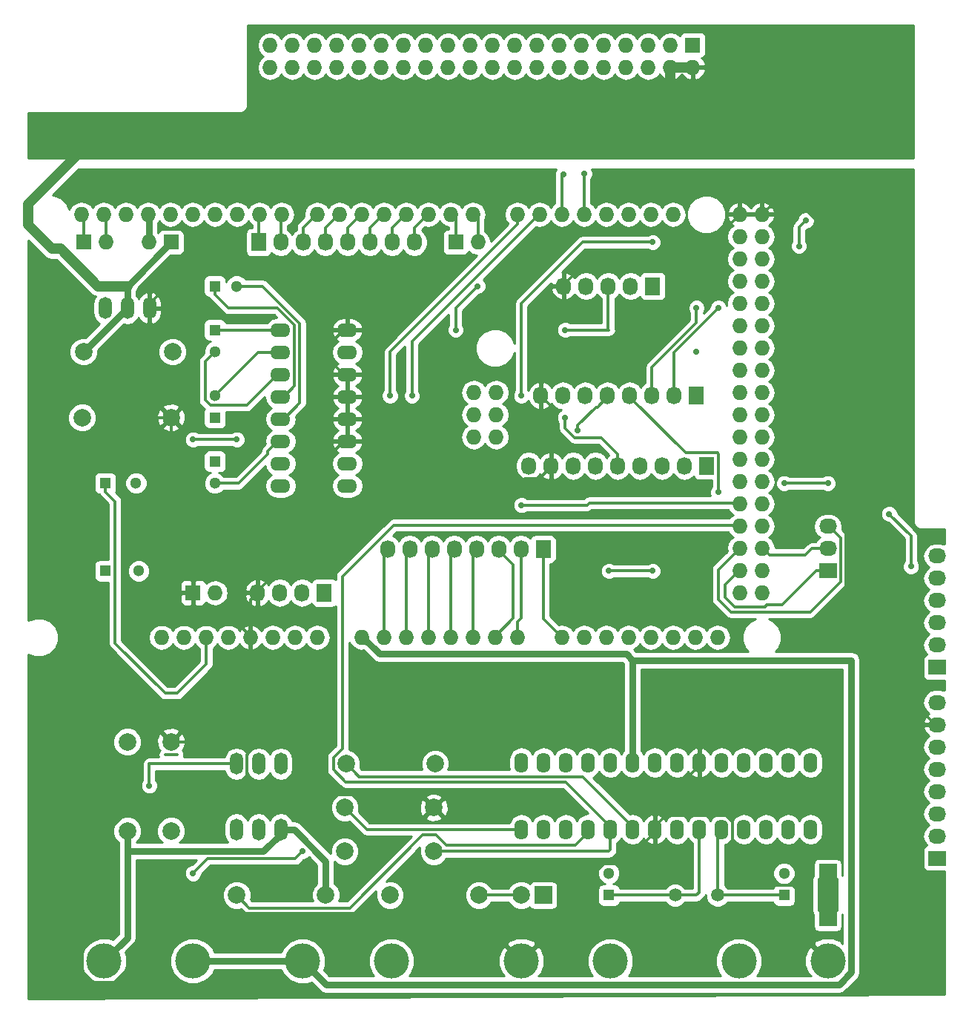
<source format=gtl>
G04 #@! TF.FileFunction,Copper,L1,Top,Signal*
%FSLAX46Y46*%
G04 Gerber Fmt 4.6, Leading zero omitted, Abs format (unit mm)*
G04 Created by KiCad (PCBNEW 4.0.2+dfsg1-stable) date ma. 28. mai 2018 kl. 15.54 +0200*
%MOMM*%
G01*
G04 APERTURE LIST*
%ADD10C,0.100000*%
%ADD11C,0.304800*%
%ADD12O,1.727200X1.727200*%
%ADD13R,1.300000X1.300000*%
%ADD14C,1.300000*%
%ADD15R,2.000000X2.000000*%
%ADD16C,2.000000*%
%ADD17O,1.600000X2.300000*%
%ADD18C,4.000500*%
%ADD19R,1.727200X2.032000*%
%ADD20O,1.727200X2.032000*%
%ADD21R,1.727200X1.727200*%
%ADD22R,2.032000X1.727200*%
%ADD23O,2.032000X1.727200*%
%ADD24C,1.998980*%
%ADD25O,1.501140X2.499360*%
%ADD26O,2.300000X1.600000*%
%ADD27C,1.501140*%
%ADD28R,1.998980X1.998980*%
%ADD29C,0.700000*%
%ADD30C,0.300000*%
%ADD31C,0.750000*%
%ADD32C,1.200000*%
%ADD33C,0.254000*%
G04 APERTURE END LIST*
D10*
D11*
X251484000Y-130222000D02*
X251484000Y-133778000D01*
X251738000Y-133778000D02*
X251738000Y-130222000D01*
X251992000Y-130222000D02*
X251992000Y-133778000D01*
X252246000Y-133778000D02*
X252246000Y-130222000D01*
X252500000Y-130222000D02*
X252500000Y-133778000D01*
X252754000Y-133778000D02*
X252754000Y-130222000D01*
X253008000Y-130222000D02*
X253008000Y-133778000D01*
X253262000Y-133778000D02*
X253262000Y-130222000D01*
X253516000Y-130222000D02*
X253516000Y-133778000D01*
D12*
X212087000Y-79720000D03*
X214627000Y-79720000D03*
X214627000Y-77180000D03*
X212087000Y-77180000D03*
X214627000Y-74640000D03*
X199260000Y-102580000D03*
X194180000Y-102580000D03*
X191640000Y-102580000D03*
X189100000Y-102580000D03*
X186560000Y-102580000D03*
X184020000Y-102580000D03*
X181480000Y-102580000D03*
X178940000Y-102580000D03*
X234820000Y-54320000D03*
X232280000Y-54320000D03*
X229740000Y-54320000D03*
X227200000Y-54320000D03*
X224660000Y-54320000D03*
X222120000Y-54320000D03*
X219580000Y-54320000D03*
X217040000Y-54320000D03*
X211960000Y-54320000D03*
X209420000Y-54320000D03*
X206880000Y-54320000D03*
X204340000Y-54320000D03*
X201800000Y-54320000D03*
X199260000Y-54320000D03*
X196720000Y-54320000D03*
X194180000Y-54320000D03*
X174876000Y-54320000D03*
X190116000Y-54320000D03*
X187576000Y-54320000D03*
X185036000Y-54320000D03*
X167256000Y-54320000D03*
X169796000Y-54320000D03*
X172336000Y-54320000D03*
X177416000Y-54320000D03*
X179956000Y-54320000D03*
X182496000Y-54320000D03*
X176400000Y-102580000D03*
X201800000Y-102580000D03*
X204340000Y-102580000D03*
X206880000Y-102580000D03*
X209420000Y-102580000D03*
X211960000Y-102580000D03*
X214500000Y-102580000D03*
X217040000Y-102580000D03*
X222120000Y-102580000D03*
X224660000Y-102580000D03*
X227200000Y-102580000D03*
X229740000Y-102580000D03*
X232280000Y-102580000D03*
X234820000Y-102580000D03*
X237360000Y-102580000D03*
X239900000Y-102580000D03*
X242440000Y-54320000D03*
X244980000Y-54320000D03*
X242440000Y-56860000D03*
X244980000Y-56860000D03*
X242440000Y-59400000D03*
X244980000Y-59400000D03*
X242440000Y-61940000D03*
X244980000Y-61940000D03*
X242440000Y-64480000D03*
X244980000Y-64480000D03*
X242440000Y-67020000D03*
X244980000Y-67020000D03*
X242440000Y-69560000D03*
X244980000Y-69560000D03*
X242440000Y-72100000D03*
X244980000Y-72100000D03*
X242440000Y-74640000D03*
X244980000Y-74640000D03*
X242440000Y-77180000D03*
X244980000Y-77180000D03*
X242440000Y-79720000D03*
X244980000Y-79720000D03*
X242440000Y-82260000D03*
X244980000Y-82260000D03*
X242440000Y-84800000D03*
X244980000Y-84800000D03*
X242440000Y-87340000D03*
X244980000Y-87340000D03*
X242440000Y-89880000D03*
X244980000Y-89880000D03*
X242440000Y-92420000D03*
X244980000Y-92420000D03*
X242440000Y-94960000D03*
X244980000Y-94960000D03*
X242440000Y-97500000D03*
X244980000Y-97500000D03*
X212087000Y-74640000D03*
D13*
X247500000Y-132000000D03*
D14*
X247500000Y-129500000D03*
D13*
X227500000Y-132000000D03*
D14*
X227500000Y-129500000D03*
X173500000Y-85000000D03*
D13*
X170000000Y-85000000D03*
X182500000Y-67500000D03*
D14*
X182500000Y-70000000D03*
D13*
X182500000Y-62500000D03*
D14*
X185000000Y-62500000D03*
D13*
X182500000Y-77500000D03*
D14*
X182500000Y-75000000D03*
D13*
X182500000Y-82500000D03*
D14*
X182500000Y-85000000D03*
D13*
X170000000Y-95000000D03*
D14*
X173800000Y-95000000D03*
D15*
X220000000Y-132000000D03*
D16*
X217460000Y-132000000D03*
D17*
X217500000Y-124500000D03*
X220040000Y-124500000D03*
X222580000Y-124500000D03*
X225120000Y-124500000D03*
X227660000Y-124500000D03*
X230200000Y-124500000D03*
X232740000Y-124500000D03*
X235280000Y-124500000D03*
X237820000Y-124500000D03*
X240360000Y-124500000D03*
X242900000Y-124500000D03*
X245440000Y-124500000D03*
X247980000Y-124500000D03*
X250520000Y-124500000D03*
X250520000Y-116880000D03*
X247980000Y-116880000D03*
X245440000Y-116880000D03*
X242900000Y-116880000D03*
X240360000Y-116880000D03*
X237820000Y-116880000D03*
X235280000Y-116880000D03*
X232740000Y-116880000D03*
X230200000Y-116880000D03*
X227660000Y-116880000D03*
X225120000Y-116880000D03*
X222580000Y-116880000D03*
X220040000Y-116880000D03*
X217500000Y-116880000D03*
D18*
X180000000Y-139500000D03*
X169840000Y-139500000D03*
X217500000Y-139500000D03*
X227660000Y-139500000D03*
X192500000Y-139500000D03*
X202660000Y-139500000D03*
X252500000Y-139500000D03*
X242340000Y-139500000D03*
D19*
X238660000Y-83000000D03*
D20*
X236120000Y-83000000D03*
X233580000Y-83000000D03*
X231040000Y-83000000D03*
X228500000Y-83000000D03*
X225960000Y-83000000D03*
X223420000Y-83000000D03*
X220880000Y-83000000D03*
X218340000Y-83000000D03*
D19*
X237500000Y-75000000D03*
D20*
X234960000Y-75000000D03*
X232420000Y-75000000D03*
X229880000Y-75000000D03*
X227340000Y-75000000D03*
X224800000Y-75000000D03*
X222260000Y-75000000D03*
X219720000Y-75000000D03*
D19*
X232500000Y-62500000D03*
D20*
X229960000Y-62500000D03*
X227420000Y-62500000D03*
X224880000Y-62500000D03*
X222340000Y-62500000D03*
D19*
X195000000Y-97500000D03*
D20*
X192460000Y-97500000D03*
X189920000Y-97500000D03*
X187380000Y-97500000D03*
D21*
X177500000Y-57500000D03*
D12*
X174960000Y-57500000D03*
D19*
X220000000Y-92500000D03*
D20*
X217460000Y-92500000D03*
X214920000Y-92500000D03*
X212380000Y-92500000D03*
X209840000Y-92500000D03*
X207300000Y-92500000D03*
X204760000Y-92500000D03*
X202220000Y-92500000D03*
D19*
X187500000Y-57500000D03*
D20*
X190040000Y-57500000D03*
X192580000Y-57500000D03*
X195120000Y-57500000D03*
X197660000Y-57500000D03*
X200200000Y-57500000D03*
X202740000Y-57500000D03*
X205280000Y-57500000D03*
D22*
X252500000Y-95000000D03*
D23*
X252500000Y-92460000D03*
X252500000Y-89920000D03*
D21*
X167500000Y-57500000D03*
D12*
X170040000Y-57500000D03*
D21*
X210000000Y-57500000D03*
D12*
X212540000Y-57500000D03*
D21*
X180000000Y-97500000D03*
D12*
X182540000Y-97500000D03*
D24*
X177500000Y-114500000D03*
X177500000Y-124660000D03*
X172500000Y-114500000D03*
X172500000Y-124660000D03*
X207500000Y-122000000D03*
X197340000Y-122000000D03*
X202500000Y-132000000D03*
X212660000Y-132000000D03*
X185000000Y-132000000D03*
X195160000Y-132000000D03*
X197500000Y-117000000D03*
X207660000Y-117000000D03*
X207500000Y-127000000D03*
X197340000Y-127000000D03*
X177500000Y-77500000D03*
X167340000Y-77500000D03*
X167500000Y-70000000D03*
X177660000Y-70000000D03*
D25*
X187500000Y-124500000D03*
X184960000Y-124500000D03*
X190040000Y-124500000D03*
X187500000Y-117000000D03*
X184960000Y-117000000D03*
X190040000Y-117000000D03*
D26*
X190000000Y-67500000D03*
X190000000Y-70040000D03*
X190000000Y-72580000D03*
X190000000Y-75120000D03*
X190000000Y-77660000D03*
X190000000Y-80200000D03*
X190000000Y-82740000D03*
X190000000Y-85280000D03*
X197620000Y-85280000D03*
X197620000Y-82740000D03*
X197620000Y-80200000D03*
X197620000Y-77660000D03*
X197620000Y-75120000D03*
X197620000Y-72580000D03*
X197620000Y-70040000D03*
X197620000Y-67500000D03*
D25*
X172500000Y-65000000D03*
X169960000Y-65000000D03*
X175040000Y-65000000D03*
D27*
X235059060Y-132000000D03*
X239940940Y-132000000D03*
D28*
X252500000Y-134540000D03*
X252500000Y-129460000D03*
D22*
X265000000Y-106000000D03*
D23*
X265000000Y-103460000D03*
X265000000Y-100920000D03*
X265000000Y-98380000D03*
X265000000Y-95840000D03*
X265000000Y-93300000D03*
D22*
X265000000Y-127780000D03*
D23*
X265000000Y-125240000D03*
X265000000Y-122700000D03*
X265000000Y-120160000D03*
X265000000Y-117620000D03*
X265000000Y-115080000D03*
X265000000Y-112540000D03*
X265000000Y-110000000D03*
D21*
X237080000Y-35000000D03*
D12*
X237080000Y-37540000D03*
X234540000Y-35000000D03*
X234540000Y-37540000D03*
X232000000Y-35000000D03*
X232000000Y-37540000D03*
X229460000Y-35000000D03*
X229460000Y-37540000D03*
X226920000Y-35000000D03*
X226920000Y-37540000D03*
X224380000Y-35000000D03*
X224380000Y-37540000D03*
X221840000Y-35000000D03*
X221840000Y-37540000D03*
X219300000Y-35000000D03*
X219300000Y-37540000D03*
X216760000Y-35000000D03*
X216760000Y-37540000D03*
X214220000Y-35000000D03*
X214220000Y-37540000D03*
X211680000Y-35000000D03*
X211680000Y-37540000D03*
X209140000Y-35000000D03*
X209140000Y-37540000D03*
X206600000Y-35000000D03*
X206600000Y-37540000D03*
X204060000Y-35000000D03*
X204060000Y-37540000D03*
X201520000Y-35000000D03*
X201520000Y-37540000D03*
X198980000Y-35000000D03*
X198980000Y-37540000D03*
X196440000Y-35000000D03*
X196440000Y-37540000D03*
X193900000Y-35000000D03*
X193900000Y-37540000D03*
X191360000Y-35000000D03*
X191360000Y-37540000D03*
X188820000Y-35000000D03*
X188820000Y-37540000D03*
D29*
X175000000Y-119500000D03*
X180000000Y-129500000D03*
X192500000Y-127000000D03*
X190500000Y-50500000D03*
X183500000Y-56000000D03*
X223000000Y-99000000D03*
X219500000Y-106500000D03*
X200000000Y-109000000D03*
X194500000Y-109000000D03*
X232500000Y-57500000D03*
X217500000Y-75000000D03*
X222500000Y-77500000D03*
X240000000Y-65000000D03*
X237500000Y-65000000D03*
X250000000Y-55000000D03*
X249199990Y-57934877D03*
X249199990Y-57934877D03*
X240000000Y-86000000D03*
X227500000Y-95000000D03*
X232500000Y-95000000D03*
X223933240Y-78974990D03*
X224718855Y-49655552D03*
X259500000Y-88500000D03*
X262000000Y-94500000D03*
X222277472Y-49728307D03*
X237500000Y-70000000D03*
X222500000Y-67500000D03*
X210000000Y-67500000D03*
X212500000Y-62500000D03*
X252500000Y-85000000D03*
X247500000Y-85000000D03*
X217500000Y-87500000D03*
X185000000Y-80000000D03*
X180000000Y-80000000D03*
X205000000Y-75000000D03*
X202500000Y-75000000D03*
D30*
X178195757Y-115949491D02*
X176804243Y-115949491D01*
X239940940Y-132000000D02*
X247500000Y-132000000D01*
X239940940Y-132000000D02*
X239940940Y-124919060D01*
X239940940Y-124919060D02*
X240360000Y-124500000D01*
X237500000Y-132000000D02*
X237820000Y-131680000D01*
X237820000Y-131680000D02*
X237820000Y-124500000D01*
X235059060Y-132000000D02*
X237500000Y-132000000D01*
X227500000Y-132000000D02*
X235000000Y-132000000D01*
X170000000Y-85000000D02*
X170000000Y-85950000D01*
X170000000Y-85950000D02*
X171100001Y-87050001D01*
X171100001Y-87050001D02*
X171100001Y-103245249D01*
X171100001Y-103245249D02*
X176804243Y-108949491D01*
X176804243Y-108949491D02*
X178195757Y-108949491D01*
X178195757Y-108949491D02*
X181521100Y-105624148D01*
X181521100Y-105624148D02*
X181521100Y-102463600D01*
X182500000Y-67500000D02*
X190000000Y-67500000D01*
X182500000Y-70000000D02*
X181399999Y-71100001D01*
X189650000Y-72580000D02*
X190000000Y-72580000D01*
X181399999Y-71100001D02*
X181399999Y-75528001D01*
X181399999Y-75528001D02*
X181971999Y-76100001D01*
X181971999Y-76100001D02*
X186129999Y-76100001D01*
X186129999Y-76100001D02*
X189650000Y-72580000D01*
X189617781Y-65000000D02*
X184050000Y-65000000D01*
X184050000Y-65000000D02*
X182500000Y-63450000D01*
X182500000Y-63450000D02*
X182500000Y-62500000D01*
X190000000Y-75120000D02*
X190350000Y-75120000D01*
X191600010Y-73869990D02*
X191600010Y-66982229D01*
X190350000Y-75120000D02*
X191600010Y-73869990D01*
X191600010Y-66982229D02*
X189617781Y-65000000D01*
X185000000Y-62500000D02*
X187966323Y-62500000D01*
X187966323Y-62500000D02*
X192200020Y-66733697D01*
X192200020Y-66733697D02*
X192200020Y-75809980D01*
X192200020Y-75809980D02*
X190350000Y-77660000D01*
X190350000Y-77660000D02*
X190000000Y-77660000D01*
X182500000Y-75000000D02*
X187460000Y-70040000D01*
X187460000Y-70040000D02*
X190000000Y-70040000D01*
X182500000Y-85000000D02*
X185200000Y-85000000D01*
X185200000Y-85000000D02*
X188550000Y-81650000D01*
X188550000Y-81650000D02*
X188550000Y-81300000D01*
X188550000Y-81300000D02*
X189650000Y-80200000D01*
X189650000Y-80200000D02*
X190000000Y-80200000D01*
X217460000Y-132000000D02*
X212660000Y-132000000D01*
X217500000Y-124500000D02*
X199840000Y-124500000D01*
X199840000Y-124500000D02*
X197340000Y-122000000D01*
X185000000Y-132000000D02*
X186449491Y-133449491D01*
X186449491Y-133449491D02*
X197902995Y-133449491D01*
X197902995Y-133449491D02*
X206252476Y-125100010D01*
X207745258Y-125100010D02*
X208949491Y-126304243D01*
X206252476Y-125100010D02*
X207745258Y-125100010D01*
X208949491Y-126304243D02*
X223665757Y-126304243D01*
X223665757Y-126304243D02*
X225120000Y-124850000D01*
X225120000Y-124850000D02*
X225120000Y-124500000D01*
X184960000Y-131960000D02*
X185000000Y-132000000D01*
X184960000Y-124999110D02*
X184960000Y-124500000D01*
X242481100Y-89763600D02*
X202946275Y-89763600D01*
X202946275Y-89763600D02*
X197074762Y-95635113D01*
X197074762Y-95635113D02*
X197074762Y-115279990D01*
X197074762Y-115279990D02*
X196050509Y-116304243D01*
X196050509Y-116304243D02*
X196050509Y-117695757D01*
X196050509Y-117695757D02*
X197434772Y-119080020D01*
X197434772Y-119080020D02*
X222590020Y-119080020D01*
X222590020Y-119080020D02*
X227660000Y-124150000D01*
X227660000Y-124150000D02*
X227660000Y-124500000D01*
X227660000Y-126840000D02*
X227500000Y-127000000D01*
X227500000Y-127000000D02*
X207500000Y-127000000D01*
X227660000Y-124500000D02*
X227660000Y-126840000D01*
X184960000Y-117000000D02*
X175000000Y-117000000D01*
X175000000Y-119500000D02*
X175000000Y-117000000D01*
X192500000Y-127000000D02*
X191674990Y-127825010D01*
X191674990Y-127825010D02*
X181674990Y-127825010D01*
X181674990Y-127825010D02*
X180000000Y-129500000D01*
X230200000Y-124500000D02*
X230200000Y-124150000D01*
X230200000Y-124150000D02*
X224530010Y-118480010D01*
X224530010Y-118480010D02*
X198980010Y-118480010D01*
X198980010Y-118480010D02*
X198499489Y-117999489D01*
X198499489Y-117999489D02*
X197500000Y-117000000D01*
X190500000Y-50500000D02*
X188000000Y-50500000D01*
X175040000Y-65000000D02*
X175040000Y-64500890D01*
X175040000Y-64500890D02*
X183500000Y-56040890D01*
X183500000Y-56040890D02*
X183500000Y-56000000D01*
X223000000Y-99000000D02*
X225500000Y-99000000D01*
X203000000Y-109000000D02*
X217000000Y-109000000D01*
X217000000Y-109000000D02*
X219500000Y-106500000D01*
X200000000Y-109000000D02*
X203000000Y-109000000D01*
X177500000Y-114500000D02*
X189000000Y-114500000D01*
X189000000Y-114500000D02*
X194500000Y-109000000D01*
X265000000Y-112540000D02*
X264847600Y-112540000D01*
X264847600Y-112540000D02*
X254566010Y-102258410D01*
X254566010Y-102258410D02*
X254566010Y-58382008D01*
X254566010Y-58382008D02*
X249640403Y-53456401D01*
X249640403Y-53456401D02*
X245843599Y-53456401D01*
X245843599Y-53456401D02*
X244980000Y-54320000D01*
X242440000Y-54320000D02*
X237072400Y-59687600D01*
X225000000Y-59687600D02*
X222340000Y-62347600D01*
X222340000Y-62347600D02*
X222340000Y-62500000D01*
X237072400Y-59687600D02*
X225000000Y-59687600D01*
X244980000Y-54320000D02*
X242440000Y-54320000D01*
X186601100Y-102463600D02*
X185287499Y-101149999D01*
X185287499Y-101149999D02*
X175810571Y-101149999D01*
X175810571Y-101149999D02*
X175127499Y-101833071D01*
X175127499Y-101833071D02*
X175127499Y-101208901D01*
X175127499Y-101208901D02*
X178836400Y-97500000D01*
X178836400Y-97500000D02*
X180000000Y-97500000D01*
X186601100Y-102463600D02*
X186601100Y-115563074D01*
X186601100Y-115563074D02*
X186160580Y-116003594D01*
X186160580Y-116003594D02*
X186160580Y-120536406D01*
X220880000Y-83000000D02*
X220880000Y-83152400D01*
X220880000Y-83152400D02*
X219566390Y-84466010D01*
X219566390Y-84466010D02*
X217906390Y-84466010D01*
X217906390Y-84466010D02*
X214872400Y-87500000D01*
X220880000Y-83000000D02*
X220880000Y-76160000D01*
X220880000Y-76160000D02*
X219720000Y-75000000D01*
X217500000Y-139500000D02*
X212049500Y-134049500D01*
X212049500Y-134049500D02*
X178916872Y-134049500D01*
X178916872Y-134049500D02*
X171016121Y-141950251D01*
X171016121Y-141950251D02*
X168663879Y-141950251D01*
X168663879Y-141950251D02*
X167389749Y-140676121D01*
X167389749Y-140676121D02*
X167389749Y-127625003D01*
X167389749Y-127625003D02*
X174478346Y-120536406D01*
X174478346Y-120536406D02*
X186160580Y-120536406D01*
X186160580Y-120536406D02*
X186146477Y-120550509D01*
X186146477Y-120550509D02*
X206050509Y-120550509D01*
X206500511Y-121000511D02*
X207500000Y-122000000D01*
X183550509Y-123146477D02*
X186146477Y-120550509D01*
X206050509Y-120550509D02*
X206500511Y-121000511D01*
X232740000Y-124500000D02*
X232740000Y-124850000D01*
X232740000Y-124850000D02*
X229190001Y-128399999D01*
X229190001Y-128399999D02*
X226971999Y-128399999D01*
X226971999Y-128399999D02*
X219500249Y-135871749D01*
X219500249Y-135871749D02*
X219500249Y-137499751D01*
X219500249Y-137499751D02*
X217500000Y-139500000D01*
X175000000Y-77500000D02*
X175040000Y-77460000D01*
X175040000Y-77460000D02*
X175040000Y-65000000D01*
X177500000Y-77500000D02*
X175000000Y-77500000D01*
X219720000Y-75000000D02*
X219720000Y-63956400D01*
X219720000Y-63956400D02*
X221176400Y-62500000D01*
X221176400Y-62500000D02*
X222340000Y-62500000D01*
X210000000Y-87500000D02*
X214872400Y-87500000D01*
X202700000Y-80200000D02*
X210000000Y-87500000D01*
X197620000Y-80200000D02*
X202700000Y-80200000D01*
X195000000Y-70310000D02*
X195000000Y-69770000D01*
X195000000Y-69770000D02*
X197270000Y-67500000D01*
X197270000Y-67500000D02*
X197620000Y-67500000D01*
X197620000Y-72580000D02*
X197270000Y-72580000D01*
X197270000Y-72580000D02*
X195000000Y-70310000D01*
X197620000Y-75120000D02*
X197620000Y-72580000D01*
X197620000Y-80200000D02*
X197620000Y-77660000D01*
X195000000Y-89727600D02*
X195000000Y-82470000D01*
X195000000Y-82470000D02*
X197270000Y-80200000D01*
X197270000Y-80200000D02*
X197620000Y-80200000D01*
X187380000Y-97500000D02*
X187380000Y-97347600D01*
X187380000Y-97347600D02*
X195000000Y-89727600D01*
X180000000Y-90000000D02*
X177500000Y-87500000D01*
X177500000Y-87500000D02*
X177500000Y-77500000D01*
X180000000Y-97500000D02*
X180000000Y-90000000D01*
X186601100Y-102463600D02*
X186601100Y-98278900D01*
X186601100Y-98278900D02*
X187380000Y-97500000D01*
X232740000Y-124500000D02*
X232740000Y-124150000D01*
X232740000Y-124150000D02*
X233990010Y-122899990D01*
X233990010Y-122899990D02*
X240877771Y-122899990D01*
X240877771Y-122899990D02*
X241610010Y-123632229D01*
X241610010Y-123632229D02*
X241610010Y-126020010D01*
X246489999Y-130899999D02*
X248510001Y-130899999D01*
X241610010Y-126020010D02*
X246489999Y-130899999D01*
X248510001Y-130899999D02*
X250499751Y-132889749D01*
X250499751Y-132889749D02*
X250499751Y-137499751D01*
X250499751Y-137499751D02*
X252500000Y-139500000D01*
X232740000Y-124500000D02*
X232740000Y-121960000D01*
X232740000Y-121960000D02*
X236370000Y-118330000D01*
X236370000Y-118330000D02*
X236720000Y-118330000D01*
X236720000Y-118330000D02*
X237820000Y-117230000D01*
X237820000Y-117230000D02*
X237820000Y-116880000D01*
D31*
X199301100Y-102463600D02*
X201316507Y-104479007D01*
X201316507Y-104479007D02*
X229479007Y-104479007D01*
X229479007Y-104479007D02*
X230200000Y-105200000D01*
X230200000Y-109880000D02*
X230200000Y-116880000D01*
X230200000Y-105200000D02*
X255150502Y-105200000D01*
X255150502Y-105200000D02*
X255175251Y-105175251D01*
X253784121Y-142175251D02*
X195175251Y-142175251D01*
X255175251Y-105175251D02*
X255175251Y-140784121D01*
X255175251Y-140784121D02*
X253784121Y-142175251D01*
X195175251Y-142175251D02*
X192500000Y-139500000D01*
X230200000Y-105200000D02*
X230200000Y-109880000D01*
X180000000Y-139500000D02*
X192500000Y-139500000D01*
X195160000Y-132000000D02*
X195160000Y-128119430D01*
X195160000Y-128119430D02*
X191540570Y-124500000D01*
X191540570Y-124500000D02*
X190040000Y-124500000D01*
X172500000Y-124660000D02*
X172500000Y-127000000D01*
X172500000Y-127000000D02*
X172500000Y-136840000D01*
X190040000Y-124500000D02*
X190040000Y-124999110D01*
X190040000Y-124999110D02*
X188039110Y-127000000D01*
X188039110Y-127000000D02*
X172500000Y-127000000D01*
X172500000Y-136840000D02*
X169840000Y-139500000D01*
D30*
X228500000Y-83000000D02*
X228500000Y-81684000D01*
X228500000Y-81684000D02*
X226590991Y-79774991D01*
X226590991Y-79774991D02*
X223549239Y-79774991D01*
X223549239Y-79774991D02*
X222500000Y-78725752D01*
X222500000Y-77994974D02*
X222500000Y-77500000D01*
X222500000Y-78725752D02*
X222500000Y-77994974D01*
X217500000Y-75000000D02*
X217500000Y-64479316D01*
X217500000Y-64479316D02*
X224479316Y-57500000D01*
X224479316Y-57500000D02*
X232500000Y-57500000D01*
X240000000Y-65000000D02*
X234960000Y-70040000D01*
X234960000Y-70040000D02*
X234960000Y-75000000D01*
X237500000Y-65000000D02*
X237500000Y-66651458D01*
X237500000Y-66651458D02*
X232420000Y-71731458D01*
X232420000Y-71731458D02*
X232420000Y-73684000D01*
X232420000Y-73684000D02*
X232420000Y-75000000D01*
X249199990Y-57934877D02*
X249199990Y-55800010D01*
X249199990Y-55800010D02*
X250000000Y-55000000D01*
X252500000Y-92460000D02*
X250656142Y-92460000D01*
X250656142Y-92460000D02*
X249948943Y-93167199D01*
X249948943Y-93167199D02*
X245884699Y-93167199D01*
X245884699Y-93167199D02*
X245021100Y-92303600D01*
X239999540Y-94860460D02*
X241576401Y-93283599D01*
X241576401Y-93283599D02*
X242440000Y-92420000D01*
X239999540Y-98260027D02*
X239999540Y-94860460D01*
X245581408Y-99691265D02*
X245579526Y-99693147D01*
X253966001Y-96223601D02*
X250498337Y-99691265D01*
X241432660Y-99693147D02*
X239999540Y-98260027D01*
X252500000Y-89920000D02*
X252652400Y-89920000D01*
X245579526Y-99693147D02*
X241432660Y-99693147D01*
X252652400Y-89920000D02*
X253966001Y-91233601D01*
X253966001Y-91233601D02*
X253966001Y-96223601D01*
X250498337Y-99691265D02*
X245581408Y-99691265D01*
X229880000Y-75000000D02*
X229880000Y-75152400D01*
X239883601Y-81533999D02*
X240000000Y-81650398D01*
X229880000Y-75152400D02*
X236261599Y-81533999D01*
X236261599Y-81533999D02*
X239883601Y-81533999D01*
X240000000Y-81650398D02*
X240000000Y-86000000D01*
X230000000Y-75120000D02*
X229880000Y-75000000D01*
X252500000Y-89920000D02*
X252347600Y-89920000D01*
X232500000Y-95000000D02*
X227500000Y-95000000D01*
X252500000Y-95000000D02*
X251184000Y-95000000D01*
X251184000Y-95000000D02*
X247283120Y-98900880D01*
X247283120Y-98900880D02*
X245523250Y-98900880D01*
X245523250Y-98900880D02*
X245330994Y-99093136D01*
X245330994Y-99093136D02*
X241836651Y-99093136D01*
X241617501Y-95707199D02*
X242481100Y-94843600D01*
X241836651Y-99093136D02*
X240768563Y-98025048D01*
X240768563Y-98025048D02*
X240768563Y-96556137D01*
X240768563Y-96556137D02*
X241617501Y-95707199D01*
X223933240Y-78974990D02*
X223933240Y-78406760D01*
X223933240Y-78406760D02*
X226024000Y-76316000D01*
X226024000Y-76316000D02*
X226176400Y-76316000D01*
X226176400Y-76316000D02*
X227340000Y-75152400D01*
X227340000Y-75152400D02*
X227340000Y-75000000D01*
X224660000Y-49714407D02*
X224718855Y-49655552D01*
X224660000Y-54320000D02*
X224660000Y-49714407D01*
X262000000Y-94500000D02*
X262000000Y-91000000D01*
X262000000Y-91000000D02*
X259500000Y-88500000D01*
X222120000Y-49885779D02*
X222277472Y-49728307D01*
X222120000Y-54320000D02*
X222120000Y-49885779D01*
X227500000Y-67500000D02*
X227420000Y-67420000D01*
X227420000Y-67420000D02*
X227420000Y-62500000D01*
X222500000Y-67500000D02*
X227500000Y-67500000D01*
X212500000Y-62500000D02*
X210000000Y-65000000D01*
X210000000Y-65000000D02*
X210000000Y-67500000D01*
X247500000Y-85000000D02*
X252500000Y-85000000D01*
X220000000Y-92500000D02*
X220000000Y-100460000D01*
X220000000Y-100460000D02*
X222120000Y-102580000D01*
X217081100Y-102463600D02*
X217081100Y-100772142D01*
X217081100Y-100772142D02*
X217460000Y-100393242D01*
X217460000Y-100393242D02*
X217460000Y-93816000D01*
X217460000Y-93816000D02*
X217460000Y-92500000D01*
X214541100Y-102463600D02*
X216591101Y-100413599D01*
X216591101Y-100413599D02*
X216591101Y-94323501D01*
X216591101Y-94323501D02*
X214920000Y-92652400D01*
X214920000Y-92652400D02*
X214920000Y-92500000D01*
X212001100Y-102463600D02*
X212001100Y-92878900D01*
X212001100Y-92878900D02*
X212380000Y-92500000D01*
X209461100Y-102463600D02*
X209461100Y-92878900D01*
X209461100Y-92878900D02*
X209840000Y-92500000D01*
X206921100Y-102463600D02*
X206921100Y-92878900D01*
X206921100Y-92878900D02*
X207300000Y-92500000D01*
X204381100Y-102463600D02*
X204381100Y-92878900D01*
X204381100Y-92878900D02*
X204760000Y-92500000D01*
X201841100Y-102463600D02*
X201841100Y-92878900D01*
X201841100Y-92878900D02*
X202220000Y-92500000D01*
X187500000Y-57500000D02*
X187500000Y-54320700D01*
X187500000Y-54320700D02*
X187617100Y-54203600D01*
X190040000Y-57500000D02*
X190040000Y-54320700D01*
X190040000Y-54320700D02*
X190157100Y-54203600D01*
X192580000Y-57500000D02*
X192580000Y-55844700D01*
X192580000Y-55844700D02*
X194221100Y-54203600D01*
X195120000Y-57500000D02*
X195120000Y-55844700D01*
X195120000Y-55844700D02*
X196761100Y-54203600D01*
X197660000Y-57500000D02*
X197660000Y-55844700D01*
X197660000Y-55844700D02*
X199301100Y-54203600D01*
X200200000Y-57500000D02*
X200200000Y-55844700D01*
X200200000Y-55844700D02*
X201841100Y-54203600D01*
X202740000Y-57500000D02*
X202740000Y-55844700D01*
X202740000Y-55844700D02*
X204381100Y-54203600D01*
X205280000Y-57500000D02*
X205280000Y-55844700D01*
X205280000Y-55844700D02*
X206921100Y-54203600D01*
X167500000Y-57500000D02*
X167500000Y-54406500D01*
X167500000Y-54406500D02*
X167297100Y-54203600D01*
X170040000Y-57500000D02*
X170040000Y-54406500D01*
X170040000Y-54406500D02*
X169837100Y-54203600D01*
X210000000Y-57500000D02*
X210000000Y-54742500D01*
X210000000Y-54742500D02*
X209461100Y-54203600D01*
X212540000Y-57500000D02*
X212540000Y-54742500D01*
X212540000Y-54742500D02*
X212001100Y-54203600D01*
X225000000Y-87500000D02*
X225276400Y-87223600D01*
X225276400Y-87223600D02*
X242481100Y-87223600D01*
X217500000Y-87500000D02*
X225000000Y-87500000D01*
X180000000Y-80000000D02*
X185000000Y-80000000D01*
X205000000Y-75000000D02*
X205000000Y-68824700D01*
X205000000Y-68824700D02*
X219621100Y-54203600D01*
X202506014Y-70000000D02*
X202506014Y-74993986D01*
X202506014Y-74993986D02*
X202500000Y-75000000D01*
X217081100Y-54203600D02*
X217081100Y-55424914D01*
X217081100Y-55424914D02*
X202506014Y-70000000D01*
D31*
X174960000Y-57500000D02*
X174960000Y-54246500D01*
X174960000Y-54246500D02*
X174917100Y-54203600D01*
D32*
X234540000Y-37540000D02*
X237080000Y-37540000D01*
X234500000Y-44500000D02*
X234540000Y-44460000D01*
X234540000Y-44460000D02*
X234540000Y-37540000D01*
X169819998Y-44500000D02*
X234500000Y-44500000D01*
X172500000Y-62500000D02*
X169152798Y-62500000D01*
X164900001Y-58247203D02*
X163927201Y-58247203D01*
X169152798Y-62500000D02*
X164900001Y-58247203D01*
X163927201Y-58247203D02*
X161199999Y-55520001D01*
X161199999Y-55520001D02*
X161199999Y-53119999D01*
X161199999Y-53119999D02*
X169819998Y-44500000D01*
D31*
X167500000Y-70000000D02*
X172500000Y-65000000D01*
X172500000Y-62500000D02*
X172500000Y-65000000D01*
X177500000Y-57500000D02*
X172500000Y-62500000D01*
D33*
G36*
X262290000Y-47873000D02*
X161210000Y-47873000D01*
X161210000Y-42710000D01*
X185500000Y-42710000D01*
X185771705Y-42655954D01*
X186002046Y-42502046D01*
X186155954Y-42271705D01*
X186210000Y-42000000D01*
X186210000Y-34970641D01*
X187321400Y-34970641D01*
X187321400Y-35029359D01*
X187435474Y-35602848D01*
X187760330Y-36089029D01*
X188031172Y-36270000D01*
X187760330Y-36450971D01*
X187435474Y-36937152D01*
X187321400Y-37510641D01*
X187321400Y-37569359D01*
X187435474Y-38142848D01*
X187760330Y-38629029D01*
X188246511Y-38953885D01*
X188820000Y-39067959D01*
X189393489Y-38953885D01*
X189879670Y-38629029D01*
X190090000Y-38314248D01*
X190300330Y-38629029D01*
X190786511Y-38953885D01*
X191360000Y-39067959D01*
X191933489Y-38953885D01*
X192419670Y-38629029D01*
X192630000Y-38314248D01*
X192840330Y-38629029D01*
X193326511Y-38953885D01*
X193900000Y-39067959D01*
X194473489Y-38953885D01*
X194959670Y-38629029D01*
X195170000Y-38314248D01*
X195380330Y-38629029D01*
X195866511Y-38953885D01*
X196440000Y-39067959D01*
X197013489Y-38953885D01*
X197499670Y-38629029D01*
X197710000Y-38314248D01*
X197920330Y-38629029D01*
X198406511Y-38953885D01*
X198980000Y-39067959D01*
X199553489Y-38953885D01*
X200039670Y-38629029D01*
X200250000Y-38314248D01*
X200460330Y-38629029D01*
X200946511Y-38953885D01*
X201520000Y-39067959D01*
X202093489Y-38953885D01*
X202579670Y-38629029D01*
X202790000Y-38314248D01*
X203000330Y-38629029D01*
X203486511Y-38953885D01*
X204060000Y-39067959D01*
X204633489Y-38953885D01*
X205119670Y-38629029D01*
X205330000Y-38314248D01*
X205540330Y-38629029D01*
X206026511Y-38953885D01*
X206600000Y-39067959D01*
X207173489Y-38953885D01*
X207659670Y-38629029D01*
X207870000Y-38314248D01*
X208080330Y-38629029D01*
X208566511Y-38953885D01*
X209140000Y-39067959D01*
X209713489Y-38953885D01*
X210199670Y-38629029D01*
X210410000Y-38314248D01*
X210620330Y-38629029D01*
X211106511Y-38953885D01*
X211680000Y-39067959D01*
X212253489Y-38953885D01*
X212739670Y-38629029D01*
X212950000Y-38314248D01*
X213160330Y-38629029D01*
X213646511Y-38953885D01*
X214220000Y-39067959D01*
X214793489Y-38953885D01*
X215279670Y-38629029D01*
X215490000Y-38314248D01*
X215700330Y-38629029D01*
X216186511Y-38953885D01*
X216760000Y-39067959D01*
X217333489Y-38953885D01*
X217819670Y-38629029D01*
X218030000Y-38314248D01*
X218240330Y-38629029D01*
X218726511Y-38953885D01*
X219300000Y-39067959D01*
X219873489Y-38953885D01*
X220359670Y-38629029D01*
X220570000Y-38314248D01*
X220780330Y-38629029D01*
X221266511Y-38953885D01*
X221840000Y-39067959D01*
X222413489Y-38953885D01*
X222899670Y-38629029D01*
X223110000Y-38314248D01*
X223320330Y-38629029D01*
X223806511Y-38953885D01*
X224380000Y-39067959D01*
X224953489Y-38953885D01*
X225439670Y-38629029D01*
X225650000Y-38314248D01*
X225860330Y-38629029D01*
X226346511Y-38953885D01*
X226920000Y-39067959D01*
X227493489Y-38953885D01*
X227979670Y-38629029D01*
X228190000Y-38314248D01*
X228400330Y-38629029D01*
X228886511Y-38953885D01*
X229460000Y-39067959D01*
X230033489Y-38953885D01*
X230519670Y-38629029D01*
X230730000Y-38314248D01*
X230940330Y-38629029D01*
X231426511Y-38953885D01*
X232000000Y-39067959D01*
X232573489Y-38953885D01*
X233059670Y-38629029D01*
X233275664Y-38305772D01*
X233333179Y-38428490D01*
X233765053Y-38822688D01*
X234180974Y-38994958D01*
X234413000Y-38873817D01*
X234413000Y-37667000D01*
X234667000Y-37667000D01*
X234667000Y-38873817D01*
X234899026Y-38994958D01*
X235314947Y-38822688D01*
X235746821Y-38428490D01*
X235810000Y-38293687D01*
X235873179Y-38428490D01*
X236305053Y-38822688D01*
X236720974Y-38994958D01*
X236953000Y-38873817D01*
X236953000Y-37667000D01*
X237207000Y-37667000D01*
X237207000Y-38873817D01*
X237439026Y-38994958D01*
X237854947Y-38822688D01*
X238286821Y-38428490D01*
X238534968Y-37899027D01*
X238414469Y-37667000D01*
X237207000Y-37667000D01*
X236953000Y-37667000D01*
X234667000Y-37667000D01*
X234413000Y-37667000D01*
X234393000Y-37667000D01*
X234393000Y-37413000D01*
X234413000Y-37413000D01*
X234413000Y-37393000D01*
X234667000Y-37393000D01*
X234667000Y-37413000D01*
X236953000Y-37413000D01*
X236953000Y-37393000D01*
X237207000Y-37393000D01*
X237207000Y-37413000D01*
X238414469Y-37413000D01*
X238534968Y-37180973D01*
X238286821Y-36651510D01*
X238100567Y-36481505D01*
X238178917Y-36466762D01*
X238395041Y-36327690D01*
X238540031Y-36115490D01*
X238591040Y-35863600D01*
X238591040Y-34136400D01*
X238546762Y-33901083D01*
X238407690Y-33684959D01*
X238195490Y-33539969D01*
X237943600Y-33488960D01*
X236216400Y-33488960D01*
X235981083Y-33533238D01*
X235764959Y-33672310D01*
X235619969Y-33884510D01*
X235611136Y-33928131D01*
X235599670Y-33910971D01*
X235113489Y-33586115D01*
X234540000Y-33472041D01*
X233966511Y-33586115D01*
X233480330Y-33910971D01*
X233270000Y-34225752D01*
X233059670Y-33910971D01*
X232573489Y-33586115D01*
X232000000Y-33472041D01*
X231426511Y-33586115D01*
X230940330Y-33910971D01*
X230730000Y-34225752D01*
X230519670Y-33910971D01*
X230033489Y-33586115D01*
X229460000Y-33472041D01*
X228886511Y-33586115D01*
X228400330Y-33910971D01*
X228190000Y-34225752D01*
X227979670Y-33910971D01*
X227493489Y-33586115D01*
X226920000Y-33472041D01*
X226346511Y-33586115D01*
X225860330Y-33910971D01*
X225650000Y-34225752D01*
X225439670Y-33910971D01*
X224953489Y-33586115D01*
X224380000Y-33472041D01*
X223806511Y-33586115D01*
X223320330Y-33910971D01*
X223110000Y-34225752D01*
X222899670Y-33910971D01*
X222413489Y-33586115D01*
X221840000Y-33472041D01*
X221266511Y-33586115D01*
X220780330Y-33910971D01*
X220570000Y-34225752D01*
X220359670Y-33910971D01*
X219873489Y-33586115D01*
X219300000Y-33472041D01*
X218726511Y-33586115D01*
X218240330Y-33910971D01*
X218030000Y-34225752D01*
X217819670Y-33910971D01*
X217333489Y-33586115D01*
X216760000Y-33472041D01*
X216186511Y-33586115D01*
X215700330Y-33910971D01*
X215490000Y-34225752D01*
X215279670Y-33910971D01*
X214793489Y-33586115D01*
X214220000Y-33472041D01*
X213646511Y-33586115D01*
X213160330Y-33910971D01*
X212950000Y-34225752D01*
X212739670Y-33910971D01*
X212253489Y-33586115D01*
X211680000Y-33472041D01*
X211106511Y-33586115D01*
X210620330Y-33910971D01*
X210410000Y-34225752D01*
X210199670Y-33910971D01*
X209713489Y-33586115D01*
X209140000Y-33472041D01*
X208566511Y-33586115D01*
X208080330Y-33910971D01*
X207870000Y-34225752D01*
X207659670Y-33910971D01*
X207173489Y-33586115D01*
X206600000Y-33472041D01*
X206026511Y-33586115D01*
X205540330Y-33910971D01*
X205330000Y-34225752D01*
X205119670Y-33910971D01*
X204633489Y-33586115D01*
X204060000Y-33472041D01*
X203486511Y-33586115D01*
X203000330Y-33910971D01*
X202790000Y-34225752D01*
X202579670Y-33910971D01*
X202093489Y-33586115D01*
X201520000Y-33472041D01*
X200946511Y-33586115D01*
X200460330Y-33910971D01*
X200250000Y-34225752D01*
X200039670Y-33910971D01*
X199553489Y-33586115D01*
X198980000Y-33472041D01*
X198406511Y-33586115D01*
X197920330Y-33910971D01*
X197710000Y-34225752D01*
X197499670Y-33910971D01*
X197013489Y-33586115D01*
X196440000Y-33472041D01*
X195866511Y-33586115D01*
X195380330Y-33910971D01*
X195170000Y-34225752D01*
X194959670Y-33910971D01*
X194473489Y-33586115D01*
X193900000Y-33472041D01*
X193326511Y-33586115D01*
X192840330Y-33910971D01*
X192630000Y-34225752D01*
X192419670Y-33910971D01*
X191933489Y-33586115D01*
X191360000Y-33472041D01*
X190786511Y-33586115D01*
X190300330Y-33910971D01*
X190090000Y-34225752D01*
X189879670Y-33910971D01*
X189393489Y-33586115D01*
X188820000Y-33472041D01*
X188246511Y-33586115D01*
X187760330Y-33910971D01*
X187435474Y-34397152D01*
X187321400Y-34970641D01*
X186210000Y-34970641D01*
X186210000Y-32710000D01*
X262290000Y-32710000D01*
X262290000Y-47873000D01*
X262290000Y-47873000D01*
G37*
X262290000Y-47873000D02*
X161210000Y-47873000D01*
X161210000Y-42710000D01*
X185500000Y-42710000D01*
X185771705Y-42655954D01*
X186002046Y-42502046D01*
X186155954Y-42271705D01*
X186210000Y-42000000D01*
X186210000Y-34970641D01*
X187321400Y-34970641D01*
X187321400Y-35029359D01*
X187435474Y-35602848D01*
X187760330Y-36089029D01*
X188031172Y-36270000D01*
X187760330Y-36450971D01*
X187435474Y-36937152D01*
X187321400Y-37510641D01*
X187321400Y-37569359D01*
X187435474Y-38142848D01*
X187760330Y-38629029D01*
X188246511Y-38953885D01*
X188820000Y-39067959D01*
X189393489Y-38953885D01*
X189879670Y-38629029D01*
X190090000Y-38314248D01*
X190300330Y-38629029D01*
X190786511Y-38953885D01*
X191360000Y-39067959D01*
X191933489Y-38953885D01*
X192419670Y-38629029D01*
X192630000Y-38314248D01*
X192840330Y-38629029D01*
X193326511Y-38953885D01*
X193900000Y-39067959D01*
X194473489Y-38953885D01*
X194959670Y-38629029D01*
X195170000Y-38314248D01*
X195380330Y-38629029D01*
X195866511Y-38953885D01*
X196440000Y-39067959D01*
X197013489Y-38953885D01*
X197499670Y-38629029D01*
X197710000Y-38314248D01*
X197920330Y-38629029D01*
X198406511Y-38953885D01*
X198980000Y-39067959D01*
X199553489Y-38953885D01*
X200039670Y-38629029D01*
X200250000Y-38314248D01*
X200460330Y-38629029D01*
X200946511Y-38953885D01*
X201520000Y-39067959D01*
X202093489Y-38953885D01*
X202579670Y-38629029D01*
X202790000Y-38314248D01*
X203000330Y-38629029D01*
X203486511Y-38953885D01*
X204060000Y-39067959D01*
X204633489Y-38953885D01*
X205119670Y-38629029D01*
X205330000Y-38314248D01*
X205540330Y-38629029D01*
X206026511Y-38953885D01*
X206600000Y-39067959D01*
X207173489Y-38953885D01*
X207659670Y-38629029D01*
X207870000Y-38314248D01*
X208080330Y-38629029D01*
X208566511Y-38953885D01*
X209140000Y-39067959D01*
X209713489Y-38953885D01*
X210199670Y-38629029D01*
X210410000Y-38314248D01*
X210620330Y-38629029D01*
X211106511Y-38953885D01*
X211680000Y-39067959D01*
X212253489Y-38953885D01*
X212739670Y-38629029D01*
X212950000Y-38314248D01*
X213160330Y-38629029D01*
X213646511Y-38953885D01*
X214220000Y-39067959D01*
X214793489Y-38953885D01*
X215279670Y-38629029D01*
X215490000Y-38314248D01*
X215700330Y-38629029D01*
X216186511Y-38953885D01*
X216760000Y-39067959D01*
X217333489Y-38953885D01*
X217819670Y-38629029D01*
X218030000Y-38314248D01*
X218240330Y-38629029D01*
X218726511Y-38953885D01*
X219300000Y-39067959D01*
X219873489Y-38953885D01*
X220359670Y-38629029D01*
X220570000Y-38314248D01*
X220780330Y-38629029D01*
X221266511Y-38953885D01*
X221840000Y-39067959D01*
X222413489Y-38953885D01*
X222899670Y-38629029D01*
X223110000Y-38314248D01*
X223320330Y-38629029D01*
X223806511Y-38953885D01*
X224380000Y-39067959D01*
X224953489Y-38953885D01*
X225439670Y-38629029D01*
X225650000Y-38314248D01*
X225860330Y-38629029D01*
X226346511Y-38953885D01*
X226920000Y-39067959D01*
X227493489Y-38953885D01*
X227979670Y-38629029D01*
X228190000Y-38314248D01*
X228400330Y-38629029D01*
X228886511Y-38953885D01*
X229460000Y-39067959D01*
X230033489Y-38953885D01*
X230519670Y-38629029D01*
X230730000Y-38314248D01*
X230940330Y-38629029D01*
X231426511Y-38953885D01*
X232000000Y-39067959D01*
X232573489Y-38953885D01*
X233059670Y-38629029D01*
X233275664Y-38305772D01*
X233333179Y-38428490D01*
X233765053Y-38822688D01*
X234180974Y-38994958D01*
X234413000Y-38873817D01*
X234413000Y-37667000D01*
X234667000Y-37667000D01*
X234667000Y-38873817D01*
X234899026Y-38994958D01*
X235314947Y-38822688D01*
X235746821Y-38428490D01*
X235810000Y-38293687D01*
X235873179Y-38428490D01*
X236305053Y-38822688D01*
X236720974Y-38994958D01*
X236953000Y-38873817D01*
X236953000Y-37667000D01*
X237207000Y-37667000D01*
X237207000Y-38873817D01*
X237439026Y-38994958D01*
X237854947Y-38822688D01*
X238286821Y-38428490D01*
X238534968Y-37899027D01*
X238414469Y-37667000D01*
X237207000Y-37667000D01*
X236953000Y-37667000D01*
X234667000Y-37667000D01*
X234413000Y-37667000D01*
X234393000Y-37667000D01*
X234393000Y-37413000D01*
X234413000Y-37413000D01*
X234413000Y-37393000D01*
X234667000Y-37393000D01*
X234667000Y-37413000D01*
X236953000Y-37413000D01*
X236953000Y-37393000D01*
X237207000Y-37393000D01*
X237207000Y-37413000D01*
X238414469Y-37413000D01*
X238534968Y-37180973D01*
X238286821Y-36651510D01*
X238100567Y-36481505D01*
X238178917Y-36466762D01*
X238395041Y-36327690D01*
X238540031Y-36115490D01*
X238591040Y-35863600D01*
X238591040Y-34136400D01*
X238546762Y-33901083D01*
X238407690Y-33684959D01*
X238195490Y-33539969D01*
X237943600Y-33488960D01*
X236216400Y-33488960D01*
X235981083Y-33533238D01*
X235764959Y-33672310D01*
X235619969Y-33884510D01*
X235611136Y-33928131D01*
X235599670Y-33910971D01*
X235113489Y-33586115D01*
X234540000Y-33472041D01*
X233966511Y-33586115D01*
X233480330Y-33910971D01*
X233270000Y-34225752D01*
X233059670Y-33910971D01*
X232573489Y-33586115D01*
X232000000Y-33472041D01*
X231426511Y-33586115D01*
X230940330Y-33910971D01*
X230730000Y-34225752D01*
X230519670Y-33910971D01*
X230033489Y-33586115D01*
X229460000Y-33472041D01*
X228886511Y-33586115D01*
X228400330Y-33910971D01*
X228190000Y-34225752D01*
X227979670Y-33910971D01*
X227493489Y-33586115D01*
X226920000Y-33472041D01*
X226346511Y-33586115D01*
X225860330Y-33910971D01*
X225650000Y-34225752D01*
X225439670Y-33910971D01*
X224953489Y-33586115D01*
X224380000Y-33472041D01*
X223806511Y-33586115D01*
X223320330Y-33910971D01*
X223110000Y-34225752D01*
X222899670Y-33910971D01*
X222413489Y-33586115D01*
X221840000Y-33472041D01*
X221266511Y-33586115D01*
X220780330Y-33910971D01*
X220570000Y-34225752D01*
X220359670Y-33910971D01*
X219873489Y-33586115D01*
X219300000Y-33472041D01*
X218726511Y-33586115D01*
X218240330Y-33910971D01*
X218030000Y-34225752D01*
X217819670Y-33910971D01*
X217333489Y-33586115D01*
X216760000Y-33472041D01*
X216186511Y-33586115D01*
X215700330Y-33910971D01*
X215490000Y-34225752D01*
X215279670Y-33910971D01*
X214793489Y-33586115D01*
X214220000Y-33472041D01*
X213646511Y-33586115D01*
X213160330Y-33910971D01*
X212950000Y-34225752D01*
X212739670Y-33910971D01*
X212253489Y-33586115D01*
X211680000Y-33472041D01*
X211106511Y-33586115D01*
X210620330Y-33910971D01*
X210410000Y-34225752D01*
X210199670Y-33910971D01*
X209713489Y-33586115D01*
X209140000Y-33472041D01*
X208566511Y-33586115D01*
X208080330Y-33910971D01*
X207870000Y-34225752D01*
X207659670Y-33910971D01*
X207173489Y-33586115D01*
X206600000Y-33472041D01*
X206026511Y-33586115D01*
X205540330Y-33910971D01*
X205330000Y-34225752D01*
X205119670Y-33910971D01*
X204633489Y-33586115D01*
X204060000Y-33472041D01*
X203486511Y-33586115D01*
X203000330Y-33910971D01*
X202790000Y-34225752D01*
X202579670Y-33910971D01*
X202093489Y-33586115D01*
X201520000Y-33472041D01*
X200946511Y-33586115D01*
X200460330Y-33910971D01*
X200250000Y-34225752D01*
X200039670Y-33910971D01*
X199553489Y-33586115D01*
X198980000Y-33472041D01*
X198406511Y-33586115D01*
X197920330Y-33910971D01*
X197710000Y-34225752D01*
X197499670Y-33910971D01*
X197013489Y-33586115D01*
X196440000Y-33472041D01*
X195866511Y-33586115D01*
X195380330Y-33910971D01*
X195170000Y-34225752D01*
X194959670Y-33910971D01*
X194473489Y-33586115D01*
X193900000Y-33472041D01*
X193326511Y-33586115D01*
X192840330Y-33910971D01*
X192630000Y-34225752D01*
X192419670Y-33910971D01*
X191933489Y-33586115D01*
X191360000Y-33472041D01*
X190786511Y-33586115D01*
X190300330Y-33910971D01*
X190090000Y-34225752D01*
X189879670Y-33910971D01*
X189393489Y-33586115D01*
X188820000Y-33472041D01*
X188246511Y-33586115D01*
X187760330Y-33910971D01*
X187435474Y-34397152D01*
X187321400Y-34970641D01*
X186210000Y-34970641D01*
X186210000Y-32710000D01*
X262290000Y-32710000D01*
X262290000Y-47873000D01*
G36*
X262290000Y-89500000D02*
X262344046Y-89771705D01*
X262497954Y-90002046D01*
X262728295Y-90155954D01*
X263000000Y-90210000D01*
X265790000Y-90210000D01*
X265790000Y-91936699D01*
X265758234Y-91915474D01*
X265184745Y-91801400D01*
X264815255Y-91801400D01*
X264241766Y-91915474D01*
X263755585Y-92240330D01*
X263430729Y-92726511D01*
X263316655Y-93300000D01*
X263430729Y-93873489D01*
X263755585Y-94359670D01*
X264070366Y-94570000D01*
X263755585Y-94780330D01*
X263430729Y-95266511D01*
X263316655Y-95840000D01*
X263430729Y-96413489D01*
X263755585Y-96899670D01*
X264070366Y-97110000D01*
X263755585Y-97320330D01*
X263430729Y-97806511D01*
X263316655Y-98380000D01*
X263430729Y-98953489D01*
X263755585Y-99439670D01*
X264070366Y-99650000D01*
X263755585Y-99860330D01*
X263430729Y-100346511D01*
X263316655Y-100920000D01*
X263430729Y-101493489D01*
X263755585Y-101979670D01*
X264070366Y-102190000D01*
X263755585Y-102400330D01*
X263430729Y-102886511D01*
X263316655Y-103460000D01*
X263430729Y-104033489D01*
X263755585Y-104519670D01*
X263769913Y-104529243D01*
X263748683Y-104533238D01*
X263532559Y-104672310D01*
X263387569Y-104884510D01*
X263336560Y-105136400D01*
X263336560Y-106863600D01*
X263380838Y-107098917D01*
X263519910Y-107315041D01*
X263732110Y-107460031D01*
X263984000Y-107511040D01*
X265790000Y-107511040D01*
X265790000Y-108636699D01*
X265758234Y-108615474D01*
X265184745Y-108501400D01*
X264815255Y-108501400D01*
X264241766Y-108615474D01*
X263755585Y-108940330D01*
X263430729Y-109426511D01*
X263316655Y-110000000D01*
X263430729Y-110573489D01*
X263755585Y-111059670D01*
X264065069Y-111266461D01*
X263649268Y-111637964D01*
X263395291Y-112165209D01*
X263392642Y-112180974D01*
X263513783Y-112413000D01*
X264873000Y-112413000D01*
X264873000Y-112393000D01*
X265127000Y-112393000D01*
X265127000Y-112413000D01*
X265147000Y-112413000D01*
X265147000Y-112667000D01*
X265127000Y-112667000D01*
X265127000Y-112687000D01*
X264873000Y-112687000D01*
X264873000Y-112667000D01*
X263513783Y-112667000D01*
X263392642Y-112899026D01*
X263395291Y-112914791D01*
X263649268Y-113442036D01*
X264065069Y-113813539D01*
X263755585Y-114020330D01*
X263430729Y-114506511D01*
X263316655Y-115080000D01*
X263430729Y-115653489D01*
X263755585Y-116139670D01*
X264070366Y-116350000D01*
X263755585Y-116560330D01*
X263430729Y-117046511D01*
X263316655Y-117620000D01*
X263430729Y-118193489D01*
X263755585Y-118679670D01*
X264070366Y-118890000D01*
X263755585Y-119100330D01*
X263430729Y-119586511D01*
X263316655Y-120160000D01*
X263430729Y-120733489D01*
X263755585Y-121219670D01*
X264070366Y-121430000D01*
X263755585Y-121640330D01*
X263430729Y-122126511D01*
X263316655Y-122700000D01*
X263430729Y-123273489D01*
X263755585Y-123759670D01*
X264070366Y-123970000D01*
X263755585Y-124180330D01*
X263430729Y-124666511D01*
X263316655Y-125240000D01*
X263430729Y-125813489D01*
X263755585Y-126299670D01*
X263769913Y-126309243D01*
X263748683Y-126313238D01*
X263532559Y-126452310D01*
X263387569Y-126664510D01*
X263336560Y-126916400D01*
X263336560Y-128643600D01*
X263380838Y-128878917D01*
X263519910Y-129095041D01*
X263732110Y-129240031D01*
X263984000Y-129291040D01*
X265790000Y-129291040D01*
X265790000Y-143293341D01*
X161210000Y-143786643D01*
X161210000Y-140021884D01*
X167204293Y-140021884D01*
X167604641Y-140990799D01*
X168345302Y-141732754D01*
X169313517Y-142134792D01*
X170361884Y-142135707D01*
X171330799Y-141735359D01*
X172072754Y-140994698D01*
X172474792Y-140026483D01*
X172475707Y-138978116D01*
X172275289Y-138493067D01*
X173214178Y-137554178D01*
X173433118Y-137226510D01*
X173510000Y-136840000D01*
X173510000Y-128010000D01*
X180379842Y-128010000D01*
X179874951Y-128514891D01*
X179804931Y-128514830D01*
X179442771Y-128664471D01*
X179165445Y-128941314D01*
X179015172Y-129303212D01*
X179014830Y-129695069D01*
X179164471Y-130057229D01*
X179441314Y-130334555D01*
X179803212Y-130484828D01*
X180195069Y-130485170D01*
X180557229Y-130335529D01*
X180834555Y-130058686D01*
X180984828Y-129696788D01*
X180984890Y-129625268D01*
X182000148Y-128610010D01*
X191674990Y-128610010D01*
X191975397Y-128550255D01*
X192230069Y-128380089D01*
X192625049Y-127985109D01*
X192695069Y-127985170D01*
X193057229Y-127835529D01*
X193252656Y-127640442D01*
X194150000Y-128537786D01*
X194150000Y-130698734D01*
X193775154Y-131072927D01*
X193525794Y-131673453D01*
X193525226Y-132323694D01*
X193666040Y-132664491D01*
X186774649Y-132664491D01*
X186576258Y-132466100D01*
X186634206Y-132326547D01*
X186634774Y-131676306D01*
X186386462Y-131075345D01*
X185927073Y-130615154D01*
X185326547Y-130365794D01*
X184676306Y-130365226D01*
X184075345Y-130613538D01*
X183615154Y-131072927D01*
X183365794Y-131673453D01*
X183365226Y-132323694D01*
X183613538Y-132924655D01*
X184072927Y-133384846D01*
X184673453Y-133634206D01*
X185323694Y-133634774D01*
X185465870Y-133576028D01*
X185894412Y-134004570D01*
X186149085Y-134174736D01*
X186449491Y-134234491D01*
X197902995Y-134234491D01*
X198203402Y-134174736D01*
X198458074Y-134004570D01*
X200920189Y-131542455D01*
X200865794Y-131673453D01*
X200865226Y-132323694D01*
X201113538Y-132924655D01*
X201572927Y-133384846D01*
X202173453Y-133634206D01*
X202823694Y-133634774D01*
X203424655Y-133386462D01*
X203884846Y-132927073D01*
X204134206Y-132326547D01*
X204134208Y-132323694D01*
X211025226Y-132323694D01*
X211273538Y-132924655D01*
X211732927Y-133384846D01*
X212333453Y-133634206D01*
X212983694Y-133634774D01*
X213584655Y-133386462D01*
X214044846Y-132927073D01*
X214103840Y-132785000D01*
X216015283Y-132785000D01*
X216073106Y-132924943D01*
X216532637Y-133385278D01*
X217133352Y-133634716D01*
X217783795Y-133635284D01*
X218384943Y-133386894D01*
X218451574Y-133320379D01*
X218535910Y-133451441D01*
X218748110Y-133596431D01*
X219000000Y-133647440D01*
X221000000Y-133647440D01*
X221235317Y-133603162D01*
X221451441Y-133464090D01*
X221596431Y-133251890D01*
X221647440Y-133000000D01*
X221647440Y-131350000D01*
X226202560Y-131350000D01*
X226202560Y-132650000D01*
X226246838Y-132885317D01*
X226385910Y-133101441D01*
X226598110Y-133246431D01*
X226850000Y-133297440D01*
X228150000Y-133297440D01*
X228385317Y-133253162D01*
X228601441Y-133114090D01*
X228746431Y-132901890D01*
X228770102Y-132785000D01*
X233884907Y-132785000D01*
X234273173Y-133173944D01*
X234782244Y-133385329D01*
X235333458Y-133385810D01*
X235842897Y-133175314D01*
X236233004Y-132785887D01*
X236233372Y-132785000D01*
X237500000Y-132785000D01*
X237800407Y-132725245D01*
X238055079Y-132555079D01*
X238375079Y-132235079D01*
X238545245Y-131980407D01*
X238555431Y-131929198D01*
X238555130Y-132274398D01*
X238765626Y-132783837D01*
X239155053Y-133173944D01*
X239664124Y-133385329D01*
X240215338Y-133385810D01*
X240724777Y-133175314D01*
X241114884Y-132785887D01*
X241115252Y-132785000D01*
X246227962Y-132785000D01*
X246246838Y-132885317D01*
X246385910Y-133101441D01*
X246598110Y-133246431D01*
X246850000Y-133297440D01*
X248150000Y-133297440D01*
X248385317Y-133253162D01*
X248601441Y-133114090D01*
X248746431Y-132901890D01*
X248797440Y-132650000D01*
X248797440Y-131350000D01*
X248753162Y-131114683D01*
X248614090Y-130898559D01*
X248401890Y-130753569D01*
X248150000Y-130702560D01*
X247954540Y-130702560D01*
X248226943Y-130590005D01*
X248588735Y-130228845D01*
X248784777Y-129756724D01*
X248785223Y-129245519D01*
X248590005Y-128773057D01*
X248228845Y-128411265D01*
X247756724Y-128215223D01*
X247245519Y-128214777D01*
X246773057Y-128409995D01*
X246411265Y-128771155D01*
X246215223Y-129243276D01*
X246214777Y-129754481D01*
X246409995Y-130226943D01*
X246771155Y-130588735D01*
X247045276Y-130702560D01*
X246850000Y-130702560D01*
X246614683Y-130746838D01*
X246398559Y-130885910D01*
X246253569Y-131098110D01*
X246229898Y-131215000D01*
X241115093Y-131215000D01*
X240726827Y-130826056D01*
X240725940Y-130825688D01*
X240725940Y-126247180D01*
X240909151Y-126210737D01*
X241374698Y-125899668D01*
X241630000Y-125517582D01*
X241885302Y-125899668D01*
X242350849Y-126210737D01*
X242900000Y-126319970D01*
X243449151Y-126210737D01*
X243914698Y-125899668D01*
X244170000Y-125517582D01*
X244425302Y-125899668D01*
X244890849Y-126210737D01*
X245440000Y-126319970D01*
X245989151Y-126210737D01*
X246454698Y-125899668D01*
X246710000Y-125517582D01*
X246965302Y-125899668D01*
X247430849Y-126210737D01*
X247980000Y-126319970D01*
X248529151Y-126210737D01*
X248994698Y-125899668D01*
X249250000Y-125517582D01*
X249505302Y-125899668D01*
X249970849Y-126210737D01*
X250520000Y-126319970D01*
X251069151Y-126210737D01*
X251534698Y-125899668D01*
X251845767Y-125434121D01*
X251955000Y-124884970D01*
X251955000Y-124115030D01*
X251845767Y-123565879D01*
X251534698Y-123100332D01*
X251069151Y-122789263D01*
X250520000Y-122680030D01*
X249970849Y-122789263D01*
X249505302Y-123100332D01*
X249250000Y-123482418D01*
X248994698Y-123100332D01*
X248529151Y-122789263D01*
X247980000Y-122680030D01*
X247430849Y-122789263D01*
X246965302Y-123100332D01*
X246710000Y-123482418D01*
X246454698Y-123100332D01*
X245989151Y-122789263D01*
X245440000Y-122680030D01*
X244890849Y-122789263D01*
X244425302Y-123100332D01*
X244170000Y-123482418D01*
X243914698Y-123100332D01*
X243449151Y-122789263D01*
X242900000Y-122680030D01*
X242350849Y-122789263D01*
X241885302Y-123100332D01*
X241630000Y-123482418D01*
X241374698Y-123100332D01*
X240909151Y-122789263D01*
X240360000Y-122680030D01*
X239810849Y-122789263D01*
X239345302Y-123100332D01*
X239090000Y-123482418D01*
X238834698Y-123100332D01*
X238369151Y-122789263D01*
X237820000Y-122680030D01*
X237270849Y-122789263D01*
X236805302Y-123100332D01*
X236550000Y-123482418D01*
X236294698Y-123100332D01*
X235829151Y-122789263D01*
X235280000Y-122680030D01*
X234730849Y-122789263D01*
X234265302Y-123100332D01*
X234012851Y-123478151D01*
X233664896Y-123045500D01*
X233171819Y-122775633D01*
X233089039Y-122758096D01*
X232867000Y-122880085D01*
X232867000Y-124373000D01*
X232887000Y-124373000D01*
X232887000Y-124627000D01*
X232867000Y-124627000D01*
X232867000Y-126119915D01*
X233089039Y-126241904D01*
X233171819Y-126224367D01*
X233664896Y-125954500D01*
X234012851Y-125521849D01*
X234265302Y-125899668D01*
X234730849Y-126210737D01*
X235280000Y-126319970D01*
X235829151Y-126210737D01*
X236294698Y-125899668D01*
X236550000Y-125517582D01*
X236805302Y-125899668D01*
X237035000Y-126053148D01*
X237035000Y-131215000D01*
X236233213Y-131215000D01*
X235844947Y-130826056D01*
X235335876Y-130614671D01*
X234784662Y-130614190D01*
X234275223Y-130824686D01*
X233885116Y-131214113D01*
X233884748Y-131215000D01*
X228772038Y-131215000D01*
X228753162Y-131114683D01*
X228614090Y-130898559D01*
X228401890Y-130753569D01*
X228150000Y-130702560D01*
X227954540Y-130702560D01*
X228226943Y-130590005D01*
X228588735Y-130228845D01*
X228784777Y-129756724D01*
X228785223Y-129245519D01*
X228590005Y-128773057D01*
X228228845Y-128411265D01*
X227756724Y-128215223D01*
X227245519Y-128214777D01*
X226773057Y-128409995D01*
X226411265Y-128771155D01*
X226215223Y-129243276D01*
X226214777Y-129754481D01*
X226409995Y-130226943D01*
X226771155Y-130588735D01*
X227045276Y-130702560D01*
X226850000Y-130702560D01*
X226614683Y-130746838D01*
X226398559Y-130885910D01*
X226253569Y-131098110D01*
X226202560Y-131350000D01*
X221647440Y-131350000D01*
X221647440Y-131000000D01*
X221603162Y-130764683D01*
X221464090Y-130548559D01*
X221251890Y-130403569D01*
X221000000Y-130352560D01*
X219000000Y-130352560D01*
X218764683Y-130396838D01*
X218548559Y-130535910D01*
X218451090Y-130678561D01*
X218387363Y-130614722D01*
X217786648Y-130365284D01*
X217136205Y-130364716D01*
X216535057Y-130613106D01*
X216074722Y-131072637D01*
X216015608Y-131215000D01*
X214104166Y-131215000D01*
X214046462Y-131075345D01*
X213587073Y-130615154D01*
X212986547Y-130365794D01*
X212336306Y-130365226D01*
X211735345Y-130613538D01*
X211275154Y-131072927D01*
X211025794Y-131673453D01*
X211025226Y-132323694D01*
X204134208Y-132323694D01*
X204134774Y-131676306D01*
X203886462Y-131075345D01*
X203427073Y-130615154D01*
X202826547Y-130365794D01*
X202176306Y-130365226D01*
X202041870Y-130420774D01*
X205920189Y-126542455D01*
X205865794Y-126673453D01*
X205865226Y-127323694D01*
X206113538Y-127924655D01*
X206572927Y-128384846D01*
X207173453Y-128634206D01*
X207823694Y-128634774D01*
X208424655Y-128386462D01*
X208884846Y-127927073D01*
X208943840Y-127785000D01*
X227500000Y-127785000D01*
X227800407Y-127725245D01*
X228055079Y-127555079D01*
X228215079Y-127395079D01*
X228385245Y-127140407D01*
X228445000Y-126840000D01*
X228445000Y-126053148D01*
X228674698Y-125899668D01*
X228930000Y-125517582D01*
X229185302Y-125899668D01*
X229650849Y-126210737D01*
X230200000Y-126319970D01*
X230749151Y-126210737D01*
X231214698Y-125899668D01*
X231467149Y-125521849D01*
X231815104Y-125954500D01*
X232308181Y-126224367D01*
X232390961Y-126241904D01*
X232613000Y-126119915D01*
X232613000Y-124627000D01*
X232593000Y-124627000D01*
X232593000Y-124373000D01*
X232613000Y-124373000D01*
X232613000Y-122880085D01*
X232390961Y-122758096D01*
X232308181Y-122775633D01*
X231815104Y-123045500D01*
X231467149Y-123478151D01*
X231214698Y-123100332D01*
X230749151Y-122789263D01*
X230200000Y-122680030D01*
X229899885Y-122739727D01*
X225718153Y-118557995D01*
X226134698Y-118279668D01*
X226390000Y-117897582D01*
X226645302Y-118279668D01*
X227110849Y-118590737D01*
X227660000Y-118699970D01*
X228209151Y-118590737D01*
X228674698Y-118279668D01*
X228930000Y-117897582D01*
X229185302Y-118279668D01*
X229650849Y-118590737D01*
X230200000Y-118699970D01*
X230749151Y-118590737D01*
X231214698Y-118279668D01*
X231470000Y-117897582D01*
X231725302Y-118279668D01*
X232190849Y-118590737D01*
X232740000Y-118699970D01*
X233289151Y-118590737D01*
X233754698Y-118279668D01*
X234010000Y-117897582D01*
X234265302Y-118279668D01*
X234730849Y-118590737D01*
X235280000Y-118699970D01*
X235829151Y-118590737D01*
X236294698Y-118279668D01*
X236547149Y-117901849D01*
X236895104Y-118334500D01*
X237388181Y-118604367D01*
X237470961Y-118621904D01*
X237693000Y-118499915D01*
X237693000Y-117007000D01*
X237673000Y-117007000D01*
X237673000Y-116753000D01*
X237693000Y-116753000D01*
X237693000Y-115260085D01*
X237947000Y-115260085D01*
X237947000Y-116753000D01*
X237967000Y-116753000D01*
X237967000Y-117007000D01*
X237947000Y-117007000D01*
X237947000Y-118499915D01*
X238169039Y-118621904D01*
X238251819Y-118604367D01*
X238744896Y-118334500D01*
X239092851Y-117901849D01*
X239345302Y-118279668D01*
X239810849Y-118590737D01*
X240360000Y-118699970D01*
X240909151Y-118590737D01*
X241374698Y-118279668D01*
X241630000Y-117897582D01*
X241885302Y-118279668D01*
X242350849Y-118590737D01*
X242900000Y-118699970D01*
X243449151Y-118590737D01*
X243914698Y-118279668D01*
X244170000Y-117897582D01*
X244425302Y-118279668D01*
X244890849Y-118590737D01*
X245440000Y-118699970D01*
X245989151Y-118590737D01*
X246454698Y-118279668D01*
X246710000Y-117897582D01*
X246965302Y-118279668D01*
X247430849Y-118590737D01*
X247980000Y-118699970D01*
X248529151Y-118590737D01*
X248994698Y-118279668D01*
X249250000Y-117897582D01*
X249505302Y-118279668D01*
X249970849Y-118590737D01*
X250520000Y-118699970D01*
X251069151Y-118590737D01*
X251534698Y-118279668D01*
X251845767Y-117814121D01*
X251955000Y-117264970D01*
X251955000Y-116495030D01*
X251845767Y-115945879D01*
X251534698Y-115480332D01*
X251069151Y-115169263D01*
X250520000Y-115060030D01*
X249970849Y-115169263D01*
X249505302Y-115480332D01*
X249250000Y-115862418D01*
X248994698Y-115480332D01*
X248529151Y-115169263D01*
X247980000Y-115060030D01*
X247430849Y-115169263D01*
X246965302Y-115480332D01*
X246710000Y-115862418D01*
X246454698Y-115480332D01*
X245989151Y-115169263D01*
X245440000Y-115060030D01*
X244890849Y-115169263D01*
X244425302Y-115480332D01*
X244170000Y-115862418D01*
X243914698Y-115480332D01*
X243449151Y-115169263D01*
X242900000Y-115060030D01*
X242350849Y-115169263D01*
X241885302Y-115480332D01*
X241630000Y-115862418D01*
X241374698Y-115480332D01*
X240909151Y-115169263D01*
X240360000Y-115060030D01*
X239810849Y-115169263D01*
X239345302Y-115480332D01*
X239092851Y-115858151D01*
X238744896Y-115425500D01*
X238251819Y-115155633D01*
X238169039Y-115138096D01*
X237947000Y-115260085D01*
X237693000Y-115260085D01*
X237470961Y-115138096D01*
X237388181Y-115155633D01*
X236895104Y-115425500D01*
X236547149Y-115858151D01*
X236294698Y-115480332D01*
X235829151Y-115169263D01*
X235280000Y-115060030D01*
X234730849Y-115169263D01*
X234265302Y-115480332D01*
X234010000Y-115862418D01*
X233754698Y-115480332D01*
X233289151Y-115169263D01*
X232740000Y-115060030D01*
X232190849Y-115169263D01*
X231725302Y-115480332D01*
X231470000Y-115862418D01*
X231214698Y-115480332D01*
X231210000Y-115477193D01*
X231210000Y-106210000D01*
X254165251Y-106210000D01*
X254165251Y-129803623D01*
X254146930Y-129776203D01*
X254146930Y-128460510D01*
X254102652Y-128225193D01*
X253963580Y-128009069D01*
X253751380Y-127864079D01*
X253499490Y-127813070D01*
X251500510Y-127813070D01*
X251265193Y-127857348D01*
X251049069Y-127996420D01*
X250904079Y-128208620D01*
X250853070Y-128460510D01*
X250853070Y-129776203D01*
X250756537Y-129920675D01*
X250696600Y-130222000D01*
X250696600Y-133778000D01*
X250756537Y-134079325D01*
X250853070Y-134223797D01*
X250853070Y-135539490D01*
X250897348Y-135774807D01*
X251036420Y-135990931D01*
X251248620Y-136135921D01*
X251500510Y-136186930D01*
X253499490Y-136186930D01*
X253734807Y-136142652D01*
X253950931Y-136003580D01*
X254095921Y-135791380D01*
X254146930Y-135539490D01*
X254146930Y-134223797D01*
X254165251Y-134196377D01*
X254165251Y-137573844D01*
X253974797Y-137254051D01*
X253003047Y-136860633D01*
X251954713Y-136869035D01*
X251025203Y-137254051D01*
X250804403Y-137624798D01*
X252500000Y-139320395D01*
X252514143Y-139306253D01*
X252693748Y-139485858D01*
X252679605Y-139500000D01*
X252693748Y-139514143D01*
X252514143Y-139693748D01*
X252500000Y-139679605D01*
X252485858Y-139693748D01*
X252306253Y-139514143D01*
X252320395Y-139500000D01*
X250624798Y-137804403D01*
X250254051Y-138025203D01*
X249860633Y-138996953D01*
X249869035Y-140045287D01*
X250254051Y-140974797D01*
X250573844Y-141165251D01*
X244401903Y-141165251D01*
X244572754Y-140994698D01*
X244974792Y-140026483D01*
X244975707Y-138978116D01*
X244575359Y-138009201D01*
X243834698Y-137267246D01*
X242866483Y-136865208D01*
X241818116Y-136864293D01*
X240849201Y-137264641D01*
X240107246Y-138005302D01*
X239705208Y-138973517D01*
X239704293Y-140021884D01*
X240104641Y-140990799D01*
X240278789Y-141165251D01*
X229721903Y-141165251D01*
X229892754Y-140994698D01*
X230294792Y-140026483D01*
X230295707Y-138978116D01*
X229895359Y-138009201D01*
X229154698Y-137267246D01*
X228186483Y-136865208D01*
X227138116Y-136864293D01*
X226169201Y-137264641D01*
X225427246Y-138005302D01*
X225025208Y-138973517D01*
X225024293Y-140021884D01*
X225424641Y-140990799D01*
X225598789Y-141165251D01*
X219426156Y-141165251D01*
X219745949Y-140974797D01*
X220139367Y-140003047D01*
X220130965Y-138954713D01*
X219745949Y-138025203D01*
X219375202Y-137804403D01*
X217679605Y-139500000D01*
X217693748Y-139514143D01*
X217514143Y-139693748D01*
X217500000Y-139679605D01*
X217485858Y-139693748D01*
X217306253Y-139514143D01*
X217320395Y-139500000D01*
X215624798Y-137804403D01*
X215254051Y-138025203D01*
X214860633Y-138996953D01*
X214869035Y-140045287D01*
X215254051Y-140974797D01*
X215573844Y-141165251D01*
X204721903Y-141165251D01*
X204892754Y-140994698D01*
X205294792Y-140026483D01*
X205295707Y-138978116D01*
X204895359Y-138009201D01*
X204511627Y-137624798D01*
X215804403Y-137624798D01*
X217500000Y-139320395D01*
X219195597Y-137624798D01*
X218974797Y-137254051D01*
X218003047Y-136860633D01*
X216954713Y-136869035D01*
X216025203Y-137254051D01*
X215804403Y-137624798D01*
X204511627Y-137624798D01*
X204154698Y-137267246D01*
X203186483Y-136865208D01*
X202138116Y-136864293D01*
X201169201Y-137264641D01*
X200427246Y-138005302D01*
X200025208Y-138973517D01*
X200024293Y-140021884D01*
X200424641Y-140990799D01*
X200598789Y-141165251D01*
X195593607Y-141165251D01*
X194935291Y-140506935D01*
X195134792Y-140026483D01*
X195135707Y-138978116D01*
X194735359Y-138009201D01*
X193994698Y-137267246D01*
X193026483Y-136865208D01*
X191978116Y-136864293D01*
X191009201Y-137264641D01*
X190267246Y-138005302D01*
X190065982Y-138490000D01*
X182434021Y-138490000D01*
X182235359Y-138009201D01*
X181494698Y-137267246D01*
X180526483Y-136865208D01*
X179478116Y-136864293D01*
X178509201Y-137264641D01*
X177767246Y-138005302D01*
X177365208Y-138973517D01*
X177364293Y-140021884D01*
X177764641Y-140990799D01*
X178505302Y-141732754D01*
X179473517Y-142134792D01*
X180521884Y-142135707D01*
X181490799Y-141735359D01*
X182232754Y-140994698D01*
X182434018Y-140510000D01*
X190065979Y-140510000D01*
X190264641Y-140990799D01*
X191005302Y-141732754D01*
X191973517Y-142134792D01*
X193021884Y-142135707D01*
X193506933Y-141935289D01*
X194461073Y-142889429D01*
X194788741Y-143108369D01*
X195175251Y-143185251D01*
X253784121Y-143185251D01*
X254170631Y-143108369D01*
X254498299Y-142889429D01*
X255889429Y-141498299D01*
X256108369Y-141170631D01*
X256185251Y-140784121D01*
X256185251Y-105175251D01*
X256108369Y-104788741D01*
X255889429Y-104461073D01*
X255561761Y-104242133D01*
X255175251Y-104165251D01*
X255050830Y-104190000D01*
X246530717Y-104190000D01*
X246873636Y-103847679D01*
X247214611Y-103026519D01*
X247215387Y-102137381D01*
X246875845Y-101315628D01*
X246247679Y-100686364D01*
X245741704Y-100476265D01*
X250498337Y-100476265D01*
X250798744Y-100416510D01*
X251053416Y-100246344D01*
X254521077Y-96778682D01*
X254521080Y-96778680D01*
X254691246Y-96524007D01*
X254751001Y-96223601D01*
X254751001Y-91233601D01*
X254708495Y-91019910D01*
X254691246Y-90933194D01*
X254521080Y-90678522D01*
X254113532Y-90270974D01*
X254183345Y-89920000D01*
X254069271Y-89346511D01*
X253744415Y-88860330D01*
X253497085Y-88695069D01*
X258514830Y-88695069D01*
X258664471Y-89057229D01*
X258941314Y-89334555D01*
X259303212Y-89484828D01*
X259374732Y-89484890D01*
X261215000Y-91325158D01*
X261215000Y-93891845D01*
X261165445Y-93941314D01*
X261015172Y-94303212D01*
X261014830Y-94695069D01*
X261164471Y-95057229D01*
X261441314Y-95334555D01*
X261803212Y-95484828D01*
X262195069Y-95485170D01*
X262557229Y-95335529D01*
X262834555Y-95058686D01*
X262984828Y-94696788D01*
X262985170Y-94304931D01*
X262835529Y-93942771D01*
X262785000Y-93892154D01*
X262785000Y-91000000D01*
X262725245Y-90699594D01*
X262555079Y-90444921D01*
X260485109Y-88374951D01*
X260485170Y-88304931D01*
X260335529Y-87942771D01*
X260058686Y-87665445D01*
X259696788Y-87515172D01*
X259304931Y-87514830D01*
X258942771Y-87664471D01*
X258665445Y-87941314D01*
X258515172Y-88303212D01*
X258514830Y-88695069D01*
X253497085Y-88695069D01*
X253258234Y-88535474D01*
X252684745Y-88421400D01*
X252315255Y-88421400D01*
X251741766Y-88535474D01*
X251255585Y-88860330D01*
X250930729Y-89346511D01*
X250816655Y-89920000D01*
X250930729Y-90493489D01*
X251255585Y-90979670D01*
X251570366Y-91190000D01*
X251255585Y-91400330D01*
X251072056Y-91675000D01*
X250656142Y-91675000D01*
X250355736Y-91734755D01*
X250128616Y-91886511D01*
X250101063Y-91904921D01*
X249623785Y-92382199D01*
X246500440Y-92382199D01*
X246393885Y-91846511D01*
X246069029Y-91360330D01*
X245754248Y-91150000D01*
X246069029Y-90939670D01*
X246393885Y-90453489D01*
X246507959Y-89880000D01*
X246393885Y-89306511D01*
X246069029Y-88820330D01*
X245754248Y-88610000D01*
X246069029Y-88399670D01*
X246393885Y-87913489D01*
X246507959Y-87340000D01*
X246393885Y-86766511D01*
X246069029Y-86280330D01*
X245754248Y-86070000D01*
X246069029Y-85859670D01*
X246393885Y-85373489D01*
X246429374Y-85195069D01*
X246514830Y-85195069D01*
X246664471Y-85557229D01*
X246941314Y-85834555D01*
X247303212Y-85984828D01*
X247695069Y-85985170D01*
X248057229Y-85835529D01*
X248107846Y-85785000D01*
X251891845Y-85785000D01*
X251941314Y-85834555D01*
X252303212Y-85984828D01*
X252695069Y-85985170D01*
X253057229Y-85835529D01*
X253334555Y-85558686D01*
X253484828Y-85196788D01*
X253485170Y-84804931D01*
X253335529Y-84442771D01*
X253058686Y-84165445D01*
X252696788Y-84015172D01*
X252304931Y-84014830D01*
X251942771Y-84164471D01*
X251892154Y-84215000D01*
X248108155Y-84215000D01*
X248058686Y-84165445D01*
X247696788Y-84015172D01*
X247304931Y-84014830D01*
X246942771Y-84164471D01*
X246665445Y-84441314D01*
X246515172Y-84803212D01*
X246514830Y-85195069D01*
X246429374Y-85195069D01*
X246507959Y-84800000D01*
X246393885Y-84226511D01*
X246069029Y-83740330D01*
X245754248Y-83530000D01*
X246069029Y-83319670D01*
X246393885Y-82833489D01*
X246507959Y-82260000D01*
X246393885Y-81686511D01*
X246069029Y-81200330D01*
X245754248Y-80990000D01*
X246069029Y-80779670D01*
X246393885Y-80293489D01*
X246507959Y-79720000D01*
X246393885Y-79146511D01*
X246069029Y-78660330D01*
X245754248Y-78450000D01*
X246069029Y-78239670D01*
X246393885Y-77753489D01*
X246507959Y-77180000D01*
X246393885Y-76606511D01*
X246069029Y-76120330D01*
X245754248Y-75910000D01*
X246069029Y-75699670D01*
X246393885Y-75213489D01*
X246507959Y-74640000D01*
X246393885Y-74066511D01*
X246069029Y-73580330D01*
X245754248Y-73370000D01*
X246069029Y-73159670D01*
X246393885Y-72673489D01*
X246507959Y-72100000D01*
X246393885Y-71526511D01*
X246069029Y-71040330D01*
X245754248Y-70830000D01*
X246069029Y-70619670D01*
X246393885Y-70133489D01*
X246507959Y-69560000D01*
X246393885Y-68986511D01*
X246069029Y-68500330D01*
X245754248Y-68290000D01*
X246069029Y-68079670D01*
X246393885Y-67593489D01*
X246507959Y-67020000D01*
X246393885Y-66446511D01*
X246069029Y-65960330D01*
X245754248Y-65750000D01*
X246069029Y-65539670D01*
X246393885Y-65053489D01*
X246507959Y-64480000D01*
X246393885Y-63906511D01*
X246069029Y-63420330D01*
X245754248Y-63210000D01*
X246069029Y-62999670D01*
X246393885Y-62513489D01*
X246507959Y-61940000D01*
X246393885Y-61366511D01*
X246069029Y-60880330D01*
X245754248Y-60670000D01*
X246069029Y-60459670D01*
X246393885Y-59973489D01*
X246507959Y-59400000D01*
X246393885Y-58826511D01*
X246069029Y-58340330D01*
X245754248Y-58130000D01*
X245754328Y-58129946D01*
X248214820Y-58129946D01*
X248364461Y-58492106D01*
X248641304Y-58769432D01*
X249003202Y-58919705D01*
X249395059Y-58920047D01*
X249757219Y-58770406D01*
X250034545Y-58493563D01*
X250184818Y-58131665D01*
X250185160Y-57739808D01*
X250035519Y-57377648D01*
X249984990Y-57327031D01*
X249984990Y-56125168D01*
X250125049Y-55985109D01*
X250195069Y-55985170D01*
X250557229Y-55835529D01*
X250834555Y-55558686D01*
X250984828Y-55196788D01*
X250985170Y-54804931D01*
X250835529Y-54442771D01*
X250558686Y-54165445D01*
X250196788Y-54015172D01*
X249804931Y-54014830D01*
X249442771Y-54164471D01*
X249165445Y-54441314D01*
X249015172Y-54803212D01*
X249015110Y-54874732D01*
X248644911Y-55244931D01*
X248474745Y-55499603D01*
X248443940Y-55654469D01*
X248414990Y-55800010D01*
X248414990Y-57326722D01*
X248365435Y-57376191D01*
X248215162Y-57738089D01*
X248214820Y-58129946D01*
X245754328Y-58129946D01*
X246069029Y-57919670D01*
X246393885Y-57433489D01*
X246507959Y-56860000D01*
X246393885Y-56286511D01*
X246069029Y-55800330D01*
X245745772Y-55584336D01*
X245868490Y-55526821D01*
X246262688Y-55094947D01*
X246434958Y-54679026D01*
X246313817Y-54447000D01*
X245107000Y-54447000D01*
X245107000Y-54467000D01*
X244853000Y-54467000D01*
X244853000Y-54447000D01*
X242567000Y-54447000D01*
X242567000Y-54467000D01*
X242313000Y-54467000D01*
X242313000Y-54447000D01*
X241106183Y-54447000D01*
X240985042Y-54679026D01*
X241157312Y-55094947D01*
X241551510Y-55526821D01*
X241674228Y-55584336D01*
X241350971Y-55800330D01*
X241026115Y-56286511D01*
X240912041Y-56860000D01*
X241026115Y-57433489D01*
X241350971Y-57919670D01*
X241665752Y-58130000D01*
X241350971Y-58340330D01*
X241026115Y-58826511D01*
X240912041Y-59400000D01*
X241026115Y-59973489D01*
X241350971Y-60459670D01*
X241665752Y-60670000D01*
X241350971Y-60880330D01*
X241026115Y-61366511D01*
X240912041Y-61940000D01*
X241026115Y-62513489D01*
X241350971Y-62999670D01*
X241665752Y-63210000D01*
X241350971Y-63420330D01*
X241026115Y-63906511D01*
X240912041Y-64480000D01*
X240968787Y-64765280D01*
X240835529Y-64442771D01*
X240558686Y-64165445D01*
X240196788Y-64015172D01*
X239804931Y-64014830D01*
X239442771Y-64164471D01*
X239165445Y-64441314D01*
X239015172Y-64803212D01*
X239015110Y-64874732D01*
X238336969Y-65552873D01*
X238484828Y-65196788D01*
X238485170Y-64804931D01*
X238335529Y-64442771D01*
X238058686Y-64165445D01*
X237696788Y-64015172D01*
X237304931Y-64014830D01*
X236942771Y-64164471D01*
X236665445Y-64441314D01*
X236515172Y-64803212D01*
X236514830Y-65195069D01*
X236664471Y-65557229D01*
X236715000Y-65607846D01*
X236715000Y-66326300D01*
X231864921Y-71176379D01*
X231694755Y-71431051D01*
X231694755Y-71431052D01*
X231635000Y-71731458D01*
X231635000Y-73572056D01*
X231360330Y-73755585D01*
X231150000Y-74070366D01*
X230939670Y-73755585D01*
X230453489Y-73430729D01*
X229880000Y-73316655D01*
X229306511Y-73430729D01*
X228820330Y-73755585D01*
X228610000Y-74070366D01*
X228399670Y-73755585D01*
X227913489Y-73430729D01*
X227340000Y-73316655D01*
X226766511Y-73430729D01*
X226280330Y-73755585D01*
X226070000Y-74070366D01*
X225859670Y-73755585D01*
X225373489Y-73430729D01*
X224800000Y-73316655D01*
X224226511Y-73430729D01*
X223740330Y-73755585D01*
X223530000Y-74070366D01*
X223319670Y-73755585D01*
X222833489Y-73430729D01*
X222260000Y-73316655D01*
X221686511Y-73430729D01*
X221200330Y-73755585D01*
X220993539Y-74065069D01*
X220622036Y-73649268D01*
X220094791Y-73395291D01*
X220079026Y-73392642D01*
X219847000Y-73513783D01*
X219847000Y-74873000D01*
X219867000Y-74873000D01*
X219867000Y-75127000D01*
X219847000Y-75127000D01*
X219847000Y-76486217D01*
X220079026Y-76607358D01*
X220094791Y-76604709D01*
X220622036Y-76350732D01*
X220993539Y-75934931D01*
X221200330Y-76244415D01*
X221686511Y-76569271D01*
X222015025Y-76634616D01*
X221942771Y-76664471D01*
X221665445Y-76941314D01*
X221515172Y-77303212D01*
X221514830Y-77695069D01*
X221664471Y-78057229D01*
X221715000Y-78107846D01*
X221715000Y-78725752D01*
X221774755Y-79026159D01*
X221944921Y-79280831D01*
X222994160Y-80330070D01*
X223248832Y-80500236D01*
X223549239Y-80559991D01*
X226265833Y-80559991D01*
X227452977Y-81747135D01*
X227440330Y-81755585D01*
X227230000Y-82070366D01*
X227019670Y-81755585D01*
X226533489Y-81430729D01*
X225960000Y-81316655D01*
X225386511Y-81430729D01*
X224900330Y-81755585D01*
X224690000Y-82070366D01*
X224479670Y-81755585D01*
X223993489Y-81430729D01*
X223420000Y-81316655D01*
X222846511Y-81430729D01*
X222360330Y-81755585D01*
X222153539Y-82065069D01*
X221782036Y-81649268D01*
X221254791Y-81395291D01*
X221239026Y-81392642D01*
X221007000Y-81513783D01*
X221007000Y-82873000D01*
X221027000Y-82873000D01*
X221027000Y-83127000D01*
X221007000Y-83127000D01*
X221007000Y-84486217D01*
X221239026Y-84607358D01*
X221254791Y-84604709D01*
X221782036Y-84350732D01*
X222153539Y-83934931D01*
X222360330Y-84244415D01*
X222846511Y-84569271D01*
X223420000Y-84683345D01*
X223993489Y-84569271D01*
X224479670Y-84244415D01*
X224690000Y-83929634D01*
X224900330Y-84244415D01*
X225386511Y-84569271D01*
X225960000Y-84683345D01*
X226533489Y-84569271D01*
X227019670Y-84244415D01*
X227230000Y-83929634D01*
X227440330Y-84244415D01*
X227926511Y-84569271D01*
X228500000Y-84683345D01*
X229073489Y-84569271D01*
X229559670Y-84244415D01*
X229770000Y-83929634D01*
X229980330Y-84244415D01*
X230466511Y-84569271D01*
X231040000Y-84683345D01*
X231613489Y-84569271D01*
X232099670Y-84244415D01*
X232310000Y-83929634D01*
X232520330Y-84244415D01*
X233006511Y-84569271D01*
X233580000Y-84683345D01*
X234153489Y-84569271D01*
X234639670Y-84244415D01*
X234850000Y-83929634D01*
X235060330Y-84244415D01*
X235546511Y-84569271D01*
X236120000Y-84683345D01*
X236693489Y-84569271D01*
X237179670Y-84244415D01*
X237189243Y-84230087D01*
X237193238Y-84251317D01*
X237332310Y-84467441D01*
X237544510Y-84612431D01*
X237796400Y-84663440D01*
X239215000Y-84663440D01*
X239215000Y-85391845D01*
X239165445Y-85441314D01*
X239015172Y-85803212D01*
X239014830Y-86195069D01*
X239115455Y-86438600D01*
X225276405Y-86438600D01*
X225276400Y-86438599D01*
X224975994Y-86498355D01*
X224721321Y-86668521D01*
X224674842Y-86715000D01*
X218108155Y-86715000D01*
X218058686Y-86665445D01*
X217696788Y-86515172D01*
X217304931Y-86514830D01*
X216942771Y-86664471D01*
X216665445Y-86941314D01*
X216515172Y-87303212D01*
X216514830Y-87695069D01*
X216664471Y-88057229D01*
X216941314Y-88334555D01*
X217303212Y-88484828D01*
X217695069Y-88485170D01*
X218057229Y-88335529D01*
X218107846Y-88285000D01*
X225000000Y-88285000D01*
X225300407Y-88225245D01*
X225555079Y-88055079D01*
X225601558Y-88008600D01*
X241089666Y-88008600D01*
X241350971Y-88399670D01*
X241665752Y-88610000D01*
X241350971Y-88820330D01*
X241245218Y-88978600D01*
X202946275Y-88978600D01*
X202645868Y-89038355D01*
X202391196Y-89208521D01*
X196519683Y-95080034D01*
X196349517Y-95334706D01*
X196349517Y-95334707D01*
X196289762Y-95635113D01*
X196289762Y-96006644D01*
X196115490Y-95887569D01*
X195863600Y-95836560D01*
X194136400Y-95836560D01*
X193901083Y-95880838D01*
X193684959Y-96019910D01*
X193539969Y-96232110D01*
X193531600Y-96273439D01*
X193519670Y-96255585D01*
X193033489Y-95930729D01*
X192460000Y-95816655D01*
X191886511Y-95930729D01*
X191400330Y-96255585D01*
X191190000Y-96570366D01*
X190979670Y-96255585D01*
X190493489Y-95930729D01*
X189920000Y-95816655D01*
X189346511Y-95930729D01*
X188860330Y-96255585D01*
X188653539Y-96565069D01*
X188282036Y-96149268D01*
X187754791Y-95895291D01*
X187739026Y-95892642D01*
X187507000Y-96013783D01*
X187507000Y-97373000D01*
X187527000Y-97373000D01*
X187527000Y-97627000D01*
X187507000Y-97627000D01*
X187507000Y-98986217D01*
X187739026Y-99107358D01*
X187754791Y-99104709D01*
X188282036Y-98850732D01*
X188653539Y-98434931D01*
X188860330Y-98744415D01*
X189346511Y-99069271D01*
X189920000Y-99183345D01*
X190493489Y-99069271D01*
X190979670Y-98744415D01*
X191190000Y-98429634D01*
X191400330Y-98744415D01*
X191886511Y-99069271D01*
X192460000Y-99183345D01*
X193033489Y-99069271D01*
X193519670Y-98744415D01*
X193529243Y-98730087D01*
X193533238Y-98751317D01*
X193672310Y-98967441D01*
X193884510Y-99112431D01*
X194136400Y-99163440D01*
X195863600Y-99163440D01*
X196098917Y-99119162D01*
X196289762Y-98996357D01*
X196289762Y-114954833D01*
X195495430Y-115749164D01*
X195325264Y-116003836D01*
X195325264Y-116003837D01*
X195265509Y-116304243D01*
X195265509Y-117695757D01*
X195325264Y-117996164D01*
X195495430Y-118250836D01*
X196879691Y-119635096D01*
X196879693Y-119635099D01*
X196972018Y-119696788D01*
X197134366Y-119805265D01*
X197434772Y-119865021D01*
X197434777Y-119865020D01*
X222264862Y-119865020D01*
X225086530Y-122686688D01*
X224570849Y-122789263D01*
X224105302Y-123100332D01*
X223850000Y-123482418D01*
X223594698Y-123100332D01*
X223129151Y-122789263D01*
X222580000Y-122680030D01*
X222030849Y-122789263D01*
X221565302Y-123100332D01*
X221310000Y-123482418D01*
X221054698Y-123100332D01*
X220589151Y-122789263D01*
X220040000Y-122680030D01*
X219490849Y-122789263D01*
X219025302Y-123100332D01*
X218770000Y-123482418D01*
X218514698Y-123100332D01*
X218049151Y-122789263D01*
X217500000Y-122680030D01*
X216950849Y-122789263D01*
X216485302Y-123100332D01*
X216174233Y-123565879D01*
X216144571Y-123715000D01*
X200165158Y-123715000D01*
X199602321Y-123152163D01*
X206527443Y-123152163D01*
X206626042Y-123418965D01*
X207235582Y-123645401D01*
X207885377Y-123621341D01*
X208373958Y-123418965D01*
X208472557Y-123152163D01*
X207500000Y-122179605D01*
X206527443Y-123152163D01*
X199602321Y-123152163D01*
X198916258Y-122466100D01*
X198974206Y-122326547D01*
X198974722Y-121735582D01*
X205854599Y-121735582D01*
X205878659Y-122385377D01*
X206081035Y-122873958D01*
X206347837Y-122972557D01*
X207320395Y-122000000D01*
X207679605Y-122000000D01*
X208652163Y-122972557D01*
X208918965Y-122873958D01*
X209145401Y-122264418D01*
X209121341Y-121614623D01*
X208918965Y-121126042D01*
X208652163Y-121027443D01*
X207679605Y-122000000D01*
X207320395Y-122000000D01*
X206347837Y-121027443D01*
X206081035Y-121126042D01*
X205854599Y-121735582D01*
X198974722Y-121735582D01*
X198974774Y-121676306D01*
X198726462Y-121075345D01*
X198499351Y-120847837D01*
X206527443Y-120847837D01*
X207500000Y-121820395D01*
X208472557Y-120847837D01*
X208373958Y-120581035D01*
X207764418Y-120354599D01*
X207114623Y-120378659D01*
X206626042Y-120581035D01*
X206527443Y-120847837D01*
X198499351Y-120847837D01*
X198267073Y-120615154D01*
X197666547Y-120365794D01*
X197016306Y-120365226D01*
X196415345Y-120613538D01*
X195955154Y-121072927D01*
X195705794Y-121673453D01*
X195705226Y-122323694D01*
X195953538Y-122924655D01*
X196412927Y-123384846D01*
X197013453Y-123634206D01*
X197663694Y-123634774D01*
X197805870Y-123576028D01*
X199284921Y-125055079D01*
X199539594Y-125225245D01*
X199840000Y-125285000D01*
X204957328Y-125285000D01*
X197577837Y-132664491D01*
X196653879Y-132664491D01*
X196794206Y-132326547D01*
X196794774Y-131676306D01*
X196546462Y-131075345D01*
X196170000Y-130698226D01*
X196170000Y-128141495D01*
X196412927Y-128384846D01*
X197013453Y-128634206D01*
X197663694Y-128634774D01*
X198264655Y-128386462D01*
X198724846Y-127927073D01*
X198974206Y-127326547D01*
X198974774Y-126676306D01*
X198726462Y-126075345D01*
X198267073Y-125615154D01*
X197666547Y-125365794D01*
X197016306Y-125365226D01*
X196415345Y-125613538D01*
X195955154Y-126072927D01*
X195705794Y-126673453D01*
X195705302Y-127236376D01*
X192254748Y-123785822D01*
X191927080Y-123566882D01*
X191540570Y-123490000D01*
X191331292Y-123490000D01*
X191320100Y-123433732D01*
X191019746Y-122984221D01*
X190570235Y-122683867D01*
X190040000Y-122578397D01*
X189509765Y-122683867D01*
X189060254Y-122984221D01*
X188770000Y-123418616D01*
X188479746Y-122984221D01*
X188030235Y-122683867D01*
X187500000Y-122578397D01*
X186969765Y-122683867D01*
X186520254Y-122984221D01*
X186230000Y-123418616D01*
X185939746Y-122984221D01*
X185490235Y-122683867D01*
X184960000Y-122578397D01*
X184429765Y-122683867D01*
X183980254Y-122984221D01*
X183679900Y-123433732D01*
X183574430Y-123963967D01*
X183574430Y-125036033D01*
X183679900Y-125566268D01*
X183963029Y-125990000D01*
X178481216Y-125990000D01*
X178884846Y-125587073D01*
X179134206Y-124986547D01*
X179134774Y-124336306D01*
X178886462Y-123735345D01*
X178427073Y-123275154D01*
X177826547Y-123025794D01*
X177176306Y-123025226D01*
X176575345Y-123273538D01*
X176115154Y-123732927D01*
X175865794Y-124333453D01*
X175865226Y-124983694D01*
X176113538Y-125584655D01*
X176518177Y-125990000D01*
X173510000Y-125990000D01*
X173510000Y-125961266D01*
X173884846Y-125587073D01*
X174134206Y-124986547D01*
X174134774Y-124336306D01*
X173886462Y-123735345D01*
X173427073Y-123275154D01*
X172826547Y-123025794D01*
X172176306Y-123025226D01*
X171575345Y-123273538D01*
X171115154Y-123732927D01*
X170865794Y-124333453D01*
X170865226Y-124983694D01*
X171113538Y-125584655D01*
X171490000Y-125961774D01*
X171490000Y-136421644D01*
X170846935Y-137064709D01*
X170366483Y-136865208D01*
X169318116Y-136864293D01*
X168349201Y-137264641D01*
X167607246Y-138005302D01*
X167205208Y-138973517D01*
X167204293Y-140021884D01*
X161210000Y-140021884D01*
X161210000Y-119695069D01*
X174014830Y-119695069D01*
X174164471Y-120057229D01*
X174441314Y-120334555D01*
X174803212Y-120484828D01*
X175195069Y-120485170D01*
X175557229Y-120335529D01*
X175834555Y-120058686D01*
X175984828Y-119696788D01*
X175985170Y-119304931D01*
X175835529Y-118942771D01*
X175785000Y-118892154D01*
X175785000Y-117785000D01*
X183623952Y-117785000D01*
X183679900Y-118066268D01*
X183980254Y-118515779D01*
X184429765Y-118816133D01*
X184960000Y-118921603D01*
X185490235Y-118816133D01*
X185939746Y-118515779D01*
X186230000Y-118081384D01*
X186520254Y-118515779D01*
X186969765Y-118816133D01*
X187500000Y-118921603D01*
X188030235Y-118816133D01*
X188479746Y-118515779D01*
X188770000Y-118081384D01*
X189060254Y-118515779D01*
X189509765Y-118816133D01*
X190040000Y-118921603D01*
X190570235Y-118816133D01*
X191019746Y-118515779D01*
X191320100Y-118066268D01*
X191425570Y-117536033D01*
X191425570Y-116463967D01*
X191320100Y-115933732D01*
X191019746Y-115484221D01*
X190570235Y-115183867D01*
X190040000Y-115078397D01*
X189509765Y-115183867D01*
X189060254Y-115484221D01*
X188770000Y-115918616D01*
X188479746Y-115484221D01*
X188030235Y-115183867D01*
X187500000Y-115078397D01*
X186969765Y-115183867D01*
X186520254Y-115484221D01*
X186230000Y-115918616D01*
X185939746Y-115484221D01*
X185490235Y-115183867D01*
X184960000Y-115078397D01*
X184429765Y-115183867D01*
X183980254Y-115484221D01*
X183679900Y-115933732D01*
X183623952Y-116215000D01*
X178927944Y-116215000D01*
X178980757Y-115949491D01*
X178921002Y-115649085D01*
X178773170Y-115427838D01*
X178918965Y-115373958D01*
X179145401Y-114764418D01*
X179121341Y-114114623D01*
X178918965Y-113626042D01*
X178652163Y-113527443D01*
X177679605Y-114500000D01*
X177693748Y-114514143D01*
X177514143Y-114693748D01*
X177500000Y-114679605D01*
X177485858Y-114693748D01*
X177306253Y-114514143D01*
X177320395Y-114500000D01*
X176347837Y-113527443D01*
X176081035Y-113626042D01*
X175854599Y-114235582D01*
X175878659Y-114885377D01*
X176081035Y-115373958D01*
X176226830Y-115427838D01*
X176078998Y-115649085D01*
X176019243Y-115949491D01*
X176072056Y-116215000D01*
X175000000Y-116215000D01*
X174699594Y-116274755D01*
X174444921Y-116444921D01*
X174274755Y-116699594D01*
X174215000Y-117000000D01*
X174215000Y-118891845D01*
X174165445Y-118941314D01*
X174015172Y-119303212D01*
X174014830Y-119695069D01*
X161210000Y-119695069D01*
X161210000Y-114823694D01*
X170865226Y-114823694D01*
X171113538Y-115424655D01*
X171572927Y-115884846D01*
X172173453Y-116134206D01*
X172823694Y-116134774D01*
X173424655Y-115886462D01*
X173884846Y-115427073D01*
X174134206Y-114826547D01*
X174134774Y-114176306D01*
X173886462Y-113575345D01*
X173659351Y-113347837D01*
X176527443Y-113347837D01*
X177500000Y-114320395D01*
X178472557Y-113347837D01*
X178373958Y-113081035D01*
X177764418Y-112854599D01*
X177114623Y-112878659D01*
X176626042Y-113081035D01*
X176527443Y-113347837D01*
X173659351Y-113347837D01*
X173427073Y-113115154D01*
X172826547Y-112865794D01*
X172176306Y-112865226D01*
X171575345Y-113113538D01*
X171115154Y-113572927D01*
X170865794Y-114173453D01*
X170865226Y-114823694D01*
X161210000Y-114823694D01*
X161210000Y-104493434D01*
X161983481Y-104814611D01*
X162872619Y-104815387D01*
X163694372Y-104475845D01*
X164323636Y-103847679D01*
X164664611Y-103026519D01*
X164665387Y-102137381D01*
X164325845Y-101315628D01*
X163697679Y-100686364D01*
X162876519Y-100345389D01*
X161987381Y-100344613D01*
X161210000Y-100665821D01*
X161210000Y-84350000D01*
X168702560Y-84350000D01*
X168702560Y-85650000D01*
X168746838Y-85885317D01*
X168885910Y-86101441D01*
X169098110Y-86246431D01*
X169299325Y-86287178D01*
X169444921Y-86505079D01*
X170315001Y-87375159D01*
X170315001Y-93702560D01*
X169350000Y-93702560D01*
X169114683Y-93746838D01*
X168898559Y-93885910D01*
X168753569Y-94098110D01*
X168702560Y-94350000D01*
X168702560Y-95650000D01*
X168746838Y-95885317D01*
X168885910Y-96101441D01*
X169098110Y-96246431D01*
X169350000Y-96297440D01*
X170315001Y-96297440D01*
X170315001Y-103245249D01*
X170374756Y-103545656D01*
X170544922Y-103800328D01*
X176249164Y-109504570D01*
X176503837Y-109674736D01*
X176804243Y-109734491D01*
X178195757Y-109734491D01*
X178496164Y-109674736D01*
X178750836Y-109504570D01*
X182076179Y-106179227D01*
X182246345Y-105924555D01*
X182306100Y-105624148D01*
X182306100Y-103815354D01*
X182569029Y-103639670D01*
X182750000Y-103368828D01*
X182930971Y-103639670D01*
X183417152Y-103964526D01*
X183990641Y-104078600D01*
X184049359Y-104078600D01*
X184622848Y-103964526D01*
X185109029Y-103639670D01*
X185289992Y-103368839D01*
X185671510Y-103786821D01*
X186200973Y-104034968D01*
X186433000Y-103914469D01*
X186433000Y-102707000D01*
X186413000Y-102707000D01*
X186413000Y-102453000D01*
X186433000Y-102453000D01*
X186433000Y-101245531D01*
X186687000Y-101245531D01*
X186687000Y-102453000D01*
X186707000Y-102453000D01*
X186707000Y-102707000D01*
X186687000Y-102707000D01*
X186687000Y-103914469D01*
X186919027Y-104034968D01*
X187448490Y-103786821D01*
X187830008Y-103368839D01*
X188010971Y-103639670D01*
X188497152Y-103964526D01*
X189070641Y-104078600D01*
X189129359Y-104078600D01*
X189702848Y-103964526D01*
X190189029Y-103639670D01*
X190370000Y-103368828D01*
X190550971Y-103639670D01*
X191037152Y-103964526D01*
X191610641Y-104078600D01*
X191669359Y-104078600D01*
X192242848Y-103964526D01*
X192729029Y-103639670D01*
X192910000Y-103368828D01*
X193090971Y-103639670D01*
X193577152Y-103964526D01*
X194150641Y-104078600D01*
X194209359Y-104078600D01*
X194782848Y-103964526D01*
X195269029Y-103639670D01*
X195593885Y-103153489D01*
X195707959Y-102580000D01*
X195593885Y-102006511D01*
X195269029Y-101520330D01*
X194782848Y-101195474D01*
X194209359Y-101081400D01*
X194150641Y-101081400D01*
X193577152Y-101195474D01*
X193090971Y-101520330D01*
X192910000Y-101791172D01*
X192729029Y-101520330D01*
X192242848Y-101195474D01*
X191669359Y-101081400D01*
X191610641Y-101081400D01*
X191037152Y-101195474D01*
X190550971Y-101520330D01*
X190370000Y-101791172D01*
X190189029Y-101520330D01*
X189702848Y-101195474D01*
X189129359Y-101081400D01*
X189070641Y-101081400D01*
X188497152Y-101195474D01*
X188010971Y-101520330D01*
X187830008Y-101791161D01*
X187448490Y-101373179D01*
X186919027Y-101125032D01*
X186687000Y-101245531D01*
X186433000Y-101245531D01*
X186200973Y-101125032D01*
X185671510Y-101373179D01*
X185289992Y-101791161D01*
X185109029Y-101520330D01*
X184622848Y-101195474D01*
X184049359Y-101081400D01*
X183990641Y-101081400D01*
X183417152Y-101195474D01*
X182930971Y-101520330D01*
X182750000Y-101791172D01*
X182569029Y-101520330D01*
X182082848Y-101195474D01*
X181509359Y-101081400D01*
X181450641Y-101081400D01*
X180877152Y-101195474D01*
X180390971Y-101520330D01*
X180210000Y-101791172D01*
X180029029Y-101520330D01*
X179542848Y-101195474D01*
X178969359Y-101081400D01*
X178910641Y-101081400D01*
X178337152Y-101195474D01*
X177850971Y-101520330D01*
X177670000Y-101791172D01*
X177489029Y-101520330D01*
X177002848Y-101195474D01*
X176429359Y-101081400D01*
X176370641Y-101081400D01*
X175797152Y-101195474D01*
X175310971Y-101520330D01*
X174986115Y-102006511D01*
X174872041Y-102580000D01*
X174986115Y-103153489D01*
X175310971Y-103639670D01*
X175797152Y-103964526D01*
X176370641Y-104078600D01*
X176429359Y-104078600D01*
X177002848Y-103964526D01*
X177489029Y-103639670D01*
X177670000Y-103368828D01*
X177850971Y-103639670D01*
X178337152Y-103964526D01*
X178910641Y-104078600D01*
X178969359Y-104078600D01*
X179542848Y-103964526D01*
X180029029Y-103639670D01*
X180210000Y-103368828D01*
X180390971Y-103639670D01*
X180736100Y-103870278D01*
X180736100Y-105298990D01*
X177870599Y-108164491D01*
X177129401Y-108164491D01*
X171885001Y-102920091D01*
X171885001Y-97785750D01*
X178501400Y-97785750D01*
X178501400Y-98489910D01*
X178598073Y-98723299D01*
X178776702Y-98901927D01*
X179010091Y-98998600D01*
X179714250Y-98998600D01*
X179873000Y-98839850D01*
X179873000Y-97627000D01*
X178660150Y-97627000D01*
X178501400Y-97785750D01*
X171885001Y-97785750D01*
X171885001Y-96510090D01*
X178501400Y-96510090D01*
X178501400Y-97214250D01*
X178660150Y-97373000D01*
X179873000Y-97373000D01*
X179873000Y-96160150D01*
X180127000Y-96160150D01*
X180127000Y-97373000D01*
X180147000Y-97373000D01*
X180147000Y-97627000D01*
X180127000Y-97627000D01*
X180127000Y-98839850D01*
X180285750Y-98998600D01*
X180989909Y-98998600D01*
X181223298Y-98901927D01*
X181401927Y-98723299D01*
X181465644Y-98569474D01*
X181937152Y-98884526D01*
X182510641Y-98998600D01*
X182569359Y-98998600D01*
X183142848Y-98884526D01*
X183629029Y-98559670D01*
X183953885Y-98073489D01*
X183995970Y-97861913D01*
X185894816Y-97861913D01*
X186088046Y-98414320D01*
X186477964Y-98850732D01*
X187005209Y-99104709D01*
X187020974Y-99107358D01*
X187253000Y-98986217D01*
X187253000Y-97627000D01*
X186039076Y-97627000D01*
X185894816Y-97861913D01*
X183995970Y-97861913D01*
X184067959Y-97500000D01*
X183995971Y-97138087D01*
X185894816Y-97138087D01*
X186039076Y-97373000D01*
X187253000Y-97373000D01*
X187253000Y-96013783D01*
X187020974Y-95892642D01*
X187005209Y-95895291D01*
X186477964Y-96149268D01*
X186088046Y-96585680D01*
X185894816Y-97138087D01*
X183995971Y-97138087D01*
X183953885Y-96926511D01*
X183629029Y-96440330D01*
X183142848Y-96115474D01*
X182569359Y-96001400D01*
X182510641Y-96001400D01*
X181937152Y-96115474D01*
X181465644Y-96430526D01*
X181401927Y-96276701D01*
X181223298Y-96098073D01*
X180989909Y-96001400D01*
X180285750Y-96001400D01*
X180127000Y-96160150D01*
X179873000Y-96160150D01*
X179714250Y-96001400D01*
X179010091Y-96001400D01*
X178776702Y-96098073D01*
X178598073Y-96276701D01*
X178501400Y-96510090D01*
X171885001Y-96510090D01*
X171885001Y-95254481D01*
X172514777Y-95254481D01*
X172709995Y-95726943D01*
X173071155Y-96088735D01*
X173543276Y-96284777D01*
X174054481Y-96285223D01*
X174526943Y-96090005D01*
X174888735Y-95728845D01*
X175084777Y-95256724D01*
X175085223Y-94745519D01*
X174890005Y-94273057D01*
X174528845Y-93911265D01*
X174056724Y-93715223D01*
X173545519Y-93714777D01*
X173073057Y-93909995D01*
X172711265Y-94271155D01*
X172515223Y-94743276D01*
X172514777Y-95254481D01*
X171885001Y-95254481D01*
X171885001Y-87050001D01*
X171864099Y-86944921D01*
X171825246Y-86749594D01*
X171655080Y-86494922D01*
X171171587Y-86011429D01*
X171246431Y-85901890D01*
X171297440Y-85650000D01*
X171297440Y-85254481D01*
X172214777Y-85254481D01*
X172409995Y-85726943D01*
X172771155Y-86088735D01*
X173243276Y-86284777D01*
X173754481Y-86285223D01*
X174226943Y-86090005D01*
X174588735Y-85728845D01*
X174784777Y-85256724D01*
X174785223Y-84745519D01*
X174590005Y-84273057D01*
X174228845Y-83911265D01*
X173756724Y-83715223D01*
X173245519Y-83714777D01*
X172773057Y-83909995D01*
X172411265Y-84271155D01*
X172215223Y-84743276D01*
X172214777Y-85254481D01*
X171297440Y-85254481D01*
X171297440Y-84350000D01*
X171253162Y-84114683D01*
X171114090Y-83898559D01*
X170901890Y-83753569D01*
X170650000Y-83702560D01*
X169350000Y-83702560D01*
X169114683Y-83746838D01*
X168898559Y-83885910D01*
X168753569Y-84098110D01*
X168702560Y-84350000D01*
X161210000Y-84350000D01*
X161210000Y-80195069D01*
X179014830Y-80195069D01*
X179164471Y-80557229D01*
X179441314Y-80834555D01*
X179803212Y-80984828D01*
X180195069Y-80985170D01*
X180557229Y-80835529D01*
X180607846Y-80785000D01*
X184391845Y-80785000D01*
X184441314Y-80834555D01*
X184803212Y-80984828D01*
X185195069Y-80985170D01*
X185557229Y-80835529D01*
X185834555Y-80558686D01*
X185984828Y-80196788D01*
X185985170Y-79804931D01*
X185835529Y-79442771D01*
X185558686Y-79165445D01*
X185196788Y-79015172D01*
X184804931Y-79014830D01*
X184442771Y-79164471D01*
X184392154Y-79215000D01*
X180608155Y-79215000D01*
X180558686Y-79165445D01*
X180196788Y-79015172D01*
X179804931Y-79014830D01*
X179442771Y-79164471D01*
X179165445Y-79441314D01*
X179015172Y-79803212D01*
X179014830Y-80195069D01*
X161210000Y-80195069D01*
X161210000Y-77823694D01*
X165705226Y-77823694D01*
X165953538Y-78424655D01*
X166412927Y-78884846D01*
X167013453Y-79134206D01*
X167663694Y-79134774D01*
X168264655Y-78886462D01*
X168499363Y-78652163D01*
X176527443Y-78652163D01*
X176626042Y-78918965D01*
X177235582Y-79145401D01*
X177885377Y-79121341D01*
X178373958Y-78918965D01*
X178472557Y-78652163D01*
X177500000Y-77679605D01*
X176527443Y-78652163D01*
X168499363Y-78652163D01*
X168724846Y-78427073D01*
X168974206Y-77826547D01*
X168974722Y-77235582D01*
X175854599Y-77235582D01*
X175878659Y-77885377D01*
X176081035Y-78373958D01*
X176347837Y-78472557D01*
X177320395Y-77500000D01*
X177679605Y-77500000D01*
X178652163Y-78472557D01*
X178918965Y-78373958D01*
X179145401Y-77764418D01*
X179121341Y-77114623D01*
X178918965Y-76626042D01*
X178652163Y-76527443D01*
X177679605Y-77500000D01*
X177320395Y-77500000D01*
X176347837Y-76527443D01*
X176081035Y-76626042D01*
X175854599Y-77235582D01*
X168974722Y-77235582D01*
X168974774Y-77176306D01*
X168726462Y-76575345D01*
X168499351Y-76347837D01*
X176527443Y-76347837D01*
X177500000Y-77320395D01*
X178472557Y-76347837D01*
X178373958Y-76081035D01*
X177764418Y-75854599D01*
X177114623Y-75878659D01*
X176626042Y-76081035D01*
X176527443Y-76347837D01*
X168499351Y-76347837D01*
X168267073Y-76115154D01*
X167666547Y-75865794D01*
X167016306Y-75865226D01*
X166415345Y-76113538D01*
X165955154Y-76572927D01*
X165705794Y-77173453D01*
X165705226Y-77823694D01*
X161210000Y-77823694D01*
X161210000Y-57276556D01*
X163053924Y-59120480D01*
X163454587Y-59388194D01*
X163927201Y-59482203D01*
X164388447Y-59482203D01*
X168279521Y-63373277D01*
X168680184Y-63640991D01*
X168852589Y-63675285D01*
X168679900Y-63933732D01*
X168574430Y-64463967D01*
X168574430Y-65536033D01*
X168679900Y-66066268D01*
X168980254Y-66515779D01*
X169325307Y-66746337D01*
X167705955Y-68365689D01*
X167176306Y-68365226D01*
X166575345Y-68613538D01*
X166115154Y-69072927D01*
X165865794Y-69673453D01*
X165865226Y-70323694D01*
X166113538Y-70924655D01*
X166572927Y-71384846D01*
X167173453Y-71634206D01*
X167823694Y-71634774D01*
X168424655Y-71386462D01*
X168884846Y-70927073D01*
X169134206Y-70326547D01*
X169134208Y-70323694D01*
X176025226Y-70323694D01*
X176273538Y-70924655D01*
X176732927Y-71384846D01*
X177333453Y-71634206D01*
X177983694Y-71634774D01*
X178584655Y-71386462D01*
X178871616Y-71100001D01*
X180614999Y-71100001D01*
X180614999Y-75528001D01*
X180674754Y-75828408D01*
X180844920Y-76083080D01*
X181296751Y-76534911D01*
X181253569Y-76598110D01*
X181202560Y-76850000D01*
X181202560Y-78150000D01*
X181246838Y-78385317D01*
X181385910Y-78601441D01*
X181598110Y-78746431D01*
X181850000Y-78797440D01*
X183150000Y-78797440D01*
X183385317Y-78753162D01*
X183601441Y-78614090D01*
X183746431Y-78401890D01*
X183797440Y-78150000D01*
X183797440Y-76885001D01*
X186129999Y-76885001D01*
X186430406Y-76825246D01*
X186685078Y-76655080D01*
X188186688Y-75153470D01*
X188289263Y-75669151D01*
X188600332Y-76134698D01*
X188982418Y-76390000D01*
X188600332Y-76645302D01*
X188289263Y-77110849D01*
X188180030Y-77660000D01*
X188289263Y-78209151D01*
X188600332Y-78674698D01*
X188982418Y-78930000D01*
X188600332Y-79185302D01*
X188289263Y-79650849D01*
X188180030Y-80200000D01*
X188239727Y-80500115D01*
X187994921Y-80744921D01*
X187824755Y-80999593D01*
X187799831Y-81124896D01*
X187765000Y-81300000D01*
X187765000Y-81324842D01*
X184874842Y-84215000D01*
X183532049Y-84215000D01*
X183228845Y-83911265D01*
X182954724Y-83797440D01*
X183150000Y-83797440D01*
X183385317Y-83753162D01*
X183601441Y-83614090D01*
X183746431Y-83401890D01*
X183797440Y-83150000D01*
X183797440Y-81850000D01*
X183753162Y-81614683D01*
X183614090Y-81398559D01*
X183401890Y-81253569D01*
X183150000Y-81202560D01*
X181850000Y-81202560D01*
X181614683Y-81246838D01*
X181398559Y-81385910D01*
X181253569Y-81598110D01*
X181202560Y-81850000D01*
X181202560Y-83150000D01*
X181246838Y-83385317D01*
X181385910Y-83601441D01*
X181598110Y-83746431D01*
X181850000Y-83797440D01*
X182045460Y-83797440D01*
X181773057Y-83909995D01*
X181411265Y-84271155D01*
X181215223Y-84743276D01*
X181214777Y-85254481D01*
X181409995Y-85726943D01*
X181771155Y-86088735D01*
X182243276Y-86284777D01*
X182754481Y-86285223D01*
X183226943Y-86090005D01*
X183532482Y-85785000D01*
X185200000Y-85785000D01*
X185500407Y-85725245D01*
X185755079Y-85555079D01*
X188244756Y-83065402D01*
X188289263Y-83289151D01*
X188600332Y-83754698D01*
X188982418Y-84010000D01*
X188600332Y-84265302D01*
X188289263Y-84730849D01*
X188180030Y-85280000D01*
X188289263Y-85829151D01*
X188600332Y-86294698D01*
X189065879Y-86605767D01*
X189615030Y-86715000D01*
X190384970Y-86715000D01*
X190934121Y-86605767D01*
X191399668Y-86294698D01*
X191710737Y-85829151D01*
X191819970Y-85280000D01*
X191710737Y-84730849D01*
X191399668Y-84265302D01*
X191017582Y-84010000D01*
X191399668Y-83754698D01*
X191710737Y-83289151D01*
X191819970Y-82740000D01*
X195800030Y-82740000D01*
X195909263Y-83289151D01*
X196220332Y-83754698D01*
X196602418Y-84010000D01*
X196220332Y-84265302D01*
X195909263Y-84730849D01*
X195800030Y-85280000D01*
X195909263Y-85829151D01*
X196220332Y-86294698D01*
X196685879Y-86605767D01*
X197235030Y-86715000D01*
X198004970Y-86715000D01*
X198554121Y-86605767D01*
X199019668Y-86294698D01*
X199330737Y-85829151D01*
X199439970Y-85280000D01*
X199330737Y-84730849D01*
X199019668Y-84265302D01*
X198637582Y-84010000D01*
X199019668Y-83754698D01*
X199330737Y-83289151D01*
X199425000Y-82815255D01*
X216841400Y-82815255D01*
X216841400Y-83184745D01*
X216955474Y-83758234D01*
X217280330Y-84244415D01*
X217766511Y-84569271D01*
X218340000Y-84683345D01*
X218913489Y-84569271D01*
X219399670Y-84244415D01*
X219606461Y-83934931D01*
X219977964Y-84350732D01*
X220505209Y-84604709D01*
X220520974Y-84607358D01*
X220753000Y-84486217D01*
X220753000Y-83127000D01*
X220733000Y-83127000D01*
X220733000Y-82873000D01*
X220753000Y-82873000D01*
X220753000Y-81513783D01*
X220520974Y-81392642D01*
X220505209Y-81395291D01*
X219977964Y-81649268D01*
X219606461Y-82065069D01*
X219399670Y-81755585D01*
X218913489Y-81430729D01*
X218340000Y-81316655D01*
X217766511Y-81430729D01*
X217280330Y-81755585D01*
X216955474Y-82241766D01*
X216841400Y-82815255D01*
X199425000Y-82815255D01*
X199439970Y-82740000D01*
X199330737Y-82190849D01*
X199019668Y-81725302D01*
X198641849Y-81472851D01*
X199074500Y-81124896D01*
X199344367Y-80631819D01*
X199361904Y-80549039D01*
X199239915Y-80327000D01*
X197747000Y-80327000D01*
X197747000Y-80347000D01*
X197493000Y-80347000D01*
X197493000Y-80327000D01*
X196000085Y-80327000D01*
X195878096Y-80549039D01*
X195895633Y-80631819D01*
X196165500Y-81124896D01*
X196598151Y-81472851D01*
X196220332Y-81725302D01*
X195909263Y-82190849D01*
X195800030Y-82740000D01*
X191819970Y-82740000D01*
X191710737Y-82190849D01*
X191399668Y-81725302D01*
X191017582Y-81470000D01*
X191399668Y-81214698D01*
X191710737Y-80749151D01*
X191819970Y-80200000D01*
X191710737Y-79650849D01*
X191399668Y-79185302D01*
X191017582Y-78930000D01*
X191399668Y-78674698D01*
X191710737Y-78209151D01*
X191750541Y-78009039D01*
X195878096Y-78009039D01*
X195895633Y-78091819D01*
X196165500Y-78584896D01*
X196594607Y-78930000D01*
X196165500Y-79275104D01*
X195895633Y-79768181D01*
X195878096Y-79850961D01*
X196000085Y-80073000D01*
X197493000Y-80073000D01*
X197493000Y-77787000D01*
X197747000Y-77787000D01*
X197747000Y-80073000D01*
X199239915Y-80073000D01*
X199361904Y-79850961D01*
X199344367Y-79768181D01*
X199074500Y-79275104D01*
X198645393Y-78930000D01*
X199074500Y-78584896D01*
X199344367Y-78091819D01*
X199361904Y-78009039D01*
X199239915Y-77787000D01*
X197747000Y-77787000D01*
X197493000Y-77787000D01*
X196000085Y-77787000D01*
X195878096Y-78009039D01*
X191750541Y-78009039D01*
X191819970Y-77660000D01*
X191760273Y-77359885D01*
X192755099Y-76365059D01*
X192925265Y-76110387D01*
X192985020Y-75809980D01*
X192985020Y-75469039D01*
X195878096Y-75469039D01*
X195895633Y-75551819D01*
X196165500Y-76044896D01*
X196594607Y-76390000D01*
X196165500Y-76735104D01*
X195895633Y-77228181D01*
X195878096Y-77310961D01*
X196000085Y-77533000D01*
X197493000Y-77533000D01*
X197493000Y-75247000D01*
X197747000Y-75247000D01*
X197747000Y-77533000D01*
X199239915Y-77533000D01*
X199361904Y-77310961D01*
X199344367Y-77228181D01*
X199074500Y-76735104D01*
X198645393Y-76390000D01*
X199074500Y-76044896D01*
X199344367Y-75551819D01*
X199361904Y-75469039D01*
X199239915Y-75247000D01*
X197747000Y-75247000D01*
X197493000Y-75247000D01*
X196000085Y-75247000D01*
X195878096Y-75469039D01*
X192985020Y-75469039D01*
X192985020Y-72929039D01*
X195878096Y-72929039D01*
X195895633Y-73011819D01*
X196165500Y-73504896D01*
X196594607Y-73850000D01*
X196165500Y-74195104D01*
X195895633Y-74688181D01*
X195878096Y-74770961D01*
X196000085Y-74993000D01*
X197493000Y-74993000D01*
X197493000Y-72707000D01*
X197747000Y-72707000D01*
X197747000Y-74993000D01*
X199239915Y-74993000D01*
X199361904Y-74770961D01*
X199344367Y-74688181D01*
X199074500Y-74195104D01*
X198645393Y-73850000D01*
X199074500Y-73504896D01*
X199344367Y-73011819D01*
X199361904Y-72929039D01*
X199239915Y-72707000D01*
X197747000Y-72707000D01*
X197493000Y-72707000D01*
X196000085Y-72707000D01*
X195878096Y-72929039D01*
X192985020Y-72929039D01*
X192985020Y-70040000D01*
X195800030Y-70040000D01*
X195909263Y-70589151D01*
X196220332Y-71054698D01*
X196598151Y-71307149D01*
X196165500Y-71655104D01*
X195895633Y-72148181D01*
X195878096Y-72230961D01*
X196000085Y-72453000D01*
X197493000Y-72453000D01*
X197493000Y-72433000D01*
X197747000Y-72433000D01*
X197747000Y-72453000D01*
X199239915Y-72453000D01*
X199361904Y-72230961D01*
X199344367Y-72148181D01*
X199074500Y-71655104D01*
X198641849Y-71307149D01*
X199019668Y-71054698D01*
X199330737Y-70589151D01*
X199439970Y-70040000D01*
X199330737Y-69490849D01*
X199019668Y-69025302D01*
X198641849Y-68772851D01*
X199074500Y-68424896D01*
X199344367Y-67931819D01*
X199361904Y-67849039D01*
X199239915Y-67627000D01*
X197747000Y-67627000D01*
X197747000Y-67647000D01*
X197493000Y-67647000D01*
X197493000Y-67627000D01*
X196000085Y-67627000D01*
X195878096Y-67849039D01*
X195895633Y-67931819D01*
X196165500Y-68424896D01*
X196598151Y-68772851D01*
X196220332Y-69025302D01*
X195909263Y-69490849D01*
X195800030Y-70040000D01*
X192985020Y-70040000D01*
X192985020Y-67150961D01*
X195878096Y-67150961D01*
X196000085Y-67373000D01*
X197493000Y-67373000D01*
X197493000Y-66065000D01*
X197747000Y-66065000D01*
X197747000Y-67373000D01*
X199239915Y-67373000D01*
X199361904Y-67150961D01*
X199344367Y-67068181D01*
X199074500Y-66575104D01*
X198636483Y-66222834D01*
X198097000Y-66065000D01*
X197747000Y-66065000D01*
X197493000Y-66065000D01*
X197143000Y-66065000D01*
X196603517Y-66222834D01*
X196165500Y-66575104D01*
X195895633Y-67068181D01*
X195878096Y-67150961D01*
X192985020Y-67150961D01*
X192985020Y-66733697D01*
X192925265Y-66433291D01*
X192755099Y-66178618D01*
X188521402Y-61944921D01*
X188266730Y-61774755D01*
X187966323Y-61715000D01*
X186032049Y-61715000D01*
X185728845Y-61411265D01*
X185256724Y-61215223D01*
X184745519Y-61214777D01*
X184273057Y-61409995D01*
X183911265Y-61771155D01*
X183797440Y-62045276D01*
X183797440Y-61850000D01*
X183753162Y-61614683D01*
X183614090Y-61398559D01*
X183401890Y-61253569D01*
X183150000Y-61202560D01*
X181850000Y-61202560D01*
X181614683Y-61246838D01*
X181398559Y-61385910D01*
X181253569Y-61598110D01*
X181202560Y-61850000D01*
X181202560Y-63150000D01*
X181246838Y-63385317D01*
X181385910Y-63601441D01*
X181598110Y-63746431D01*
X181799325Y-63787178D01*
X181944921Y-64005079D01*
X183494921Y-65555079D01*
X183749593Y-65725245D01*
X184050000Y-65785000D01*
X189292623Y-65785000D01*
X189579659Y-66072036D01*
X189065879Y-66174233D01*
X188600332Y-66485302D01*
X188446852Y-66715000D01*
X183772038Y-66715000D01*
X183753162Y-66614683D01*
X183614090Y-66398559D01*
X183401890Y-66253569D01*
X183150000Y-66202560D01*
X181850000Y-66202560D01*
X181614683Y-66246838D01*
X181398559Y-66385910D01*
X181253569Y-66598110D01*
X181202560Y-66850000D01*
X181202560Y-68150000D01*
X181246838Y-68385317D01*
X181385910Y-68601441D01*
X181598110Y-68746431D01*
X181850000Y-68797440D01*
X182045460Y-68797440D01*
X181773057Y-68909995D01*
X181411265Y-69271155D01*
X181215223Y-69743276D01*
X181214846Y-70174996D01*
X180844920Y-70544922D01*
X180674754Y-70799594D01*
X180633655Y-71006213D01*
X180614999Y-71100001D01*
X178871616Y-71100001D01*
X179044846Y-70927073D01*
X179294206Y-70326547D01*
X179294774Y-69676306D01*
X179046462Y-69075345D01*
X178587073Y-68615154D01*
X177986547Y-68365794D01*
X177336306Y-68365226D01*
X176735345Y-68613538D01*
X176275154Y-69072927D01*
X176025794Y-69673453D01*
X176025226Y-70323694D01*
X169134208Y-70323694D01*
X169134671Y-69793685D01*
X172088588Y-66839768D01*
X172500000Y-66921603D01*
X173030235Y-66816133D01*
X173479746Y-66515779D01*
X173780100Y-66066268D01*
X173781950Y-66056968D01*
X173808501Y-66146677D01*
X174150056Y-66568658D01*
X174627097Y-66827810D01*
X174698725Y-66841993D01*
X174913000Y-66719339D01*
X174913000Y-65127000D01*
X175167000Y-65127000D01*
X175167000Y-66719339D01*
X175381275Y-66841993D01*
X175452903Y-66827810D01*
X175929944Y-66568658D01*
X176271499Y-66146677D01*
X176425570Y-65626110D01*
X176425570Y-65127000D01*
X175167000Y-65127000D01*
X174913000Y-65127000D01*
X174893000Y-65127000D01*
X174893000Y-64873000D01*
X174913000Y-64873000D01*
X174913000Y-63280661D01*
X175167000Y-63280661D01*
X175167000Y-64873000D01*
X176425570Y-64873000D01*
X176425570Y-64373890D01*
X176271499Y-63853323D01*
X175929944Y-63431342D01*
X175452903Y-63172190D01*
X175381275Y-63158007D01*
X175167000Y-63280661D01*
X174913000Y-63280661D01*
X174698725Y-63158007D01*
X174627097Y-63172190D01*
X174150056Y-63431342D01*
X173808501Y-63853323D01*
X173781950Y-63943032D01*
X173780100Y-63933732D01*
X173510000Y-63529499D01*
X173510000Y-63168656D01*
X173640991Y-62972614D01*
X173686989Y-62741367D01*
X177417316Y-59011040D01*
X178363600Y-59011040D01*
X178598917Y-58966762D01*
X178815041Y-58827690D01*
X178960031Y-58615490D01*
X179011040Y-58363600D01*
X179011040Y-56636400D01*
X178966762Y-56401083D01*
X178827690Y-56184959D01*
X178615490Y-56039969D01*
X178363600Y-55988960D01*
X176636400Y-55988960D01*
X176401083Y-56033238D01*
X176184959Y-56172310D01*
X176039969Y-56384510D01*
X176031092Y-56428345D01*
X175970000Y-56387524D01*
X175970000Y-55372230D01*
X176146000Y-55108828D01*
X176326971Y-55379670D01*
X176813152Y-55704526D01*
X177386641Y-55818600D01*
X177445359Y-55818600D01*
X178018848Y-55704526D01*
X178505029Y-55379670D01*
X178686000Y-55108828D01*
X178866971Y-55379670D01*
X179353152Y-55704526D01*
X179926641Y-55818600D01*
X179985359Y-55818600D01*
X180558848Y-55704526D01*
X181045029Y-55379670D01*
X181226000Y-55108828D01*
X181406971Y-55379670D01*
X181893152Y-55704526D01*
X182466641Y-55818600D01*
X182525359Y-55818600D01*
X183098848Y-55704526D01*
X183585029Y-55379670D01*
X183766000Y-55108828D01*
X183946971Y-55379670D01*
X184433152Y-55704526D01*
X185006641Y-55818600D01*
X185065359Y-55818600D01*
X185638848Y-55704526D01*
X186125029Y-55379670D01*
X186306000Y-55108828D01*
X186486971Y-55379670D01*
X186715000Y-55532034D01*
X186715000Y-55836560D01*
X186636400Y-55836560D01*
X186401083Y-55880838D01*
X186184959Y-56019910D01*
X186039969Y-56232110D01*
X185988960Y-56484000D01*
X185988960Y-58516000D01*
X186033238Y-58751317D01*
X186172310Y-58967441D01*
X186384510Y-59112431D01*
X186636400Y-59163440D01*
X188363600Y-59163440D01*
X188598917Y-59119162D01*
X188815041Y-58980090D01*
X188960031Y-58767890D01*
X188968400Y-58726561D01*
X188980330Y-58744415D01*
X189466511Y-59069271D01*
X190040000Y-59183345D01*
X190613489Y-59069271D01*
X191099670Y-58744415D01*
X191310000Y-58429634D01*
X191520330Y-58744415D01*
X192006511Y-59069271D01*
X192580000Y-59183345D01*
X193153489Y-59069271D01*
X193639670Y-58744415D01*
X193850000Y-58429634D01*
X194060330Y-58744415D01*
X194546511Y-59069271D01*
X195120000Y-59183345D01*
X195693489Y-59069271D01*
X196179670Y-58744415D01*
X196390000Y-58429634D01*
X196600330Y-58744415D01*
X197086511Y-59069271D01*
X197660000Y-59183345D01*
X198233489Y-59069271D01*
X198719670Y-58744415D01*
X198930000Y-58429634D01*
X199140330Y-58744415D01*
X199626511Y-59069271D01*
X200200000Y-59183345D01*
X200773489Y-59069271D01*
X201259670Y-58744415D01*
X201470000Y-58429634D01*
X201680330Y-58744415D01*
X202166511Y-59069271D01*
X202740000Y-59183345D01*
X203313489Y-59069271D01*
X203799670Y-58744415D01*
X204010000Y-58429634D01*
X204220330Y-58744415D01*
X204706511Y-59069271D01*
X205280000Y-59183345D01*
X205853489Y-59069271D01*
X206339670Y-58744415D01*
X206664526Y-58258234D01*
X206778600Y-57684745D01*
X206778600Y-57315255D01*
X206664526Y-56741766D01*
X206339670Y-56255585D01*
X206123628Y-56111230D01*
X206488327Y-55746531D01*
X206850641Y-55818600D01*
X206909359Y-55818600D01*
X207482848Y-55704526D01*
X207969029Y-55379670D01*
X208150000Y-55108828D01*
X208330971Y-55379670D01*
X208817152Y-55704526D01*
X209215000Y-55783663D01*
X209215000Y-55988960D01*
X209136400Y-55988960D01*
X208901083Y-56033238D01*
X208684959Y-56172310D01*
X208539969Y-56384510D01*
X208488960Y-56636400D01*
X208488960Y-58363600D01*
X208533238Y-58598917D01*
X208672310Y-58815041D01*
X208884510Y-58960031D01*
X209136400Y-59011040D01*
X210863600Y-59011040D01*
X211098917Y-58966762D01*
X211315041Y-58827690D01*
X211460031Y-58615490D01*
X211468908Y-58571655D01*
X211937152Y-58884526D01*
X212416068Y-58979788D01*
X201950935Y-69444921D01*
X201780769Y-69699593D01*
X201772812Y-69739594D01*
X201721014Y-70000000D01*
X201721014Y-74385842D01*
X201665445Y-74441314D01*
X201515172Y-74803212D01*
X201514830Y-75195069D01*
X201664471Y-75557229D01*
X201941314Y-75834555D01*
X202303212Y-75984828D01*
X202695069Y-75985170D01*
X203057229Y-75835529D01*
X203334555Y-75558686D01*
X203484828Y-75196788D01*
X203485170Y-74804931D01*
X203335529Y-74442771D01*
X203291014Y-74398178D01*
X203291014Y-70325158D01*
X204215000Y-69401172D01*
X204215000Y-74391845D01*
X204165445Y-74441314D01*
X204015172Y-74803212D01*
X204014830Y-75195069D01*
X204164471Y-75557229D01*
X204441314Y-75834555D01*
X204803212Y-75984828D01*
X205195069Y-75985170D01*
X205557229Y-75835529D01*
X205834555Y-75558686D01*
X205984828Y-75196788D01*
X205985170Y-74804931D01*
X205917023Y-74640000D01*
X210559041Y-74640000D01*
X210673115Y-75213489D01*
X210997971Y-75699670D01*
X211312752Y-75910000D01*
X210997971Y-76120330D01*
X210673115Y-76606511D01*
X210559041Y-77180000D01*
X210673115Y-77753489D01*
X210997971Y-78239670D01*
X211312752Y-78450000D01*
X210997971Y-78660330D01*
X210673115Y-79146511D01*
X210559041Y-79720000D01*
X210673115Y-80293489D01*
X210997971Y-80779670D01*
X211484152Y-81104526D01*
X212057641Y-81218600D01*
X212116359Y-81218600D01*
X212689848Y-81104526D01*
X213176029Y-80779670D01*
X213357000Y-80508828D01*
X213537971Y-80779670D01*
X214024152Y-81104526D01*
X214597641Y-81218600D01*
X214656359Y-81218600D01*
X215229848Y-81104526D01*
X215716029Y-80779670D01*
X216040885Y-80293489D01*
X216154959Y-79720000D01*
X216040885Y-79146511D01*
X215716029Y-78660330D01*
X215401248Y-78450000D01*
X215716029Y-78239670D01*
X216040885Y-77753489D01*
X216154959Y-77180000D01*
X216040885Y-76606511D01*
X215716029Y-76120330D01*
X215401248Y-75910000D01*
X215716029Y-75699670D01*
X216040885Y-75213489D01*
X216154959Y-74640000D01*
X216040885Y-74066511D01*
X215716029Y-73580330D01*
X215229848Y-73255474D01*
X214656359Y-73141400D01*
X214597641Y-73141400D01*
X214024152Y-73255474D01*
X213537971Y-73580330D01*
X213357000Y-73851172D01*
X213176029Y-73580330D01*
X212689848Y-73255474D01*
X212116359Y-73141400D01*
X212057641Y-73141400D01*
X211484152Y-73255474D01*
X210997971Y-73580330D01*
X210673115Y-74066511D01*
X210559041Y-74640000D01*
X205917023Y-74640000D01*
X205835529Y-74442771D01*
X205785000Y-74392154D01*
X205785000Y-70002619D01*
X212264613Y-70002619D01*
X212604155Y-70824372D01*
X213232321Y-71453636D01*
X214053481Y-71794611D01*
X214942619Y-71795387D01*
X215764372Y-71455845D01*
X216393636Y-70827679D01*
X216715000Y-70053748D01*
X216715000Y-74391845D01*
X216665445Y-74441314D01*
X216515172Y-74803212D01*
X216514830Y-75195069D01*
X216664471Y-75557229D01*
X216941314Y-75834555D01*
X217303212Y-75984828D01*
X217695069Y-75985170D01*
X218057229Y-75835529D01*
X218311646Y-75581555D01*
X218428046Y-75914320D01*
X218817964Y-76350732D01*
X219345209Y-76604709D01*
X219360974Y-76607358D01*
X219593000Y-76486217D01*
X219593000Y-75127000D01*
X219573000Y-75127000D01*
X219573000Y-74873000D01*
X219593000Y-74873000D01*
X219593000Y-73513783D01*
X219360974Y-73392642D01*
X219345209Y-73395291D01*
X218817964Y-73649268D01*
X218428046Y-74085680D01*
X218311542Y-74418742D01*
X218285000Y-74392154D01*
X218285000Y-67695069D01*
X221514830Y-67695069D01*
X221664471Y-68057229D01*
X221941314Y-68334555D01*
X222303212Y-68484828D01*
X222695069Y-68485170D01*
X223057229Y-68335529D01*
X223107846Y-68285000D01*
X227500000Y-68285000D01*
X227800406Y-68225245D01*
X228055079Y-68055079D01*
X228225245Y-67800406D01*
X228285000Y-67500000D01*
X228269087Y-67420000D01*
X228225245Y-67199593D01*
X228205000Y-67169294D01*
X228205000Y-63927944D01*
X228479670Y-63744415D01*
X228690000Y-63429634D01*
X228900330Y-63744415D01*
X229386511Y-64069271D01*
X229960000Y-64183345D01*
X230533489Y-64069271D01*
X231019670Y-63744415D01*
X231029243Y-63730087D01*
X231033238Y-63751317D01*
X231172310Y-63967441D01*
X231384510Y-64112431D01*
X231636400Y-64163440D01*
X233363600Y-64163440D01*
X233598917Y-64119162D01*
X233815041Y-63980090D01*
X233960031Y-63767890D01*
X234011040Y-63516000D01*
X234011040Y-61484000D01*
X233966762Y-61248683D01*
X233827690Y-61032559D01*
X233615490Y-60887569D01*
X233363600Y-60836560D01*
X231636400Y-60836560D01*
X231401083Y-60880838D01*
X231184959Y-61019910D01*
X231039969Y-61232110D01*
X231031600Y-61273439D01*
X231019670Y-61255585D01*
X230533489Y-60930729D01*
X229960000Y-60816655D01*
X229386511Y-60930729D01*
X228900330Y-61255585D01*
X228690000Y-61570366D01*
X228479670Y-61255585D01*
X227993489Y-60930729D01*
X227420000Y-60816655D01*
X226846511Y-60930729D01*
X226360330Y-61255585D01*
X226150000Y-61570366D01*
X225939670Y-61255585D01*
X225453489Y-60930729D01*
X224880000Y-60816655D01*
X224306511Y-60930729D01*
X223820330Y-61255585D01*
X223613539Y-61565069D01*
X223242036Y-61149268D01*
X222714791Y-60895291D01*
X222699026Y-60892642D01*
X222467000Y-61013783D01*
X222467000Y-62373000D01*
X222487000Y-62373000D01*
X222487000Y-62627000D01*
X222467000Y-62627000D01*
X222467000Y-63986217D01*
X222699026Y-64107358D01*
X222714791Y-64104709D01*
X223242036Y-63850732D01*
X223613539Y-63434931D01*
X223820330Y-63744415D01*
X224306511Y-64069271D01*
X224880000Y-64183345D01*
X225453489Y-64069271D01*
X225939670Y-63744415D01*
X226150000Y-63429634D01*
X226360330Y-63744415D01*
X226635000Y-63927944D01*
X226635000Y-66715000D01*
X223108155Y-66715000D01*
X223058686Y-66665445D01*
X222696788Y-66515172D01*
X222304931Y-66514830D01*
X221942771Y-66664471D01*
X221665445Y-66941314D01*
X221515172Y-67303212D01*
X221514830Y-67695069D01*
X218285000Y-67695069D01*
X218285000Y-64804474D01*
X220227561Y-62861913D01*
X220854816Y-62861913D01*
X221048046Y-63414320D01*
X221437964Y-63850732D01*
X221965209Y-64104709D01*
X221980974Y-64107358D01*
X222213000Y-63986217D01*
X222213000Y-62627000D01*
X220999076Y-62627000D01*
X220854816Y-62861913D01*
X220227561Y-62861913D01*
X220891557Y-62197917D01*
X220999076Y-62373000D01*
X222213000Y-62373000D01*
X222213000Y-61013783D01*
X222122790Y-60966684D01*
X224804474Y-58285000D01*
X231891845Y-58285000D01*
X231941314Y-58334555D01*
X232303212Y-58484828D01*
X232695069Y-58485170D01*
X233057229Y-58335529D01*
X233334555Y-58058686D01*
X233484828Y-57696788D01*
X233485170Y-57304931D01*
X233335529Y-56942771D01*
X233058686Y-56665445D01*
X232696788Y-56515172D01*
X232304931Y-56514830D01*
X231942771Y-56664471D01*
X231892154Y-56715000D01*
X224479316Y-56715000D01*
X224178909Y-56774755D01*
X223924237Y-56944921D01*
X216944921Y-63924237D01*
X216774755Y-64178909D01*
X216774755Y-64178910D01*
X216715000Y-64479316D01*
X216715000Y-69068041D01*
X216395845Y-68295628D01*
X215767679Y-67666364D01*
X214946519Y-67325389D01*
X214057381Y-67324613D01*
X213235628Y-67664155D01*
X212606364Y-68292321D01*
X212265389Y-69113481D01*
X212264613Y-70002619D01*
X205785000Y-70002619D01*
X205785000Y-69149858D01*
X209215000Y-65719858D01*
X209215000Y-66891845D01*
X209165445Y-66941314D01*
X209015172Y-67303212D01*
X209014830Y-67695069D01*
X209164471Y-68057229D01*
X209441314Y-68334555D01*
X209803212Y-68484828D01*
X210195069Y-68485170D01*
X210557229Y-68335529D01*
X210834555Y-68058686D01*
X210984828Y-67696788D01*
X210985170Y-67304931D01*
X210835529Y-66942771D01*
X210785000Y-66892154D01*
X210785000Y-65325158D01*
X212625049Y-63485109D01*
X212695069Y-63485170D01*
X213057229Y-63335529D01*
X213334555Y-63058686D01*
X213484828Y-62696788D01*
X213485170Y-62304931D01*
X213335529Y-61942771D01*
X213163958Y-61770900D01*
X219188327Y-55746531D01*
X219550641Y-55818600D01*
X219609359Y-55818600D01*
X220182848Y-55704526D01*
X220669029Y-55379670D01*
X220850000Y-55108828D01*
X221030971Y-55379670D01*
X221517152Y-55704526D01*
X222090641Y-55818600D01*
X222149359Y-55818600D01*
X222722848Y-55704526D01*
X223209029Y-55379670D01*
X223390000Y-55108828D01*
X223570971Y-55379670D01*
X224057152Y-55704526D01*
X224630641Y-55818600D01*
X224689359Y-55818600D01*
X225262848Y-55704526D01*
X225749029Y-55379670D01*
X225930000Y-55108828D01*
X226110971Y-55379670D01*
X226597152Y-55704526D01*
X227170641Y-55818600D01*
X227229359Y-55818600D01*
X227802848Y-55704526D01*
X228289029Y-55379670D01*
X228470000Y-55108828D01*
X228650971Y-55379670D01*
X229137152Y-55704526D01*
X229710641Y-55818600D01*
X229769359Y-55818600D01*
X230342848Y-55704526D01*
X230829029Y-55379670D01*
X231010000Y-55108828D01*
X231190971Y-55379670D01*
X231677152Y-55704526D01*
X232250641Y-55818600D01*
X232309359Y-55818600D01*
X232882848Y-55704526D01*
X233369029Y-55379670D01*
X233550000Y-55108828D01*
X233730971Y-55379670D01*
X234217152Y-55704526D01*
X234790641Y-55818600D01*
X234849359Y-55818600D01*
X235422848Y-55704526D01*
X235909029Y-55379670D01*
X236233885Y-54893489D01*
X236259916Y-54762619D01*
X236394613Y-54762619D01*
X236734155Y-55584372D01*
X237362321Y-56213636D01*
X238183481Y-56554611D01*
X239072619Y-56555387D01*
X239894372Y-56215845D01*
X240523636Y-55587679D01*
X240864611Y-54766519D01*
X240865314Y-53960974D01*
X240985042Y-53960974D01*
X241106183Y-54193000D01*
X242313000Y-54193000D01*
X242313000Y-52985531D01*
X242567000Y-52985531D01*
X242567000Y-54193000D01*
X244853000Y-54193000D01*
X244853000Y-52985531D01*
X245107000Y-52985531D01*
X245107000Y-54193000D01*
X246313817Y-54193000D01*
X246434958Y-53960974D01*
X246262688Y-53545053D01*
X245868490Y-53113179D01*
X245339027Y-52865032D01*
X245107000Y-52985531D01*
X244853000Y-52985531D01*
X244620973Y-52865032D01*
X244091510Y-53113179D01*
X243710000Y-53531152D01*
X243328490Y-53113179D01*
X242799027Y-52865032D01*
X242567000Y-52985531D01*
X242313000Y-52985531D01*
X242080973Y-52865032D01*
X241551510Y-53113179D01*
X241157312Y-53545053D01*
X240985042Y-53960974D01*
X240865314Y-53960974D01*
X240865387Y-53877381D01*
X240525845Y-53055628D01*
X239897679Y-52426364D01*
X239076519Y-52085389D01*
X238187381Y-52084613D01*
X237365628Y-52424155D01*
X236736364Y-53052321D01*
X236395389Y-53873481D01*
X236394613Y-54762619D01*
X236259916Y-54762619D01*
X236347959Y-54320000D01*
X236233885Y-53746511D01*
X235909029Y-53260330D01*
X235422848Y-52935474D01*
X234849359Y-52821400D01*
X234790641Y-52821400D01*
X234217152Y-52935474D01*
X233730971Y-53260330D01*
X233550000Y-53531172D01*
X233369029Y-53260330D01*
X232882848Y-52935474D01*
X232309359Y-52821400D01*
X232250641Y-52821400D01*
X231677152Y-52935474D01*
X231190971Y-53260330D01*
X231010000Y-53531172D01*
X230829029Y-53260330D01*
X230342848Y-52935474D01*
X229769359Y-52821400D01*
X229710641Y-52821400D01*
X229137152Y-52935474D01*
X228650971Y-53260330D01*
X228470000Y-53531172D01*
X228289029Y-53260330D01*
X227802848Y-52935474D01*
X227229359Y-52821400D01*
X227170641Y-52821400D01*
X226597152Y-52935474D01*
X226110971Y-53260330D01*
X225930000Y-53531172D01*
X225749029Y-53260330D01*
X225445000Y-53057184D01*
X225445000Y-50322459D01*
X225553410Y-50214238D01*
X225703683Y-49852340D01*
X225704025Y-49460483D01*
X225566233Y-49127000D01*
X262290000Y-49127000D01*
X262290000Y-89500000D01*
X262290000Y-89500000D01*
G37*
X262290000Y-89500000D02*
X262344046Y-89771705D01*
X262497954Y-90002046D01*
X262728295Y-90155954D01*
X263000000Y-90210000D01*
X265790000Y-90210000D01*
X265790000Y-91936699D01*
X265758234Y-91915474D01*
X265184745Y-91801400D01*
X264815255Y-91801400D01*
X264241766Y-91915474D01*
X263755585Y-92240330D01*
X263430729Y-92726511D01*
X263316655Y-93300000D01*
X263430729Y-93873489D01*
X263755585Y-94359670D01*
X264070366Y-94570000D01*
X263755585Y-94780330D01*
X263430729Y-95266511D01*
X263316655Y-95840000D01*
X263430729Y-96413489D01*
X263755585Y-96899670D01*
X264070366Y-97110000D01*
X263755585Y-97320330D01*
X263430729Y-97806511D01*
X263316655Y-98380000D01*
X263430729Y-98953489D01*
X263755585Y-99439670D01*
X264070366Y-99650000D01*
X263755585Y-99860330D01*
X263430729Y-100346511D01*
X263316655Y-100920000D01*
X263430729Y-101493489D01*
X263755585Y-101979670D01*
X264070366Y-102190000D01*
X263755585Y-102400330D01*
X263430729Y-102886511D01*
X263316655Y-103460000D01*
X263430729Y-104033489D01*
X263755585Y-104519670D01*
X263769913Y-104529243D01*
X263748683Y-104533238D01*
X263532559Y-104672310D01*
X263387569Y-104884510D01*
X263336560Y-105136400D01*
X263336560Y-106863600D01*
X263380838Y-107098917D01*
X263519910Y-107315041D01*
X263732110Y-107460031D01*
X263984000Y-107511040D01*
X265790000Y-107511040D01*
X265790000Y-108636699D01*
X265758234Y-108615474D01*
X265184745Y-108501400D01*
X264815255Y-108501400D01*
X264241766Y-108615474D01*
X263755585Y-108940330D01*
X263430729Y-109426511D01*
X263316655Y-110000000D01*
X263430729Y-110573489D01*
X263755585Y-111059670D01*
X264065069Y-111266461D01*
X263649268Y-111637964D01*
X263395291Y-112165209D01*
X263392642Y-112180974D01*
X263513783Y-112413000D01*
X264873000Y-112413000D01*
X264873000Y-112393000D01*
X265127000Y-112393000D01*
X265127000Y-112413000D01*
X265147000Y-112413000D01*
X265147000Y-112667000D01*
X265127000Y-112667000D01*
X265127000Y-112687000D01*
X264873000Y-112687000D01*
X264873000Y-112667000D01*
X263513783Y-112667000D01*
X263392642Y-112899026D01*
X263395291Y-112914791D01*
X263649268Y-113442036D01*
X264065069Y-113813539D01*
X263755585Y-114020330D01*
X263430729Y-114506511D01*
X263316655Y-115080000D01*
X263430729Y-115653489D01*
X263755585Y-116139670D01*
X264070366Y-116350000D01*
X263755585Y-116560330D01*
X263430729Y-117046511D01*
X263316655Y-117620000D01*
X263430729Y-118193489D01*
X263755585Y-118679670D01*
X264070366Y-118890000D01*
X263755585Y-119100330D01*
X263430729Y-119586511D01*
X263316655Y-120160000D01*
X263430729Y-120733489D01*
X263755585Y-121219670D01*
X264070366Y-121430000D01*
X263755585Y-121640330D01*
X263430729Y-122126511D01*
X263316655Y-122700000D01*
X263430729Y-123273489D01*
X263755585Y-123759670D01*
X264070366Y-123970000D01*
X263755585Y-124180330D01*
X263430729Y-124666511D01*
X263316655Y-125240000D01*
X263430729Y-125813489D01*
X263755585Y-126299670D01*
X263769913Y-126309243D01*
X263748683Y-126313238D01*
X263532559Y-126452310D01*
X263387569Y-126664510D01*
X263336560Y-126916400D01*
X263336560Y-128643600D01*
X263380838Y-128878917D01*
X263519910Y-129095041D01*
X263732110Y-129240031D01*
X263984000Y-129291040D01*
X265790000Y-129291040D01*
X265790000Y-143293341D01*
X161210000Y-143786643D01*
X161210000Y-140021884D01*
X167204293Y-140021884D01*
X167604641Y-140990799D01*
X168345302Y-141732754D01*
X169313517Y-142134792D01*
X170361884Y-142135707D01*
X171330799Y-141735359D01*
X172072754Y-140994698D01*
X172474792Y-140026483D01*
X172475707Y-138978116D01*
X172275289Y-138493067D01*
X173214178Y-137554178D01*
X173433118Y-137226510D01*
X173510000Y-136840000D01*
X173510000Y-128010000D01*
X180379842Y-128010000D01*
X179874951Y-128514891D01*
X179804931Y-128514830D01*
X179442771Y-128664471D01*
X179165445Y-128941314D01*
X179015172Y-129303212D01*
X179014830Y-129695069D01*
X179164471Y-130057229D01*
X179441314Y-130334555D01*
X179803212Y-130484828D01*
X180195069Y-130485170D01*
X180557229Y-130335529D01*
X180834555Y-130058686D01*
X180984828Y-129696788D01*
X180984890Y-129625268D01*
X182000148Y-128610010D01*
X191674990Y-128610010D01*
X191975397Y-128550255D01*
X192230069Y-128380089D01*
X192625049Y-127985109D01*
X192695069Y-127985170D01*
X193057229Y-127835529D01*
X193252656Y-127640442D01*
X194150000Y-128537786D01*
X194150000Y-130698734D01*
X193775154Y-131072927D01*
X193525794Y-131673453D01*
X193525226Y-132323694D01*
X193666040Y-132664491D01*
X186774649Y-132664491D01*
X186576258Y-132466100D01*
X186634206Y-132326547D01*
X186634774Y-131676306D01*
X186386462Y-131075345D01*
X185927073Y-130615154D01*
X185326547Y-130365794D01*
X184676306Y-130365226D01*
X184075345Y-130613538D01*
X183615154Y-131072927D01*
X183365794Y-131673453D01*
X183365226Y-132323694D01*
X183613538Y-132924655D01*
X184072927Y-133384846D01*
X184673453Y-133634206D01*
X185323694Y-133634774D01*
X185465870Y-133576028D01*
X185894412Y-134004570D01*
X186149085Y-134174736D01*
X186449491Y-134234491D01*
X197902995Y-134234491D01*
X198203402Y-134174736D01*
X198458074Y-134004570D01*
X200920189Y-131542455D01*
X200865794Y-131673453D01*
X200865226Y-132323694D01*
X201113538Y-132924655D01*
X201572927Y-133384846D01*
X202173453Y-133634206D01*
X202823694Y-133634774D01*
X203424655Y-133386462D01*
X203884846Y-132927073D01*
X204134206Y-132326547D01*
X204134208Y-132323694D01*
X211025226Y-132323694D01*
X211273538Y-132924655D01*
X211732927Y-133384846D01*
X212333453Y-133634206D01*
X212983694Y-133634774D01*
X213584655Y-133386462D01*
X214044846Y-132927073D01*
X214103840Y-132785000D01*
X216015283Y-132785000D01*
X216073106Y-132924943D01*
X216532637Y-133385278D01*
X217133352Y-133634716D01*
X217783795Y-133635284D01*
X218384943Y-133386894D01*
X218451574Y-133320379D01*
X218535910Y-133451441D01*
X218748110Y-133596431D01*
X219000000Y-133647440D01*
X221000000Y-133647440D01*
X221235317Y-133603162D01*
X221451441Y-133464090D01*
X221596431Y-133251890D01*
X221647440Y-133000000D01*
X221647440Y-131350000D01*
X226202560Y-131350000D01*
X226202560Y-132650000D01*
X226246838Y-132885317D01*
X226385910Y-133101441D01*
X226598110Y-133246431D01*
X226850000Y-133297440D01*
X228150000Y-133297440D01*
X228385317Y-133253162D01*
X228601441Y-133114090D01*
X228746431Y-132901890D01*
X228770102Y-132785000D01*
X233884907Y-132785000D01*
X234273173Y-133173944D01*
X234782244Y-133385329D01*
X235333458Y-133385810D01*
X235842897Y-133175314D01*
X236233004Y-132785887D01*
X236233372Y-132785000D01*
X237500000Y-132785000D01*
X237800407Y-132725245D01*
X238055079Y-132555079D01*
X238375079Y-132235079D01*
X238545245Y-131980407D01*
X238555431Y-131929198D01*
X238555130Y-132274398D01*
X238765626Y-132783837D01*
X239155053Y-133173944D01*
X239664124Y-133385329D01*
X240215338Y-133385810D01*
X240724777Y-133175314D01*
X241114884Y-132785887D01*
X241115252Y-132785000D01*
X246227962Y-132785000D01*
X246246838Y-132885317D01*
X246385910Y-133101441D01*
X246598110Y-133246431D01*
X246850000Y-133297440D01*
X248150000Y-133297440D01*
X248385317Y-133253162D01*
X248601441Y-133114090D01*
X248746431Y-132901890D01*
X248797440Y-132650000D01*
X248797440Y-131350000D01*
X248753162Y-131114683D01*
X248614090Y-130898559D01*
X248401890Y-130753569D01*
X248150000Y-130702560D01*
X247954540Y-130702560D01*
X248226943Y-130590005D01*
X248588735Y-130228845D01*
X248784777Y-129756724D01*
X248785223Y-129245519D01*
X248590005Y-128773057D01*
X248228845Y-128411265D01*
X247756724Y-128215223D01*
X247245519Y-128214777D01*
X246773057Y-128409995D01*
X246411265Y-128771155D01*
X246215223Y-129243276D01*
X246214777Y-129754481D01*
X246409995Y-130226943D01*
X246771155Y-130588735D01*
X247045276Y-130702560D01*
X246850000Y-130702560D01*
X246614683Y-130746838D01*
X246398559Y-130885910D01*
X246253569Y-131098110D01*
X246229898Y-131215000D01*
X241115093Y-131215000D01*
X240726827Y-130826056D01*
X240725940Y-130825688D01*
X240725940Y-126247180D01*
X240909151Y-126210737D01*
X241374698Y-125899668D01*
X241630000Y-125517582D01*
X241885302Y-125899668D01*
X242350849Y-126210737D01*
X242900000Y-126319970D01*
X243449151Y-126210737D01*
X243914698Y-125899668D01*
X244170000Y-125517582D01*
X244425302Y-125899668D01*
X244890849Y-126210737D01*
X245440000Y-126319970D01*
X245989151Y-126210737D01*
X246454698Y-125899668D01*
X246710000Y-125517582D01*
X246965302Y-125899668D01*
X247430849Y-126210737D01*
X247980000Y-126319970D01*
X248529151Y-126210737D01*
X248994698Y-125899668D01*
X249250000Y-125517582D01*
X249505302Y-125899668D01*
X249970849Y-126210737D01*
X250520000Y-126319970D01*
X251069151Y-126210737D01*
X251534698Y-125899668D01*
X251845767Y-125434121D01*
X251955000Y-124884970D01*
X251955000Y-124115030D01*
X251845767Y-123565879D01*
X251534698Y-123100332D01*
X251069151Y-122789263D01*
X250520000Y-122680030D01*
X249970849Y-122789263D01*
X249505302Y-123100332D01*
X249250000Y-123482418D01*
X248994698Y-123100332D01*
X248529151Y-122789263D01*
X247980000Y-122680030D01*
X247430849Y-122789263D01*
X246965302Y-123100332D01*
X246710000Y-123482418D01*
X246454698Y-123100332D01*
X245989151Y-122789263D01*
X245440000Y-122680030D01*
X244890849Y-122789263D01*
X244425302Y-123100332D01*
X244170000Y-123482418D01*
X243914698Y-123100332D01*
X243449151Y-122789263D01*
X242900000Y-122680030D01*
X242350849Y-122789263D01*
X241885302Y-123100332D01*
X241630000Y-123482418D01*
X241374698Y-123100332D01*
X240909151Y-122789263D01*
X240360000Y-122680030D01*
X239810849Y-122789263D01*
X239345302Y-123100332D01*
X239090000Y-123482418D01*
X238834698Y-123100332D01*
X238369151Y-122789263D01*
X237820000Y-122680030D01*
X237270849Y-122789263D01*
X236805302Y-123100332D01*
X236550000Y-123482418D01*
X236294698Y-123100332D01*
X235829151Y-122789263D01*
X235280000Y-122680030D01*
X234730849Y-122789263D01*
X234265302Y-123100332D01*
X234012851Y-123478151D01*
X233664896Y-123045500D01*
X233171819Y-122775633D01*
X233089039Y-122758096D01*
X232867000Y-122880085D01*
X232867000Y-124373000D01*
X232887000Y-124373000D01*
X232887000Y-124627000D01*
X232867000Y-124627000D01*
X232867000Y-126119915D01*
X233089039Y-126241904D01*
X233171819Y-126224367D01*
X233664896Y-125954500D01*
X234012851Y-125521849D01*
X234265302Y-125899668D01*
X234730849Y-126210737D01*
X235280000Y-126319970D01*
X235829151Y-126210737D01*
X236294698Y-125899668D01*
X236550000Y-125517582D01*
X236805302Y-125899668D01*
X237035000Y-126053148D01*
X237035000Y-131215000D01*
X236233213Y-131215000D01*
X235844947Y-130826056D01*
X235335876Y-130614671D01*
X234784662Y-130614190D01*
X234275223Y-130824686D01*
X233885116Y-131214113D01*
X233884748Y-131215000D01*
X228772038Y-131215000D01*
X228753162Y-131114683D01*
X228614090Y-130898559D01*
X228401890Y-130753569D01*
X228150000Y-130702560D01*
X227954540Y-130702560D01*
X228226943Y-130590005D01*
X228588735Y-130228845D01*
X228784777Y-129756724D01*
X228785223Y-129245519D01*
X228590005Y-128773057D01*
X228228845Y-128411265D01*
X227756724Y-128215223D01*
X227245519Y-128214777D01*
X226773057Y-128409995D01*
X226411265Y-128771155D01*
X226215223Y-129243276D01*
X226214777Y-129754481D01*
X226409995Y-130226943D01*
X226771155Y-130588735D01*
X227045276Y-130702560D01*
X226850000Y-130702560D01*
X226614683Y-130746838D01*
X226398559Y-130885910D01*
X226253569Y-131098110D01*
X226202560Y-131350000D01*
X221647440Y-131350000D01*
X221647440Y-131000000D01*
X221603162Y-130764683D01*
X221464090Y-130548559D01*
X221251890Y-130403569D01*
X221000000Y-130352560D01*
X219000000Y-130352560D01*
X218764683Y-130396838D01*
X218548559Y-130535910D01*
X218451090Y-130678561D01*
X218387363Y-130614722D01*
X217786648Y-130365284D01*
X217136205Y-130364716D01*
X216535057Y-130613106D01*
X216074722Y-131072637D01*
X216015608Y-131215000D01*
X214104166Y-131215000D01*
X214046462Y-131075345D01*
X213587073Y-130615154D01*
X212986547Y-130365794D01*
X212336306Y-130365226D01*
X211735345Y-130613538D01*
X211275154Y-131072927D01*
X211025794Y-131673453D01*
X211025226Y-132323694D01*
X204134208Y-132323694D01*
X204134774Y-131676306D01*
X203886462Y-131075345D01*
X203427073Y-130615154D01*
X202826547Y-130365794D01*
X202176306Y-130365226D01*
X202041870Y-130420774D01*
X205920189Y-126542455D01*
X205865794Y-126673453D01*
X205865226Y-127323694D01*
X206113538Y-127924655D01*
X206572927Y-128384846D01*
X207173453Y-128634206D01*
X207823694Y-128634774D01*
X208424655Y-128386462D01*
X208884846Y-127927073D01*
X208943840Y-127785000D01*
X227500000Y-127785000D01*
X227800407Y-127725245D01*
X228055079Y-127555079D01*
X228215079Y-127395079D01*
X228385245Y-127140407D01*
X228445000Y-126840000D01*
X228445000Y-126053148D01*
X228674698Y-125899668D01*
X228930000Y-125517582D01*
X229185302Y-125899668D01*
X229650849Y-126210737D01*
X230200000Y-126319970D01*
X230749151Y-126210737D01*
X231214698Y-125899668D01*
X231467149Y-125521849D01*
X231815104Y-125954500D01*
X232308181Y-126224367D01*
X232390961Y-126241904D01*
X232613000Y-126119915D01*
X232613000Y-124627000D01*
X232593000Y-124627000D01*
X232593000Y-124373000D01*
X232613000Y-124373000D01*
X232613000Y-122880085D01*
X232390961Y-122758096D01*
X232308181Y-122775633D01*
X231815104Y-123045500D01*
X231467149Y-123478151D01*
X231214698Y-123100332D01*
X230749151Y-122789263D01*
X230200000Y-122680030D01*
X229899885Y-122739727D01*
X225718153Y-118557995D01*
X226134698Y-118279668D01*
X226390000Y-117897582D01*
X226645302Y-118279668D01*
X227110849Y-118590737D01*
X227660000Y-118699970D01*
X228209151Y-118590737D01*
X228674698Y-118279668D01*
X228930000Y-117897582D01*
X229185302Y-118279668D01*
X229650849Y-118590737D01*
X230200000Y-118699970D01*
X230749151Y-118590737D01*
X231214698Y-118279668D01*
X231470000Y-117897582D01*
X231725302Y-118279668D01*
X232190849Y-118590737D01*
X232740000Y-118699970D01*
X233289151Y-118590737D01*
X233754698Y-118279668D01*
X234010000Y-117897582D01*
X234265302Y-118279668D01*
X234730849Y-118590737D01*
X235280000Y-118699970D01*
X235829151Y-118590737D01*
X236294698Y-118279668D01*
X236547149Y-117901849D01*
X236895104Y-118334500D01*
X237388181Y-118604367D01*
X237470961Y-118621904D01*
X237693000Y-118499915D01*
X237693000Y-117007000D01*
X237673000Y-117007000D01*
X237673000Y-116753000D01*
X237693000Y-116753000D01*
X237693000Y-115260085D01*
X237947000Y-115260085D01*
X237947000Y-116753000D01*
X237967000Y-116753000D01*
X237967000Y-117007000D01*
X237947000Y-117007000D01*
X237947000Y-118499915D01*
X238169039Y-118621904D01*
X238251819Y-118604367D01*
X238744896Y-118334500D01*
X239092851Y-117901849D01*
X239345302Y-118279668D01*
X239810849Y-118590737D01*
X240360000Y-118699970D01*
X240909151Y-118590737D01*
X241374698Y-118279668D01*
X241630000Y-117897582D01*
X241885302Y-118279668D01*
X242350849Y-118590737D01*
X242900000Y-118699970D01*
X243449151Y-118590737D01*
X243914698Y-118279668D01*
X244170000Y-117897582D01*
X244425302Y-118279668D01*
X244890849Y-118590737D01*
X245440000Y-118699970D01*
X245989151Y-118590737D01*
X246454698Y-118279668D01*
X246710000Y-117897582D01*
X246965302Y-118279668D01*
X247430849Y-118590737D01*
X247980000Y-118699970D01*
X248529151Y-118590737D01*
X248994698Y-118279668D01*
X249250000Y-117897582D01*
X249505302Y-118279668D01*
X249970849Y-118590737D01*
X250520000Y-118699970D01*
X251069151Y-118590737D01*
X251534698Y-118279668D01*
X251845767Y-117814121D01*
X251955000Y-117264970D01*
X251955000Y-116495030D01*
X251845767Y-115945879D01*
X251534698Y-115480332D01*
X251069151Y-115169263D01*
X250520000Y-115060030D01*
X249970849Y-115169263D01*
X249505302Y-115480332D01*
X249250000Y-115862418D01*
X248994698Y-115480332D01*
X248529151Y-115169263D01*
X247980000Y-115060030D01*
X247430849Y-115169263D01*
X246965302Y-115480332D01*
X246710000Y-115862418D01*
X246454698Y-115480332D01*
X245989151Y-115169263D01*
X245440000Y-115060030D01*
X244890849Y-115169263D01*
X244425302Y-115480332D01*
X244170000Y-115862418D01*
X243914698Y-115480332D01*
X243449151Y-115169263D01*
X242900000Y-115060030D01*
X242350849Y-115169263D01*
X241885302Y-115480332D01*
X241630000Y-115862418D01*
X241374698Y-115480332D01*
X240909151Y-115169263D01*
X240360000Y-115060030D01*
X239810849Y-115169263D01*
X239345302Y-115480332D01*
X239092851Y-115858151D01*
X238744896Y-115425500D01*
X238251819Y-115155633D01*
X238169039Y-115138096D01*
X237947000Y-115260085D01*
X237693000Y-115260085D01*
X237470961Y-115138096D01*
X237388181Y-115155633D01*
X236895104Y-115425500D01*
X236547149Y-115858151D01*
X236294698Y-115480332D01*
X235829151Y-115169263D01*
X235280000Y-115060030D01*
X234730849Y-115169263D01*
X234265302Y-115480332D01*
X234010000Y-115862418D01*
X233754698Y-115480332D01*
X233289151Y-115169263D01*
X232740000Y-115060030D01*
X232190849Y-115169263D01*
X231725302Y-115480332D01*
X231470000Y-115862418D01*
X231214698Y-115480332D01*
X231210000Y-115477193D01*
X231210000Y-106210000D01*
X254165251Y-106210000D01*
X254165251Y-129803623D01*
X254146930Y-129776203D01*
X254146930Y-128460510D01*
X254102652Y-128225193D01*
X253963580Y-128009069D01*
X253751380Y-127864079D01*
X253499490Y-127813070D01*
X251500510Y-127813070D01*
X251265193Y-127857348D01*
X251049069Y-127996420D01*
X250904079Y-128208620D01*
X250853070Y-128460510D01*
X250853070Y-129776203D01*
X250756537Y-129920675D01*
X250696600Y-130222000D01*
X250696600Y-133778000D01*
X250756537Y-134079325D01*
X250853070Y-134223797D01*
X250853070Y-135539490D01*
X250897348Y-135774807D01*
X251036420Y-135990931D01*
X251248620Y-136135921D01*
X251500510Y-136186930D01*
X253499490Y-136186930D01*
X253734807Y-136142652D01*
X253950931Y-136003580D01*
X254095921Y-135791380D01*
X254146930Y-135539490D01*
X254146930Y-134223797D01*
X254165251Y-134196377D01*
X254165251Y-137573844D01*
X253974797Y-137254051D01*
X253003047Y-136860633D01*
X251954713Y-136869035D01*
X251025203Y-137254051D01*
X250804403Y-137624798D01*
X252500000Y-139320395D01*
X252514143Y-139306253D01*
X252693748Y-139485858D01*
X252679605Y-139500000D01*
X252693748Y-139514143D01*
X252514143Y-139693748D01*
X252500000Y-139679605D01*
X252485858Y-139693748D01*
X252306253Y-139514143D01*
X252320395Y-139500000D01*
X250624798Y-137804403D01*
X250254051Y-138025203D01*
X249860633Y-138996953D01*
X249869035Y-140045287D01*
X250254051Y-140974797D01*
X250573844Y-141165251D01*
X244401903Y-141165251D01*
X244572754Y-140994698D01*
X244974792Y-140026483D01*
X244975707Y-138978116D01*
X244575359Y-138009201D01*
X243834698Y-137267246D01*
X242866483Y-136865208D01*
X241818116Y-136864293D01*
X240849201Y-137264641D01*
X240107246Y-138005302D01*
X239705208Y-138973517D01*
X239704293Y-140021884D01*
X240104641Y-140990799D01*
X240278789Y-141165251D01*
X229721903Y-141165251D01*
X229892754Y-140994698D01*
X230294792Y-140026483D01*
X230295707Y-138978116D01*
X229895359Y-138009201D01*
X229154698Y-137267246D01*
X228186483Y-136865208D01*
X227138116Y-136864293D01*
X226169201Y-137264641D01*
X225427246Y-138005302D01*
X225025208Y-138973517D01*
X225024293Y-140021884D01*
X225424641Y-140990799D01*
X225598789Y-141165251D01*
X219426156Y-141165251D01*
X219745949Y-140974797D01*
X220139367Y-140003047D01*
X220130965Y-138954713D01*
X219745949Y-138025203D01*
X219375202Y-137804403D01*
X217679605Y-139500000D01*
X217693748Y-139514143D01*
X217514143Y-139693748D01*
X217500000Y-139679605D01*
X217485858Y-139693748D01*
X217306253Y-139514143D01*
X217320395Y-139500000D01*
X215624798Y-137804403D01*
X215254051Y-138025203D01*
X214860633Y-138996953D01*
X214869035Y-140045287D01*
X215254051Y-140974797D01*
X215573844Y-141165251D01*
X204721903Y-141165251D01*
X204892754Y-140994698D01*
X205294792Y-140026483D01*
X205295707Y-138978116D01*
X204895359Y-138009201D01*
X204511627Y-137624798D01*
X215804403Y-137624798D01*
X217500000Y-139320395D01*
X219195597Y-137624798D01*
X218974797Y-137254051D01*
X218003047Y-136860633D01*
X216954713Y-136869035D01*
X216025203Y-137254051D01*
X215804403Y-137624798D01*
X204511627Y-137624798D01*
X204154698Y-137267246D01*
X203186483Y-136865208D01*
X202138116Y-136864293D01*
X201169201Y-137264641D01*
X200427246Y-138005302D01*
X200025208Y-138973517D01*
X200024293Y-140021884D01*
X200424641Y-140990799D01*
X200598789Y-141165251D01*
X195593607Y-141165251D01*
X194935291Y-140506935D01*
X195134792Y-140026483D01*
X195135707Y-138978116D01*
X194735359Y-138009201D01*
X193994698Y-137267246D01*
X193026483Y-136865208D01*
X191978116Y-136864293D01*
X191009201Y-137264641D01*
X190267246Y-138005302D01*
X190065982Y-138490000D01*
X182434021Y-138490000D01*
X182235359Y-138009201D01*
X181494698Y-137267246D01*
X180526483Y-136865208D01*
X179478116Y-136864293D01*
X178509201Y-137264641D01*
X177767246Y-138005302D01*
X177365208Y-138973517D01*
X177364293Y-140021884D01*
X177764641Y-140990799D01*
X178505302Y-141732754D01*
X179473517Y-142134792D01*
X180521884Y-142135707D01*
X181490799Y-141735359D01*
X182232754Y-140994698D01*
X182434018Y-140510000D01*
X190065979Y-140510000D01*
X190264641Y-140990799D01*
X191005302Y-141732754D01*
X191973517Y-142134792D01*
X193021884Y-142135707D01*
X193506933Y-141935289D01*
X194461073Y-142889429D01*
X194788741Y-143108369D01*
X195175251Y-143185251D01*
X253784121Y-143185251D01*
X254170631Y-143108369D01*
X254498299Y-142889429D01*
X255889429Y-141498299D01*
X256108369Y-141170631D01*
X256185251Y-140784121D01*
X256185251Y-105175251D01*
X256108369Y-104788741D01*
X255889429Y-104461073D01*
X255561761Y-104242133D01*
X255175251Y-104165251D01*
X255050830Y-104190000D01*
X246530717Y-104190000D01*
X246873636Y-103847679D01*
X247214611Y-103026519D01*
X247215387Y-102137381D01*
X246875845Y-101315628D01*
X246247679Y-100686364D01*
X245741704Y-100476265D01*
X250498337Y-100476265D01*
X250798744Y-100416510D01*
X251053416Y-100246344D01*
X254521077Y-96778682D01*
X254521080Y-96778680D01*
X254691246Y-96524007D01*
X254751001Y-96223601D01*
X254751001Y-91233601D01*
X254708495Y-91019910D01*
X254691246Y-90933194D01*
X254521080Y-90678522D01*
X254113532Y-90270974D01*
X254183345Y-89920000D01*
X254069271Y-89346511D01*
X253744415Y-88860330D01*
X253497085Y-88695069D01*
X258514830Y-88695069D01*
X258664471Y-89057229D01*
X258941314Y-89334555D01*
X259303212Y-89484828D01*
X259374732Y-89484890D01*
X261215000Y-91325158D01*
X261215000Y-93891845D01*
X261165445Y-93941314D01*
X261015172Y-94303212D01*
X261014830Y-94695069D01*
X261164471Y-95057229D01*
X261441314Y-95334555D01*
X261803212Y-95484828D01*
X262195069Y-95485170D01*
X262557229Y-95335529D01*
X262834555Y-95058686D01*
X262984828Y-94696788D01*
X262985170Y-94304931D01*
X262835529Y-93942771D01*
X262785000Y-93892154D01*
X262785000Y-91000000D01*
X262725245Y-90699594D01*
X262555079Y-90444921D01*
X260485109Y-88374951D01*
X260485170Y-88304931D01*
X260335529Y-87942771D01*
X260058686Y-87665445D01*
X259696788Y-87515172D01*
X259304931Y-87514830D01*
X258942771Y-87664471D01*
X258665445Y-87941314D01*
X258515172Y-88303212D01*
X258514830Y-88695069D01*
X253497085Y-88695069D01*
X253258234Y-88535474D01*
X252684745Y-88421400D01*
X252315255Y-88421400D01*
X251741766Y-88535474D01*
X251255585Y-88860330D01*
X250930729Y-89346511D01*
X250816655Y-89920000D01*
X250930729Y-90493489D01*
X251255585Y-90979670D01*
X251570366Y-91190000D01*
X251255585Y-91400330D01*
X251072056Y-91675000D01*
X250656142Y-91675000D01*
X250355736Y-91734755D01*
X250128616Y-91886511D01*
X250101063Y-91904921D01*
X249623785Y-92382199D01*
X246500440Y-92382199D01*
X246393885Y-91846511D01*
X246069029Y-91360330D01*
X245754248Y-91150000D01*
X246069029Y-90939670D01*
X246393885Y-90453489D01*
X246507959Y-89880000D01*
X246393885Y-89306511D01*
X246069029Y-88820330D01*
X245754248Y-88610000D01*
X246069029Y-88399670D01*
X246393885Y-87913489D01*
X246507959Y-87340000D01*
X246393885Y-86766511D01*
X246069029Y-86280330D01*
X245754248Y-86070000D01*
X246069029Y-85859670D01*
X246393885Y-85373489D01*
X246429374Y-85195069D01*
X246514830Y-85195069D01*
X246664471Y-85557229D01*
X246941314Y-85834555D01*
X247303212Y-85984828D01*
X247695069Y-85985170D01*
X248057229Y-85835529D01*
X248107846Y-85785000D01*
X251891845Y-85785000D01*
X251941314Y-85834555D01*
X252303212Y-85984828D01*
X252695069Y-85985170D01*
X253057229Y-85835529D01*
X253334555Y-85558686D01*
X253484828Y-85196788D01*
X253485170Y-84804931D01*
X253335529Y-84442771D01*
X253058686Y-84165445D01*
X252696788Y-84015172D01*
X252304931Y-84014830D01*
X251942771Y-84164471D01*
X251892154Y-84215000D01*
X248108155Y-84215000D01*
X248058686Y-84165445D01*
X247696788Y-84015172D01*
X247304931Y-84014830D01*
X246942771Y-84164471D01*
X246665445Y-84441314D01*
X246515172Y-84803212D01*
X246514830Y-85195069D01*
X246429374Y-85195069D01*
X246507959Y-84800000D01*
X246393885Y-84226511D01*
X246069029Y-83740330D01*
X245754248Y-83530000D01*
X246069029Y-83319670D01*
X246393885Y-82833489D01*
X246507959Y-82260000D01*
X246393885Y-81686511D01*
X246069029Y-81200330D01*
X245754248Y-80990000D01*
X246069029Y-80779670D01*
X246393885Y-80293489D01*
X246507959Y-79720000D01*
X246393885Y-79146511D01*
X246069029Y-78660330D01*
X245754248Y-78450000D01*
X246069029Y-78239670D01*
X246393885Y-77753489D01*
X246507959Y-77180000D01*
X246393885Y-76606511D01*
X246069029Y-76120330D01*
X245754248Y-75910000D01*
X246069029Y-75699670D01*
X246393885Y-75213489D01*
X246507959Y-74640000D01*
X246393885Y-74066511D01*
X246069029Y-73580330D01*
X245754248Y-73370000D01*
X246069029Y-73159670D01*
X246393885Y-72673489D01*
X246507959Y-72100000D01*
X246393885Y-71526511D01*
X246069029Y-71040330D01*
X245754248Y-70830000D01*
X246069029Y-70619670D01*
X246393885Y-70133489D01*
X246507959Y-69560000D01*
X246393885Y-68986511D01*
X246069029Y-68500330D01*
X245754248Y-68290000D01*
X246069029Y-68079670D01*
X246393885Y-67593489D01*
X246507959Y-67020000D01*
X246393885Y-66446511D01*
X246069029Y-65960330D01*
X245754248Y-65750000D01*
X246069029Y-65539670D01*
X246393885Y-65053489D01*
X246507959Y-64480000D01*
X246393885Y-63906511D01*
X246069029Y-63420330D01*
X245754248Y-63210000D01*
X246069029Y-62999670D01*
X246393885Y-62513489D01*
X246507959Y-61940000D01*
X246393885Y-61366511D01*
X246069029Y-60880330D01*
X245754248Y-60670000D01*
X246069029Y-60459670D01*
X246393885Y-59973489D01*
X246507959Y-59400000D01*
X246393885Y-58826511D01*
X246069029Y-58340330D01*
X245754248Y-58130000D01*
X245754328Y-58129946D01*
X248214820Y-58129946D01*
X248364461Y-58492106D01*
X248641304Y-58769432D01*
X249003202Y-58919705D01*
X249395059Y-58920047D01*
X249757219Y-58770406D01*
X250034545Y-58493563D01*
X250184818Y-58131665D01*
X250185160Y-57739808D01*
X250035519Y-57377648D01*
X249984990Y-57327031D01*
X249984990Y-56125168D01*
X250125049Y-55985109D01*
X250195069Y-55985170D01*
X250557229Y-55835529D01*
X250834555Y-55558686D01*
X250984828Y-55196788D01*
X250985170Y-54804931D01*
X250835529Y-54442771D01*
X250558686Y-54165445D01*
X250196788Y-54015172D01*
X249804931Y-54014830D01*
X249442771Y-54164471D01*
X249165445Y-54441314D01*
X249015172Y-54803212D01*
X249015110Y-54874732D01*
X248644911Y-55244931D01*
X248474745Y-55499603D01*
X248443940Y-55654469D01*
X248414990Y-55800010D01*
X248414990Y-57326722D01*
X248365435Y-57376191D01*
X248215162Y-57738089D01*
X248214820Y-58129946D01*
X245754328Y-58129946D01*
X246069029Y-57919670D01*
X246393885Y-57433489D01*
X246507959Y-56860000D01*
X246393885Y-56286511D01*
X246069029Y-55800330D01*
X245745772Y-55584336D01*
X245868490Y-55526821D01*
X246262688Y-55094947D01*
X246434958Y-54679026D01*
X246313817Y-54447000D01*
X245107000Y-54447000D01*
X245107000Y-54467000D01*
X244853000Y-54467000D01*
X244853000Y-54447000D01*
X242567000Y-54447000D01*
X242567000Y-54467000D01*
X242313000Y-54467000D01*
X242313000Y-54447000D01*
X241106183Y-54447000D01*
X240985042Y-54679026D01*
X241157312Y-55094947D01*
X241551510Y-55526821D01*
X241674228Y-55584336D01*
X241350971Y-55800330D01*
X241026115Y-56286511D01*
X240912041Y-56860000D01*
X241026115Y-57433489D01*
X241350971Y-57919670D01*
X241665752Y-58130000D01*
X241350971Y-58340330D01*
X241026115Y-58826511D01*
X240912041Y-59400000D01*
X241026115Y-59973489D01*
X241350971Y-60459670D01*
X241665752Y-60670000D01*
X241350971Y-60880330D01*
X241026115Y-61366511D01*
X240912041Y-61940000D01*
X241026115Y-62513489D01*
X241350971Y-62999670D01*
X241665752Y-63210000D01*
X241350971Y-63420330D01*
X241026115Y-63906511D01*
X240912041Y-64480000D01*
X240968787Y-64765280D01*
X240835529Y-64442771D01*
X240558686Y-64165445D01*
X240196788Y-64015172D01*
X239804931Y-64014830D01*
X239442771Y-64164471D01*
X239165445Y-64441314D01*
X239015172Y-64803212D01*
X239015110Y-64874732D01*
X238336969Y-65552873D01*
X238484828Y-65196788D01*
X238485170Y-64804931D01*
X238335529Y-64442771D01*
X238058686Y-64165445D01*
X237696788Y-64015172D01*
X237304931Y-64014830D01*
X236942771Y-64164471D01*
X236665445Y-64441314D01*
X236515172Y-64803212D01*
X236514830Y-65195069D01*
X236664471Y-65557229D01*
X236715000Y-65607846D01*
X236715000Y-66326300D01*
X231864921Y-71176379D01*
X231694755Y-71431051D01*
X231694755Y-71431052D01*
X231635000Y-71731458D01*
X231635000Y-73572056D01*
X231360330Y-73755585D01*
X231150000Y-74070366D01*
X230939670Y-73755585D01*
X230453489Y-73430729D01*
X229880000Y-73316655D01*
X229306511Y-73430729D01*
X228820330Y-73755585D01*
X228610000Y-74070366D01*
X228399670Y-73755585D01*
X227913489Y-73430729D01*
X227340000Y-73316655D01*
X226766511Y-73430729D01*
X226280330Y-73755585D01*
X226070000Y-74070366D01*
X225859670Y-73755585D01*
X225373489Y-73430729D01*
X224800000Y-73316655D01*
X224226511Y-73430729D01*
X223740330Y-73755585D01*
X223530000Y-74070366D01*
X223319670Y-73755585D01*
X222833489Y-73430729D01*
X222260000Y-73316655D01*
X221686511Y-73430729D01*
X221200330Y-73755585D01*
X220993539Y-74065069D01*
X220622036Y-73649268D01*
X220094791Y-73395291D01*
X220079026Y-73392642D01*
X219847000Y-73513783D01*
X219847000Y-74873000D01*
X219867000Y-74873000D01*
X219867000Y-75127000D01*
X219847000Y-75127000D01*
X219847000Y-76486217D01*
X220079026Y-76607358D01*
X220094791Y-76604709D01*
X220622036Y-76350732D01*
X220993539Y-75934931D01*
X221200330Y-76244415D01*
X221686511Y-76569271D01*
X222015025Y-76634616D01*
X221942771Y-76664471D01*
X221665445Y-76941314D01*
X221515172Y-77303212D01*
X221514830Y-77695069D01*
X221664471Y-78057229D01*
X221715000Y-78107846D01*
X221715000Y-78725752D01*
X221774755Y-79026159D01*
X221944921Y-79280831D01*
X222994160Y-80330070D01*
X223248832Y-80500236D01*
X223549239Y-80559991D01*
X226265833Y-80559991D01*
X227452977Y-81747135D01*
X227440330Y-81755585D01*
X227230000Y-82070366D01*
X227019670Y-81755585D01*
X226533489Y-81430729D01*
X225960000Y-81316655D01*
X225386511Y-81430729D01*
X224900330Y-81755585D01*
X224690000Y-82070366D01*
X224479670Y-81755585D01*
X223993489Y-81430729D01*
X223420000Y-81316655D01*
X222846511Y-81430729D01*
X222360330Y-81755585D01*
X222153539Y-82065069D01*
X221782036Y-81649268D01*
X221254791Y-81395291D01*
X221239026Y-81392642D01*
X221007000Y-81513783D01*
X221007000Y-82873000D01*
X221027000Y-82873000D01*
X221027000Y-83127000D01*
X221007000Y-83127000D01*
X221007000Y-84486217D01*
X221239026Y-84607358D01*
X221254791Y-84604709D01*
X221782036Y-84350732D01*
X222153539Y-83934931D01*
X222360330Y-84244415D01*
X222846511Y-84569271D01*
X223420000Y-84683345D01*
X223993489Y-84569271D01*
X224479670Y-84244415D01*
X224690000Y-83929634D01*
X224900330Y-84244415D01*
X225386511Y-84569271D01*
X225960000Y-84683345D01*
X226533489Y-84569271D01*
X227019670Y-84244415D01*
X227230000Y-83929634D01*
X227440330Y-84244415D01*
X227926511Y-84569271D01*
X228500000Y-84683345D01*
X229073489Y-84569271D01*
X229559670Y-84244415D01*
X229770000Y-83929634D01*
X229980330Y-84244415D01*
X230466511Y-84569271D01*
X231040000Y-84683345D01*
X231613489Y-84569271D01*
X232099670Y-84244415D01*
X232310000Y-83929634D01*
X232520330Y-84244415D01*
X233006511Y-84569271D01*
X233580000Y-84683345D01*
X234153489Y-84569271D01*
X234639670Y-84244415D01*
X234850000Y-83929634D01*
X235060330Y-84244415D01*
X235546511Y-84569271D01*
X236120000Y-84683345D01*
X236693489Y-84569271D01*
X237179670Y-84244415D01*
X237189243Y-84230087D01*
X237193238Y-84251317D01*
X237332310Y-84467441D01*
X237544510Y-84612431D01*
X237796400Y-84663440D01*
X239215000Y-84663440D01*
X239215000Y-85391845D01*
X239165445Y-85441314D01*
X239015172Y-85803212D01*
X239014830Y-86195069D01*
X239115455Y-86438600D01*
X225276405Y-86438600D01*
X225276400Y-86438599D01*
X224975994Y-86498355D01*
X224721321Y-86668521D01*
X224674842Y-86715000D01*
X218108155Y-86715000D01*
X218058686Y-86665445D01*
X217696788Y-86515172D01*
X217304931Y-86514830D01*
X216942771Y-86664471D01*
X216665445Y-86941314D01*
X216515172Y-87303212D01*
X216514830Y-87695069D01*
X216664471Y-88057229D01*
X216941314Y-88334555D01*
X217303212Y-88484828D01*
X217695069Y-88485170D01*
X218057229Y-88335529D01*
X218107846Y-88285000D01*
X225000000Y-88285000D01*
X225300407Y-88225245D01*
X225555079Y-88055079D01*
X225601558Y-88008600D01*
X241089666Y-88008600D01*
X241350971Y-88399670D01*
X241665752Y-88610000D01*
X241350971Y-88820330D01*
X241245218Y-88978600D01*
X202946275Y-88978600D01*
X202645868Y-89038355D01*
X202391196Y-89208521D01*
X196519683Y-95080034D01*
X196349517Y-95334706D01*
X196349517Y-95334707D01*
X196289762Y-95635113D01*
X196289762Y-96006644D01*
X196115490Y-95887569D01*
X195863600Y-95836560D01*
X194136400Y-95836560D01*
X193901083Y-95880838D01*
X193684959Y-96019910D01*
X193539969Y-96232110D01*
X193531600Y-96273439D01*
X193519670Y-96255585D01*
X193033489Y-95930729D01*
X192460000Y-95816655D01*
X191886511Y-95930729D01*
X191400330Y-96255585D01*
X191190000Y-96570366D01*
X190979670Y-96255585D01*
X190493489Y-95930729D01*
X189920000Y-95816655D01*
X189346511Y-95930729D01*
X188860330Y-96255585D01*
X188653539Y-96565069D01*
X188282036Y-96149268D01*
X187754791Y-95895291D01*
X187739026Y-95892642D01*
X187507000Y-96013783D01*
X187507000Y-97373000D01*
X187527000Y-97373000D01*
X187527000Y-97627000D01*
X187507000Y-97627000D01*
X187507000Y-98986217D01*
X187739026Y-99107358D01*
X187754791Y-99104709D01*
X188282036Y-98850732D01*
X188653539Y-98434931D01*
X188860330Y-98744415D01*
X189346511Y-99069271D01*
X189920000Y-99183345D01*
X190493489Y-99069271D01*
X190979670Y-98744415D01*
X191190000Y-98429634D01*
X191400330Y-98744415D01*
X191886511Y-99069271D01*
X192460000Y-99183345D01*
X193033489Y-99069271D01*
X193519670Y-98744415D01*
X193529243Y-98730087D01*
X193533238Y-98751317D01*
X193672310Y-98967441D01*
X193884510Y-99112431D01*
X194136400Y-99163440D01*
X195863600Y-99163440D01*
X196098917Y-99119162D01*
X196289762Y-98996357D01*
X196289762Y-114954833D01*
X195495430Y-115749164D01*
X195325264Y-116003836D01*
X195325264Y-116003837D01*
X195265509Y-116304243D01*
X195265509Y-117695757D01*
X195325264Y-117996164D01*
X195495430Y-118250836D01*
X196879691Y-119635096D01*
X196879693Y-119635099D01*
X196972018Y-119696788D01*
X197134366Y-119805265D01*
X197434772Y-119865021D01*
X197434777Y-119865020D01*
X222264862Y-119865020D01*
X225086530Y-122686688D01*
X224570849Y-122789263D01*
X224105302Y-123100332D01*
X223850000Y-123482418D01*
X223594698Y-123100332D01*
X223129151Y-122789263D01*
X222580000Y-122680030D01*
X222030849Y-122789263D01*
X221565302Y-123100332D01*
X221310000Y-123482418D01*
X221054698Y-123100332D01*
X220589151Y-122789263D01*
X220040000Y-122680030D01*
X219490849Y-122789263D01*
X219025302Y-123100332D01*
X218770000Y-123482418D01*
X218514698Y-123100332D01*
X218049151Y-122789263D01*
X217500000Y-122680030D01*
X216950849Y-122789263D01*
X216485302Y-123100332D01*
X216174233Y-123565879D01*
X216144571Y-123715000D01*
X200165158Y-123715000D01*
X199602321Y-123152163D01*
X206527443Y-123152163D01*
X206626042Y-123418965D01*
X207235582Y-123645401D01*
X207885377Y-123621341D01*
X208373958Y-123418965D01*
X208472557Y-123152163D01*
X207500000Y-122179605D01*
X206527443Y-123152163D01*
X199602321Y-123152163D01*
X198916258Y-122466100D01*
X198974206Y-122326547D01*
X198974722Y-121735582D01*
X205854599Y-121735582D01*
X205878659Y-122385377D01*
X206081035Y-122873958D01*
X206347837Y-122972557D01*
X207320395Y-122000000D01*
X207679605Y-122000000D01*
X208652163Y-122972557D01*
X208918965Y-122873958D01*
X209145401Y-122264418D01*
X209121341Y-121614623D01*
X208918965Y-121126042D01*
X208652163Y-121027443D01*
X207679605Y-122000000D01*
X207320395Y-122000000D01*
X206347837Y-121027443D01*
X206081035Y-121126042D01*
X205854599Y-121735582D01*
X198974722Y-121735582D01*
X198974774Y-121676306D01*
X198726462Y-121075345D01*
X198499351Y-120847837D01*
X206527443Y-120847837D01*
X207500000Y-121820395D01*
X208472557Y-120847837D01*
X208373958Y-120581035D01*
X207764418Y-120354599D01*
X207114623Y-120378659D01*
X206626042Y-120581035D01*
X206527443Y-120847837D01*
X198499351Y-120847837D01*
X198267073Y-120615154D01*
X197666547Y-120365794D01*
X197016306Y-120365226D01*
X196415345Y-120613538D01*
X195955154Y-121072927D01*
X195705794Y-121673453D01*
X195705226Y-122323694D01*
X195953538Y-122924655D01*
X196412927Y-123384846D01*
X197013453Y-123634206D01*
X197663694Y-123634774D01*
X197805870Y-123576028D01*
X199284921Y-125055079D01*
X199539594Y-125225245D01*
X199840000Y-125285000D01*
X204957328Y-125285000D01*
X197577837Y-132664491D01*
X196653879Y-132664491D01*
X196794206Y-132326547D01*
X196794774Y-131676306D01*
X196546462Y-131075345D01*
X196170000Y-130698226D01*
X196170000Y-128141495D01*
X196412927Y-128384846D01*
X197013453Y-128634206D01*
X197663694Y-128634774D01*
X198264655Y-128386462D01*
X198724846Y-127927073D01*
X198974206Y-127326547D01*
X198974774Y-126676306D01*
X198726462Y-126075345D01*
X198267073Y-125615154D01*
X197666547Y-125365794D01*
X197016306Y-125365226D01*
X196415345Y-125613538D01*
X195955154Y-126072927D01*
X195705794Y-126673453D01*
X195705302Y-127236376D01*
X192254748Y-123785822D01*
X191927080Y-123566882D01*
X191540570Y-123490000D01*
X191331292Y-123490000D01*
X191320100Y-123433732D01*
X191019746Y-122984221D01*
X190570235Y-122683867D01*
X190040000Y-122578397D01*
X189509765Y-122683867D01*
X189060254Y-122984221D01*
X188770000Y-123418616D01*
X188479746Y-122984221D01*
X188030235Y-122683867D01*
X187500000Y-122578397D01*
X186969765Y-122683867D01*
X186520254Y-122984221D01*
X186230000Y-123418616D01*
X185939746Y-122984221D01*
X185490235Y-122683867D01*
X184960000Y-122578397D01*
X184429765Y-122683867D01*
X183980254Y-122984221D01*
X183679900Y-123433732D01*
X183574430Y-123963967D01*
X183574430Y-125036033D01*
X183679900Y-125566268D01*
X183963029Y-125990000D01*
X178481216Y-125990000D01*
X178884846Y-125587073D01*
X179134206Y-124986547D01*
X179134774Y-124336306D01*
X178886462Y-123735345D01*
X178427073Y-123275154D01*
X177826547Y-123025794D01*
X177176306Y-123025226D01*
X176575345Y-123273538D01*
X176115154Y-123732927D01*
X175865794Y-124333453D01*
X175865226Y-124983694D01*
X176113538Y-125584655D01*
X176518177Y-125990000D01*
X173510000Y-125990000D01*
X173510000Y-125961266D01*
X173884846Y-125587073D01*
X174134206Y-124986547D01*
X174134774Y-124336306D01*
X173886462Y-123735345D01*
X173427073Y-123275154D01*
X172826547Y-123025794D01*
X172176306Y-123025226D01*
X171575345Y-123273538D01*
X171115154Y-123732927D01*
X170865794Y-124333453D01*
X170865226Y-124983694D01*
X171113538Y-125584655D01*
X171490000Y-125961774D01*
X171490000Y-136421644D01*
X170846935Y-137064709D01*
X170366483Y-136865208D01*
X169318116Y-136864293D01*
X168349201Y-137264641D01*
X167607246Y-138005302D01*
X167205208Y-138973517D01*
X167204293Y-140021884D01*
X161210000Y-140021884D01*
X161210000Y-119695069D01*
X174014830Y-119695069D01*
X174164471Y-120057229D01*
X174441314Y-120334555D01*
X174803212Y-120484828D01*
X175195069Y-120485170D01*
X175557229Y-120335529D01*
X175834555Y-120058686D01*
X175984828Y-119696788D01*
X175985170Y-119304931D01*
X175835529Y-118942771D01*
X175785000Y-118892154D01*
X175785000Y-117785000D01*
X183623952Y-117785000D01*
X183679900Y-118066268D01*
X183980254Y-118515779D01*
X184429765Y-118816133D01*
X184960000Y-118921603D01*
X185490235Y-118816133D01*
X185939746Y-118515779D01*
X186230000Y-118081384D01*
X186520254Y-118515779D01*
X186969765Y-118816133D01*
X187500000Y-118921603D01*
X188030235Y-118816133D01*
X188479746Y-118515779D01*
X188770000Y-118081384D01*
X189060254Y-118515779D01*
X189509765Y-118816133D01*
X190040000Y-118921603D01*
X190570235Y-118816133D01*
X191019746Y-118515779D01*
X191320100Y-118066268D01*
X191425570Y-117536033D01*
X191425570Y-116463967D01*
X191320100Y-115933732D01*
X191019746Y-115484221D01*
X190570235Y-115183867D01*
X190040000Y-115078397D01*
X189509765Y-115183867D01*
X189060254Y-115484221D01*
X188770000Y-115918616D01*
X188479746Y-115484221D01*
X188030235Y-115183867D01*
X187500000Y-115078397D01*
X186969765Y-115183867D01*
X186520254Y-115484221D01*
X186230000Y-115918616D01*
X185939746Y-115484221D01*
X185490235Y-115183867D01*
X184960000Y-115078397D01*
X184429765Y-115183867D01*
X183980254Y-115484221D01*
X183679900Y-115933732D01*
X183623952Y-116215000D01*
X178927944Y-116215000D01*
X178980757Y-115949491D01*
X178921002Y-115649085D01*
X178773170Y-115427838D01*
X178918965Y-115373958D01*
X179145401Y-114764418D01*
X179121341Y-114114623D01*
X178918965Y-113626042D01*
X178652163Y-113527443D01*
X177679605Y-114500000D01*
X177693748Y-114514143D01*
X177514143Y-114693748D01*
X177500000Y-114679605D01*
X177485858Y-114693748D01*
X177306253Y-114514143D01*
X177320395Y-114500000D01*
X176347837Y-113527443D01*
X176081035Y-113626042D01*
X175854599Y-114235582D01*
X175878659Y-114885377D01*
X176081035Y-115373958D01*
X176226830Y-115427838D01*
X176078998Y-115649085D01*
X176019243Y-115949491D01*
X176072056Y-116215000D01*
X175000000Y-116215000D01*
X174699594Y-116274755D01*
X174444921Y-116444921D01*
X174274755Y-116699594D01*
X174215000Y-117000000D01*
X174215000Y-118891845D01*
X174165445Y-118941314D01*
X174015172Y-119303212D01*
X174014830Y-119695069D01*
X161210000Y-119695069D01*
X161210000Y-114823694D01*
X170865226Y-114823694D01*
X171113538Y-115424655D01*
X171572927Y-115884846D01*
X172173453Y-116134206D01*
X172823694Y-116134774D01*
X173424655Y-115886462D01*
X173884846Y-115427073D01*
X174134206Y-114826547D01*
X174134774Y-114176306D01*
X173886462Y-113575345D01*
X173659351Y-113347837D01*
X176527443Y-113347837D01*
X177500000Y-114320395D01*
X178472557Y-113347837D01*
X178373958Y-113081035D01*
X177764418Y-112854599D01*
X177114623Y-112878659D01*
X176626042Y-113081035D01*
X176527443Y-113347837D01*
X173659351Y-113347837D01*
X173427073Y-113115154D01*
X172826547Y-112865794D01*
X172176306Y-112865226D01*
X171575345Y-113113538D01*
X171115154Y-113572927D01*
X170865794Y-114173453D01*
X170865226Y-114823694D01*
X161210000Y-114823694D01*
X161210000Y-104493434D01*
X161983481Y-104814611D01*
X162872619Y-104815387D01*
X163694372Y-104475845D01*
X164323636Y-103847679D01*
X164664611Y-103026519D01*
X164665387Y-102137381D01*
X164325845Y-101315628D01*
X163697679Y-100686364D01*
X162876519Y-100345389D01*
X161987381Y-100344613D01*
X161210000Y-100665821D01*
X161210000Y-84350000D01*
X168702560Y-84350000D01*
X168702560Y-85650000D01*
X168746838Y-85885317D01*
X168885910Y-86101441D01*
X169098110Y-86246431D01*
X169299325Y-86287178D01*
X169444921Y-86505079D01*
X170315001Y-87375159D01*
X170315001Y-93702560D01*
X169350000Y-93702560D01*
X169114683Y-93746838D01*
X168898559Y-93885910D01*
X168753569Y-94098110D01*
X168702560Y-94350000D01*
X168702560Y-95650000D01*
X168746838Y-95885317D01*
X168885910Y-96101441D01*
X169098110Y-96246431D01*
X169350000Y-96297440D01*
X170315001Y-96297440D01*
X170315001Y-103245249D01*
X170374756Y-103545656D01*
X170544922Y-103800328D01*
X176249164Y-109504570D01*
X176503837Y-109674736D01*
X176804243Y-109734491D01*
X178195757Y-109734491D01*
X178496164Y-109674736D01*
X178750836Y-109504570D01*
X182076179Y-106179227D01*
X182246345Y-105924555D01*
X182306100Y-105624148D01*
X182306100Y-103815354D01*
X182569029Y-103639670D01*
X182750000Y-103368828D01*
X182930971Y-103639670D01*
X183417152Y-103964526D01*
X183990641Y-104078600D01*
X184049359Y-104078600D01*
X184622848Y-103964526D01*
X185109029Y-103639670D01*
X185289992Y-103368839D01*
X185671510Y-103786821D01*
X186200973Y-104034968D01*
X186433000Y-103914469D01*
X186433000Y-102707000D01*
X186413000Y-102707000D01*
X186413000Y-102453000D01*
X186433000Y-102453000D01*
X186433000Y-101245531D01*
X186687000Y-101245531D01*
X186687000Y-102453000D01*
X186707000Y-102453000D01*
X186707000Y-102707000D01*
X186687000Y-102707000D01*
X186687000Y-103914469D01*
X186919027Y-104034968D01*
X187448490Y-103786821D01*
X187830008Y-103368839D01*
X188010971Y-103639670D01*
X188497152Y-103964526D01*
X189070641Y-104078600D01*
X189129359Y-104078600D01*
X189702848Y-103964526D01*
X190189029Y-103639670D01*
X190370000Y-103368828D01*
X190550971Y-103639670D01*
X191037152Y-103964526D01*
X191610641Y-104078600D01*
X191669359Y-104078600D01*
X192242848Y-103964526D01*
X192729029Y-103639670D01*
X192910000Y-103368828D01*
X193090971Y-103639670D01*
X193577152Y-103964526D01*
X194150641Y-104078600D01*
X194209359Y-104078600D01*
X194782848Y-103964526D01*
X195269029Y-103639670D01*
X195593885Y-103153489D01*
X195707959Y-102580000D01*
X195593885Y-102006511D01*
X195269029Y-101520330D01*
X194782848Y-101195474D01*
X194209359Y-101081400D01*
X194150641Y-101081400D01*
X193577152Y-101195474D01*
X193090971Y-101520330D01*
X192910000Y-101791172D01*
X192729029Y-101520330D01*
X192242848Y-101195474D01*
X191669359Y-101081400D01*
X191610641Y-101081400D01*
X191037152Y-101195474D01*
X190550971Y-101520330D01*
X190370000Y-101791172D01*
X190189029Y-101520330D01*
X189702848Y-101195474D01*
X189129359Y-101081400D01*
X189070641Y-101081400D01*
X188497152Y-101195474D01*
X188010971Y-101520330D01*
X187830008Y-101791161D01*
X187448490Y-101373179D01*
X186919027Y-101125032D01*
X186687000Y-101245531D01*
X186433000Y-101245531D01*
X186200973Y-101125032D01*
X185671510Y-101373179D01*
X185289992Y-101791161D01*
X185109029Y-101520330D01*
X184622848Y-101195474D01*
X184049359Y-101081400D01*
X183990641Y-101081400D01*
X183417152Y-101195474D01*
X182930971Y-101520330D01*
X182750000Y-101791172D01*
X182569029Y-101520330D01*
X182082848Y-101195474D01*
X181509359Y-101081400D01*
X181450641Y-101081400D01*
X180877152Y-101195474D01*
X180390971Y-101520330D01*
X180210000Y-101791172D01*
X180029029Y-101520330D01*
X179542848Y-101195474D01*
X178969359Y-101081400D01*
X178910641Y-101081400D01*
X178337152Y-101195474D01*
X177850971Y-101520330D01*
X177670000Y-101791172D01*
X177489029Y-101520330D01*
X177002848Y-101195474D01*
X176429359Y-101081400D01*
X176370641Y-101081400D01*
X175797152Y-101195474D01*
X175310971Y-101520330D01*
X174986115Y-102006511D01*
X174872041Y-102580000D01*
X174986115Y-103153489D01*
X175310971Y-103639670D01*
X175797152Y-103964526D01*
X176370641Y-104078600D01*
X176429359Y-104078600D01*
X177002848Y-103964526D01*
X177489029Y-103639670D01*
X177670000Y-103368828D01*
X177850971Y-103639670D01*
X178337152Y-103964526D01*
X178910641Y-104078600D01*
X178969359Y-104078600D01*
X179542848Y-103964526D01*
X180029029Y-103639670D01*
X180210000Y-103368828D01*
X180390971Y-103639670D01*
X180736100Y-103870278D01*
X180736100Y-105298990D01*
X177870599Y-108164491D01*
X177129401Y-108164491D01*
X171885001Y-102920091D01*
X171885001Y-97785750D01*
X178501400Y-97785750D01*
X178501400Y-98489910D01*
X178598073Y-98723299D01*
X178776702Y-98901927D01*
X179010091Y-98998600D01*
X179714250Y-98998600D01*
X179873000Y-98839850D01*
X179873000Y-97627000D01*
X178660150Y-97627000D01*
X178501400Y-97785750D01*
X171885001Y-97785750D01*
X171885001Y-96510090D01*
X178501400Y-96510090D01*
X178501400Y-97214250D01*
X178660150Y-97373000D01*
X179873000Y-97373000D01*
X179873000Y-96160150D01*
X180127000Y-96160150D01*
X180127000Y-97373000D01*
X180147000Y-97373000D01*
X180147000Y-97627000D01*
X180127000Y-97627000D01*
X180127000Y-98839850D01*
X180285750Y-98998600D01*
X180989909Y-98998600D01*
X181223298Y-98901927D01*
X181401927Y-98723299D01*
X181465644Y-98569474D01*
X181937152Y-98884526D01*
X182510641Y-98998600D01*
X182569359Y-98998600D01*
X183142848Y-98884526D01*
X183629029Y-98559670D01*
X183953885Y-98073489D01*
X183995970Y-97861913D01*
X185894816Y-97861913D01*
X186088046Y-98414320D01*
X186477964Y-98850732D01*
X187005209Y-99104709D01*
X187020974Y-99107358D01*
X187253000Y-98986217D01*
X187253000Y-97627000D01*
X186039076Y-97627000D01*
X185894816Y-97861913D01*
X183995970Y-97861913D01*
X184067959Y-97500000D01*
X183995971Y-97138087D01*
X185894816Y-97138087D01*
X186039076Y-97373000D01*
X187253000Y-97373000D01*
X187253000Y-96013783D01*
X187020974Y-95892642D01*
X187005209Y-95895291D01*
X186477964Y-96149268D01*
X186088046Y-96585680D01*
X185894816Y-97138087D01*
X183995971Y-97138087D01*
X183953885Y-96926511D01*
X183629029Y-96440330D01*
X183142848Y-96115474D01*
X182569359Y-96001400D01*
X182510641Y-96001400D01*
X181937152Y-96115474D01*
X181465644Y-96430526D01*
X181401927Y-96276701D01*
X181223298Y-96098073D01*
X180989909Y-96001400D01*
X180285750Y-96001400D01*
X180127000Y-96160150D01*
X179873000Y-96160150D01*
X179714250Y-96001400D01*
X179010091Y-96001400D01*
X178776702Y-96098073D01*
X178598073Y-96276701D01*
X178501400Y-96510090D01*
X171885001Y-96510090D01*
X171885001Y-95254481D01*
X172514777Y-95254481D01*
X172709995Y-95726943D01*
X173071155Y-96088735D01*
X173543276Y-96284777D01*
X174054481Y-96285223D01*
X174526943Y-96090005D01*
X174888735Y-95728845D01*
X175084777Y-95256724D01*
X175085223Y-94745519D01*
X174890005Y-94273057D01*
X174528845Y-93911265D01*
X174056724Y-93715223D01*
X173545519Y-93714777D01*
X173073057Y-93909995D01*
X172711265Y-94271155D01*
X172515223Y-94743276D01*
X172514777Y-95254481D01*
X171885001Y-95254481D01*
X171885001Y-87050001D01*
X171864099Y-86944921D01*
X171825246Y-86749594D01*
X171655080Y-86494922D01*
X171171587Y-86011429D01*
X171246431Y-85901890D01*
X171297440Y-85650000D01*
X171297440Y-85254481D01*
X172214777Y-85254481D01*
X172409995Y-85726943D01*
X172771155Y-86088735D01*
X173243276Y-86284777D01*
X173754481Y-86285223D01*
X174226943Y-86090005D01*
X174588735Y-85728845D01*
X174784777Y-85256724D01*
X174785223Y-84745519D01*
X174590005Y-84273057D01*
X174228845Y-83911265D01*
X173756724Y-83715223D01*
X173245519Y-83714777D01*
X172773057Y-83909995D01*
X172411265Y-84271155D01*
X172215223Y-84743276D01*
X172214777Y-85254481D01*
X171297440Y-85254481D01*
X171297440Y-84350000D01*
X171253162Y-84114683D01*
X171114090Y-83898559D01*
X170901890Y-83753569D01*
X170650000Y-83702560D01*
X169350000Y-83702560D01*
X169114683Y-83746838D01*
X168898559Y-83885910D01*
X168753569Y-84098110D01*
X168702560Y-84350000D01*
X161210000Y-84350000D01*
X161210000Y-80195069D01*
X179014830Y-80195069D01*
X179164471Y-80557229D01*
X179441314Y-80834555D01*
X179803212Y-80984828D01*
X180195069Y-80985170D01*
X180557229Y-80835529D01*
X180607846Y-80785000D01*
X184391845Y-80785000D01*
X184441314Y-80834555D01*
X184803212Y-80984828D01*
X185195069Y-80985170D01*
X185557229Y-80835529D01*
X185834555Y-80558686D01*
X185984828Y-80196788D01*
X185985170Y-79804931D01*
X185835529Y-79442771D01*
X185558686Y-79165445D01*
X185196788Y-79015172D01*
X184804931Y-79014830D01*
X184442771Y-79164471D01*
X184392154Y-79215000D01*
X180608155Y-79215000D01*
X180558686Y-79165445D01*
X180196788Y-79015172D01*
X179804931Y-79014830D01*
X179442771Y-79164471D01*
X179165445Y-79441314D01*
X179015172Y-79803212D01*
X179014830Y-80195069D01*
X161210000Y-80195069D01*
X161210000Y-77823694D01*
X165705226Y-77823694D01*
X165953538Y-78424655D01*
X166412927Y-78884846D01*
X167013453Y-79134206D01*
X167663694Y-79134774D01*
X168264655Y-78886462D01*
X168499363Y-78652163D01*
X176527443Y-78652163D01*
X176626042Y-78918965D01*
X177235582Y-79145401D01*
X177885377Y-79121341D01*
X178373958Y-78918965D01*
X178472557Y-78652163D01*
X177500000Y-77679605D01*
X176527443Y-78652163D01*
X168499363Y-78652163D01*
X168724846Y-78427073D01*
X168974206Y-77826547D01*
X168974722Y-77235582D01*
X175854599Y-77235582D01*
X175878659Y-77885377D01*
X176081035Y-78373958D01*
X176347837Y-78472557D01*
X177320395Y-77500000D01*
X177679605Y-77500000D01*
X178652163Y-78472557D01*
X178918965Y-78373958D01*
X179145401Y-77764418D01*
X179121341Y-77114623D01*
X178918965Y-76626042D01*
X178652163Y-76527443D01*
X177679605Y-77500000D01*
X177320395Y-77500000D01*
X176347837Y-76527443D01*
X176081035Y-76626042D01*
X175854599Y-77235582D01*
X168974722Y-77235582D01*
X168974774Y-77176306D01*
X168726462Y-76575345D01*
X168499351Y-76347837D01*
X176527443Y-76347837D01*
X177500000Y-77320395D01*
X178472557Y-76347837D01*
X178373958Y-76081035D01*
X177764418Y-75854599D01*
X177114623Y-75878659D01*
X176626042Y-76081035D01*
X176527443Y-76347837D01*
X168499351Y-76347837D01*
X168267073Y-76115154D01*
X167666547Y-75865794D01*
X167016306Y-75865226D01*
X166415345Y-76113538D01*
X165955154Y-76572927D01*
X165705794Y-77173453D01*
X165705226Y-77823694D01*
X161210000Y-77823694D01*
X161210000Y-57276556D01*
X163053924Y-59120480D01*
X163454587Y-59388194D01*
X163927201Y-59482203D01*
X164388447Y-59482203D01*
X168279521Y-63373277D01*
X168680184Y-63640991D01*
X168852589Y-63675285D01*
X168679900Y-63933732D01*
X168574430Y-64463967D01*
X168574430Y-65536033D01*
X168679900Y-66066268D01*
X168980254Y-66515779D01*
X169325307Y-66746337D01*
X167705955Y-68365689D01*
X167176306Y-68365226D01*
X166575345Y-68613538D01*
X166115154Y-69072927D01*
X165865794Y-69673453D01*
X165865226Y-70323694D01*
X166113538Y-70924655D01*
X166572927Y-71384846D01*
X167173453Y-71634206D01*
X167823694Y-71634774D01*
X168424655Y-71386462D01*
X168884846Y-70927073D01*
X169134206Y-70326547D01*
X169134208Y-70323694D01*
X176025226Y-70323694D01*
X176273538Y-70924655D01*
X176732927Y-71384846D01*
X177333453Y-71634206D01*
X177983694Y-71634774D01*
X178584655Y-71386462D01*
X178871616Y-71100001D01*
X180614999Y-71100001D01*
X180614999Y-75528001D01*
X180674754Y-75828408D01*
X180844920Y-76083080D01*
X181296751Y-76534911D01*
X181253569Y-76598110D01*
X181202560Y-76850000D01*
X181202560Y-78150000D01*
X181246838Y-78385317D01*
X181385910Y-78601441D01*
X181598110Y-78746431D01*
X181850000Y-78797440D01*
X183150000Y-78797440D01*
X183385317Y-78753162D01*
X183601441Y-78614090D01*
X183746431Y-78401890D01*
X183797440Y-78150000D01*
X183797440Y-76885001D01*
X186129999Y-76885001D01*
X186430406Y-76825246D01*
X186685078Y-76655080D01*
X188186688Y-75153470D01*
X188289263Y-75669151D01*
X188600332Y-76134698D01*
X188982418Y-76390000D01*
X188600332Y-76645302D01*
X188289263Y-77110849D01*
X188180030Y-77660000D01*
X188289263Y-78209151D01*
X188600332Y-78674698D01*
X188982418Y-78930000D01*
X188600332Y-79185302D01*
X188289263Y-79650849D01*
X188180030Y-80200000D01*
X188239727Y-80500115D01*
X187994921Y-80744921D01*
X187824755Y-80999593D01*
X187799831Y-81124896D01*
X187765000Y-81300000D01*
X187765000Y-81324842D01*
X184874842Y-84215000D01*
X183532049Y-84215000D01*
X183228845Y-83911265D01*
X182954724Y-83797440D01*
X183150000Y-83797440D01*
X183385317Y-83753162D01*
X183601441Y-83614090D01*
X183746431Y-83401890D01*
X183797440Y-83150000D01*
X183797440Y-81850000D01*
X183753162Y-81614683D01*
X183614090Y-81398559D01*
X183401890Y-81253569D01*
X183150000Y-81202560D01*
X181850000Y-81202560D01*
X181614683Y-81246838D01*
X181398559Y-81385910D01*
X181253569Y-81598110D01*
X181202560Y-81850000D01*
X181202560Y-83150000D01*
X181246838Y-83385317D01*
X181385910Y-83601441D01*
X181598110Y-83746431D01*
X181850000Y-83797440D01*
X182045460Y-83797440D01*
X181773057Y-83909995D01*
X181411265Y-84271155D01*
X181215223Y-84743276D01*
X181214777Y-85254481D01*
X181409995Y-85726943D01*
X181771155Y-86088735D01*
X182243276Y-86284777D01*
X182754481Y-86285223D01*
X183226943Y-86090005D01*
X183532482Y-85785000D01*
X185200000Y-85785000D01*
X185500407Y-85725245D01*
X185755079Y-85555079D01*
X188244756Y-83065402D01*
X188289263Y-83289151D01*
X188600332Y-83754698D01*
X188982418Y-84010000D01*
X188600332Y-84265302D01*
X188289263Y-84730849D01*
X188180030Y-85280000D01*
X188289263Y-85829151D01*
X188600332Y-86294698D01*
X189065879Y-86605767D01*
X189615030Y-86715000D01*
X190384970Y-86715000D01*
X190934121Y-86605767D01*
X191399668Y-86294698D01*
X191710737Y-85829151D01*
X191819970Y-85280000D01*
X191710737Y-84730849D01*
X191399668Y-84265302D01*
X191017582Y-84010000D01*
X191399668Y-83754698D01*
X191710737Y-83289151D01*
X191819970Y-82740000D01*
X195800030Y-82740000D01*
X195909263Y-83289151D01*
X196220332Y-83754698D01*
X196602418Y-84010000D01*
X196220332Y-84265302D01*
X195909263Y-84730849D01*
X195800030Y-85280000D01*
X195909263Y-85829151D01*
X196220332Y-86294698D01*
X196685879Y-86605767D01*
X197235030Y-86715000D01*
X198004970Y-86715000D01*
X198554121Y-86605767D01*
X199019668Y-86294698D01*
X199330737Y-85829151D01*
X199439970Y-85280000D01*
X199330737Y-84730849D01*
X199019668Y-84265302D01*
X198637582Y-84010000D01*
X199019668Y-83754698D01*
X199330737Y-83289151D01*
X199425000Y-82815255D01*
X216841400Y-82815255D01*
X216841400Y-83184745D01*
X216955474Y-83758234D01*
X217280330Y-84244415D01*
X217766511Y-84569271D01*
X218340000Y-84683345D01*
X218913489Y-84569271D01*
X219399670Y-84244415D01*
X219606461Y-83934931D01*
X219977964Y-84350732D01*
X220505209Y-84604709D01*
X220520974Y-84607358D01*
X220753000Y-84486217D01*
X220753000Y-83127000D01*
X220733000Y-83127000D01*
X220733000Y-82873000D01*
X220753000Y-82873000D01*
X220753000Y-81513783D01*
X220520974Y-81392642D01*
X220505209Y-81395291D01*
X219977964Y-81649268D01*
X219606461Y-82065069D01*
X219399670Y-81755585D01*
X218913489Y-81430729D01*
X218340000Y-81316655D01*
X217766511Y-81430729D01*
X217280330Y-81755585D01*
X216955474Y-82241766D01*
X216841400Y-82815255D01*
X199425000Y-82815255D01*
X199439970Y-82740000D01*
X199330737Y-82190849D01*
X199019668Y-81725302D01*
X198641849Y-81472851D01*
X199074500Y-81124896D01*
X199344367Y-80631819D01*
X199361904Y-80549039D01*
X199239915Y-80327000D01*
X197747000Y-80327000D01*
X197747000Y-80347000D01*
X197493000Y-80347000D01*
X197493000Y-80327000D01*
X196000085Y-80327000D01*
X195878096Y-80549039D01*
X195895633Y-80631819D01*
X196165500Y-81124896D01*
X196598151Y-81472851D01*
X196220332Y-81725302D01*
X195909263Y-82190849D01*
X195800030Y-82740000D01*
X191819970Y-82740000D01*
X191710737Y-82190849D01*
X191399668Y-81725302D01*
X191017582Y-81470000D01*
X191399668Y-81214698D01*
X191710737Y-80749151D01*
X191819970Y-80200000D01*
X191710737Y-79650849D01*
X191399668Y-79185302D01*
X191017582Y-78930000D01*
X191399668Y-78674698D01*
X191710737Y-78209151D01*
X191750541Y-78009039D01*
X195878096Y-78009039D01*
X195895633Y-78091819D01*
X196165500Y-78584896D01*
X196594607Y-78930000D01*
X196165500Y-79275104D01*
X195895633Y-79768181D01*
X195878096Y-79850961D01*
X196000085Y-80073000D01*
X197493000Y-80073000D01*
X197493000Y-77787000D01*
X197747000Y-77787000D01*
X197747000Y-80073000D01*
X199239915Y-80073000D01*
X199361904Y-79850961D01*
X199344367Y-79768181D01*
X199074500Y-79275104D01*
X198645393Y-78930000D01*
X199074500Y-78584896D01*
X199344367Y-78091819D01*
X199361904Y-78009039D01*
X199239915Y-77787000D01*
X197747000Y-77787000D01*
X197493000Y-77787000D01*
X196000085Y-77787000D01*
X195878096Y-78009039D01*
X191750541Y-78009039D01*
X191819970Y-77660000D01*
X191760273Y-77359885D01*
X192755099Y-76365059D01*
X192925265Y-76110387D01*
X192985020Y-75809980D01*
X192985020Y-75469039D01*
X195878096Y-75469039D01*
X195895633Y-75551819D01*
X196165500Y-76044896D01*
X196594607Y-76390000D01*
X196165500Y-76735104D01*
X195895633Y-77228181D01*
X195878096Y-77310961D01*
X196000085Y-77533000D01*
X197493000Y-77533000D01*
X197493000Y-75247000D01*
X197747000Y-75247000D01*
X197747000Y-77533000D01*
X199239915Y-77533000D01*
X199361904Y-77310961D01*
X199344367Y-77228181D01*
X199074500Y-76735104D01*
X198645393Y-76390000D01*
X199074500Y-76044896D01*
X199344367Y-75551819D01*
X199361904Y-75469039D01*
X199239915Y-75247000D01*
X197747000Y-75247000D01*
X197493000Y-75247000D01*
X196000085Y-75247000D01*
X195878096Y-75469039D01*
X192985020Y-75469039D01*
X192985020Y-72929039D01*
X195878096Y-72929039D01*
X195895633Y-73011819D01*
X196165500Y-73504896D01*
X196594607Y-73850000D01*
X196165500Y-74195104D01*
X195895633Y-74688181D01*
X195878096Y-74770961D01*
X196000085Y-74993000D01*
X197493000Y-74993000D01*
X197493000Y-72707000D01*
X197747000Y-72707000D01*
X197747000Y-74993000D01*
X199239915Y-74993000D01*
X199361904Y-74770961D01*
X199344367Y-74688181D01*
X199074500Y-74195104D01*
X198645393Y-73850000D01*
X199074500Y-73504896D01*
X199344367Y-73011819D01*
X199361904Y-72929039D01*
X199239915Y-72707000D01*
X197747000Y-72707000D01*
X197493000Y-72707000D01*
X196000085Y-72707000D01*
X195878096Y-72929039D01*
X192985020Y-72929039D01*
X192985020Y-70040000D01*
X195800030Y-70040000D01*
X195909263Y-70589151D01*
X196220332Y-71054698D01*
X196598151Y-71307149D01*
X196165500Y-71655104D01*
X195895633Y-72148181D01*
X195878096Y-72230961D01*
X196000085Y-72453000D01*
X197493000Y-72453000D01*
X197493000Y-72433000D01*
X197747000Y-72433000D01*
X197747000Y-72453000D01*
X199239915Y-72453000D01*
X199361904Y-72230961D01*
X199344367Y-72148181D01*
X199074500Y-71655104D01*
X198641849Y-71307149D01*
X199019668Y-71054698D01*
X199330737Y-70589151D01*
X199439970Y-70040000D01*
X199330737Y-69490849D01*
X199019668Y-69025302D01*
X198641849Y-68772851D01*
X199074500Y-68424896D01*
X199344367Y-67931819D01*
X199361904Y-67849039D01*
X199239915Y-67627000D01*
X197747000Y-67627000D01*
X197747000Y-67647000D01*
X197493000Y-67647000D01*
X197493000Y-67627000D01*
X196000085Y-67627000D01*
X195878096Y-67849039D01*
X195895633Y-67931819D01*
X196165500Y-68424896D01*
X196598151Y-68772851D01*
X196220332Y-69025302D01*
X195909263Y-69490849D01*
X195800030Y-70040000D01*
X192985020Y-70040000D01*
X192985020Y-67150961D01*
X195878096Y-67150961D01*
X196000085Y-67373000D01*
X197493000Y-67373000D01*
X197493000Y-66065000D01*
X197747000Y-66065000D01*
X197747000Y-67373000D01*
X199239915Y-67373000D01*
X199361904Y-67150961D01*
X199344367Y-67068181D01*
X199074500Y-66575104D01*
X198636483Y-66222834D01*
X198097000Y-66065000D01*
X197747000Y-66065000D01*
X197493000Y-66065000D01*
X197143000Y-66065000D01*
X196603517Y-66222834D01*
X196165500Y-66575104D01*
X195895633Y-67068181D01*
X195878096Y-67150961D01*
X192985020Y-67150961D01*
X192985020Y-66733697D01*
X192925265Y-66433291D01*
X192755099Y-66178618D01*
X188521402Y-61944921D01*
X188266730Y-61774755D01*
X187966323Y-61715000D01*
X186032049Y-61715000D01*
X185728845Y-61411265D01*
X185256724Y-61215223D01*
X184745519Y-61214777D01*
X184273057Y-61409995D01*
X183911265Y-61771155D01*
X183797440Y-62045276D01*
X183797440Y-61850000D01*
X183753162Y-61614683D01*
X183614090Y-61398559D01*
X183401890Y-61253569D01*
X183150000Y-61202560D01*
X181850000Y-61202560D01*
X181614683Y-61246838D01*
X181398559Y-61385910D01*
X181253569Y-61598110D01*
X181202560Y-61850000D01*
X181202560Y-63150000D01*
X181246838Y-63385317D01*
X181385910Y-63601441D01*
X181598110Y-63746431D01*
X181799325Y-63787178D01*
X181944921Y-64005079D01*
X183494921Y-65555079D01*
X183749593Y-65725245D01*
X184050000Y-65785000D01*
X189292623Y-65785000D01*
X189579659Y-66072036D01*
X189065879Y-66174233D01*
X188600332Y-66485302D01*
X188446852Y-66715000D01*
X183772038Y-66715000D01*
X183753162Y-66614683D01*
X183614090Y-66398559D01*
X183401890Y-66253569D01*
X183150000Y-66202560D01*
X181850000Y-66202560D01*
X181614683Y-66246838D01*
X181398559Y-66385910D01*
X181253569Y-66598110D01*
X181202560Y-66850000D01*
X181202560Y-68150000D01*
X181246838Y-68385317D01*
X181385910Y-68601441D01*
X181598110Y-68746431D01*
X181850000Y-68797440D01*
X182045460Y-68797440D01*
X181773057Y-68909995D01*
X181411265Y-69271155D01*
X181215223Y-69743276D01*
X181214846Y-70174996D01*
X180844920Y-70544922D01*
X180674754Y-70799594D01*
X180633655Y-71006213D01*
X180614999Y-71100001D01*
X178871616Y-71100001D01*
X179044846Y-70927073D01*
X179294206Y-70326547D01*
X179294774Y-69676306D01*
X179046462Y-69075345D01*
X178587073Y-68615154D01*
X177986547Y-68365794D01*
X177336306Y-68365226D01*
X176735345Y-68613538D01*
X176275154Y-69072927D01*
X176025794Y-69673453D01*
X176025226Y-70323694D01*
X169134208Y-70323694D01*
X169134671Y-69793685D01*
X172088588Y-66839768D01*
X172500000Y-66921603D01*
X173030235Y-66816133D01*
X173479746Y-66515779D01*
X173780100Y-66066268D01*
X173781950Y-66056968D01*
X173808501Y-66146677D01*
X174150056Y-66568658D01*
X174627097Y-66827810D01*
X174698725Y-66841993D01*
X174913000Y-66719339D01*
X174913000Y-65127000D01*
X175167000Y-65127000D01*
X175167000Y-66719339D01*
X175381275Y-66841993D01*
X175452903Y-66827810D01*
X175929944Y-66568658D01*
X176271499Y-66146677D01*
X176425570Y-65626110D01*
X176425570Y-65127000D01*
X175167000Y-65127000D01*
X174913000Y-65127000D01*
X174893000Y-65127000D01*
X174893000Y-64873000D01*
X174913000Y-64873000D01*
X174913000Y-63280661D01*
X175167000Y-63280661D01*
X175167000Y-64873000D01*
X176425570Y-64873000D01*
X176425570Y-64373890D01*
X176271499Y-63853323D01*
X175929944Y-63431342D01*
X175452903Y-63172190D01*
X175381275Y-63158007D01*
X175167000Y-63280661D01*
X174913000Y-63280661D01*
X174698725Y-63158007D01*
X174627097Y-63172190D01*
X174150056Y-63431342D01*
X173808501Y-63853323D01*
X173781950Y-63943032D01*
X173780100Y-63933732D01*
X173510000Y-63529499D01*
X173510000Y-63168656D01*
X173640991Y-62972614D01*
X173686989Y-62741367D01*
X177417316Y-59011040D01*
X178363600Y-59011040D01*
X178598917Y-58966762D01*
X178815041Y-58827690D01*
X178960031Y-58615490D01*
X179011040Y-58363600D01*
X179011040Y-56636400D01*
X178966762Y-56401083D01*
X178827690Y-56184959D01*
X178615490Y-56039969D01*
X178363600Y-55988960D01*
X176636400Y-55988960D01*
X176401083Y-56033238D01*
X176184959Y-56172310D01*
X176039969Y-56384510D01*
X176031092Y-56428345D01*
X175970000Y-56387524D01*
X175970000Y-55372230D01*
X176146000Y-55108828D01*
X176326971Y-55379670D01*
X176813152Y-55704526D01*
X177386641Y-55818600D01*
X177445359Y-55818600D01*
X178018848Y-55704526D01*
X178505029Y-55379670D01*
X178686000Y-55108828D01*
X178866971Y-55379670D01*
X179353152Y-55704526D01*
X179926641Y-55818600D01*
X179985359Y-55818600D01*
X180558848Y-55704526D01*
X181045029Y-55379670D01*
X181226000Y-55108828D01*
X181406971Y-55379670D01*
X181893152Y-55704526D01*
X182466641Y-55818600D01*
X182525359Y-55818600D01*
X183098848Y-55704526D01*
X183585029Y-55379670D01*
X183766000Y-55108828D01*
X183946971Y-55379670D01*
X184433152Y-55704526D01*
X185006641Y-55818600D01*
X185065359Y-55818600D01*
X185638848Y-55704526D01*
X186125029Y-55379670D01*
X186306000Y-55108828D01*
X186486971Y-55379670D01*
X186715000Y-55532034D01*
X186715000Y-55836560D01*
X186636400Y-55836560D01*
X186401083Y-55880838D01*
X186184959Y-56019910D01*
X186039969Y-56232110D01*
X185988960Y-56484000D01*
X185988960Y-58516000D01*
X186033238Y-58751317D01*
X186172310Y-58967441D01*
X186384510Y-59112431D01*
X186636400Y-59163440D01*
X188363600Y-59163440D01*
X188598917Y-59119162D01*
X188815041Y-58980090D01*
X188960031Y-58767890D01*
X188968400Y-58726561D01*
X188980330Y-58744415D01*
X189466511Y-59069271D01*
X190040000Y-59183345D01*
X190613489Y-59069271D01*
X191099670Y-58744415D01*
X191310000Y-58429634D01*
X191520330Y-58744415D01*
X192006511Y-59069271D01*
X192580000Y-59183345D01*
X193153489Y-59069271D01*
X193639670Y-58744415D01*
X193850000Y-58429634D01*
X194060330Y-58744415D01*
X194546511Y-59069271D01*
X195120000Y-59183345D01*
X195693489Y-59069271D01*
X196179670Y-58744415D01*
X196390000Y-58429634D01*
X196600330Y-58744415D01*
X197086511Y-59069271D01*
X197660000Y-59183345D01*
X198233489Y-59069271D01*
X198719670Y-58744415D01*
X198930000Y-58429634D01*
X199140330Y-58744415D01*
X199626511Y-59069271D01*
X200200000Y-59183345D01*
X200773489Y-59069271D01*
X201259670Y-58744415D01*
X201470000Y-58429634D01*
X201680330Y-58744415D01*
X202166511Y-59069271D01*
X202740000Y-59183345D01*
X203313489Y-59069271D01*
X203799670Y-58744415D01*
X204010000Y-58429634D01*
X204220330Y-58744415D01*
X204706511Y-59069271D01*
X205280000Y-59183345D01*
X205853489Y-59069271D01*
X206339670Y-58744415D01*
X206664526Y-58258234D01*
X206778600Y-57684745D01*
X206778600Y-57315255D01*
X206664526Y-56741766D01*
X206339670Y-56255585D01*
X206123628Y-56111230D01*
X206488327Y-55746531D01*
X206850641Y-55818600D01*
X206909359Y-55818600D01*
X207482848Y-55704526D01*
X207969029Y-55379670D01*
X208150000Y-55108828D01*
X208330971Y-55379670D01*
X208817152Y-55704526D01*
X209215000Y-55783663D01*
X209215000Y-55988960D01*
X209136400Y-55988960D01*
X208901083Y-56033238D01*
X208684959Y-56172310D01*
X208539969Y-56384510D01*
X208488960Y-56636400D01*
X208488960Y-58363600D01*
X208533238Y-58598917D01*
X208672310Y-58815041D01*
X208884510Y-58960031D01*
X209136400Y-59011040D01*
X210863600Y-59011040D01*
X211098917Y-58966762D01*
X211315041Y-58827690D01*
X211460031Y-58615490D01*
X211468908Y-58571655D01*
X211937152Y-58884526D01*
X212416068Y-58979788D01*
X201950935Y-69444921D01*
X201780769Y-69699593D01*
X201772812Y-69739594D01*
X201721014Y-70000000D01*
X201721014Y-74385842D01*
X201665445Y-74441314D01*
X201515172Y-74803212D01*
X201514830Y-75195069D01*
X201664471Y-75557229D01*
X201941314Y-75834555D01*
X202303212Y-75984828D01*
X202695069Y-75985170D01*
X203057229Y-75835529D01*
X203334555Y-75558686D01*
X203484828Y-75196788D01*
X203485170Y-74804931D01*
X203335529Y-74442771D01*
X203291014Y-74398178D01*
X203291014Y-70325158D01*
X204215000Y-69401172D01*
X204215000Y-74391845D01*
X204165445Y-74441314D01*
X204015172Y-74803212D01*
X204014830Y-75195069D01*
X204164471Y-75557229D01*
X204441314Y-75834555D01*
X204803212Y-75984828D01*
X205195069Y-75985170D01*
X205557229Y-75835529D01*
X205834555Y-75558686D01*
X205984828Y-75196788D01*
X205985170Y-74804931D01*
X205917023Y-74640000D01*
X210559041Y-74640000D01*
X210673115Y-75213489D01*
X210997971Y-75699670D01*
X211312752Y-75910000D01*
X210997971Y-76120330D01*
X210673115Y-76606511D01*
X210559041Y-77180000D01*
X210673115Y-77753489D01*
X210997971Y-78239670D01*
X211312752Y-78450000D01*
X210997971Y-78660330D01*
X210673115Y-79146511D01*
X210559041Y-79720000D01*
X210673115Y-80293489D01*
X210997971Y-80779670D01*
X211484152Y-81104526D01*
X212057641Y-81218600D01*
X212116359Y-81218600D01*
X212689848Y-81104526D01*
X213176029Y-80779670D01*
X213357000Y-80508828D01*
X213537971Y-80779670D01*
X214024152Y-81104526D01*
X214597641Y-81218600D01*
X214656359Y-81218600D01*
X215229848Y-81104526D01*
X215716029Y-80779670D01*
X216040885Y-80293489D01*
X216154959Y-79720000D01*
X216040885Y-79146511D01*
X215716029Y-78660330D01*
X215401248Y-78450000D01*
X215716029Y-78239670D01*
X216040885Y-77753489D01*
X216154959Y-77180000D01*
X216040885Y-76606511D01*
X215716029Y-76120330D01*
X215401248Y-75910000D01*
X215716029Y-75699670D01*
X216040885Y-75213489D01*
X216154959Y-74640000D01*
X216040885Y-74066511D01*
X215716029Y-73580330D01*
X215229848Y-73255474D01*
X214656359Y-73141400D01*
X214597641Y-73141400D01*
X214024152Y-73255474D01*
X213537971Y-73580330D01*
X213357000Y-73851172D01*
X213176029Y-73580330D01*
X212689848Y-73255474D01*
X212116359Y-73141400D01*
X212057641Y-73141400D01*
X211484152Y-73255474D01*
X210997971Y-73580330D01*
X210673115Y-74066511D01*
X210559041Y-74640000D01*
X205917023Y-74640000D01*
X205835529Y-74442771D01*
X205785000Y-74392154D01*
X205785000Y-70002619D01*
X212264613Y-70002619D01*
X212604155Y-70824372D01*
X213232321Y-71453636D01*
X214053481Y-71794611D01*
X214942619Y-71795387D01*
X215764372Y-71455845D01*
X216393636Y-70827679D01*
X216715000Y-70053748D01*
X216715000Y-74391845D01*
X216665445Y-74441314D01*
X216515172Y-74803212D01*
X216514830Y-75195069D01*
X216664471Y-75557229D01*
X216941314Y-75834555D01*
X217303212Y-75984828D01*
X217695069Y-75985170D01*
X218057229Y-75835529D01*
X218311646Y-75581555D01*
X218428046Y-75914320D01*
X218817964Y-76350732D01*
X219345209Y-76604709D01*
X219360974Y-76607358D01*
X219593000Y-76486217D01*
X219593000Y-75127000D01*
X219573000Y-75127000D01*
X219573000Y-74873000D01*
X219593000Y-74873000D01*
X219593000Y-73513783D01*
X219360974Y-73392642D01*
X219345209Y-73395291D01*
X218817964Y-73649268D01*
X218428046Y-74085680D01*
X218311542Y-74418742D01*
X218285000Y-74392154D01*
X218285000Y-67695069D01*
X221514830Y-67695069D01*
X221664471Y-68057229D01*
X221941314Y-68334555D01*
X222303212Y-68484828D01*
X222695069Y-68485170D01*
X223057229Y-68335529D01*
X223107846Y-68285000D01*
X227500000Y-68285000D01*
X227800406Y-68225245D01*
X228055079Y-68055079D01*
X228225245Y-67800406D01*
X228285000Y-67500000D01*
X228269087Y-67420000D01*
X228225245Y-67199593D01*
X228205000Y-67169294D01*
X228205000Y-63927944D01*
X228479670Y-63744415D01*
X228690000Y-63429634D01*
X228900330Y-63744415D01*
X229386511Y-64069271D01*
X229960000Y-64183345D01*
X230533489Y-64069271D01*
X231019670Y-63744415D01*
X231029243Y-63730087D01*
X231033238Y-63751317D01*
X231172310Y-63967441D01*
X231384510Y-64112431D01*
X231636400Y-64163440D01*
X233363600Y-64163440D01*
X233598917Y-64119162D01*
X233815041Y-63980090D01*
X233960031Y-63767890D01*
X234011040Y-63516000D01*
X234011040Y-61484000D01*
X233966762Y-61248683D01*
X233827690Y-61032559D01*
X233615490Y-60887569D01*
X233363600Y-60836560D01*
X231636400Y-60836560D01*
X231401083Y-60880838D01*
X231184959Y-61019910D01*
X231039969Y-61232110D01*
X231031600Y-61273439D01*
X231019670Y-61255585D01*
X230533489Y-60930729D01*
X229960000Y-60816655D01*
X229386511Y-60930729D01*
X228900330Y-61255585D01*
X228690000Y-61570366D01*
X228479670Y-61255585D01*
X227993489Y-60930729D01*
X227420000Y-60816655D01*
X226846511Y-60930729D01*
X226360330Y-61255585D01*
X226150000Y-61570366D01*
X225939670Y-61255585D01*
X225453489Y-60930729D01*
X224880000Y-60816655D01*
X224306511Y-60930729D01*
X223820330Y-61255585D01*
X223613539Y-61565069D01*
X223242036Y-61149268D01*
X222714791Y-60895291D01*
X222699026Y-60892642D01*
X222467000Y-61013783D01*
X222467000Y-62373000D01*
X222487000Y-62373000D01*
X222487000Y-62627000D01*
X222467000Y-62627000D01*
X222467000Y-63986217D01*
X222699026Y-64107358D01*
X222714791Y-64104709D01*
X223242036Y-63850732D01*
X223613539Y-63434931D01*
X223820330Y-63744415D01*
X224306511Y-64069271D01*
X224880000Y-64183345D01*
X225453489Y-64069271D01*
X225939670Y-63744415D01*
X226150000Y-63429634D01*
X226360330Y-63744415D01*
X226635000Y-63927944D01*
X226635000Y-66715000D01*
X223108155Y-66715000D01*
X223058686Y-66665445D01*
X222696788Y-66515172D01*
X222304931Y-66514830D01*
X221942771Y-66664471D01*
X221665445Y-66941314D01*
X221515172Y-67303212D01*
X221514830Y-67695069D01*
X218285000Y-67695069D01*
X218285000Y-64804474D01*
X220227561Y-62861913D01*
X220854816Y-62861913D01*
X221048046Y-63414320D01*
X221437964Y-63850732D01*
X221965209Y-64104709D01*
X221980974Y-64107358D01*
X222213000Y-63986217D01*
X222213000Y-62627000D01*
X220999076Y-62627000D01*
X220854816Y-62861913D01*
X220227561Y-62861913D01*
X220891557Y-62197917D01*
X220999076Y-62373000D01*
X222213000Y-62373000D01*
X222213000Y-61013783D01*
X222122790Y-60966684D01*
X224804474Y-58285000D01*
X231891845Y-58285000D01*
X231941314Y-58334555D01*
X232303212Y-58484828D01*
X232695069Y-58485170D01*
X233057229Y-58335529D01*
X233334555Y-58058686D01*
X233484828Y-57696788D01*
X233485170Y-57304931D01*
X233335529Y-56942771D01*
X233058686Y-56665445D01*
X232696788Y-56515172D01*
X232304931Y-56514830D01*
X231942771Y-56664471D01*
X231892154Y-56715000D01*
X224479316Y-56715000D01*
X224178909Y-56774755D01*
X223924237Y-56944921D01*
X216944921Y-63924237D01*
X216774755Y-64178909D01*
X216774755Y-64178910D01*
X216715000Y-64479316D01*
X216715000Y-69068041D01*
X216395845Y-68295628D01*
X215767679Y-67666364D01*
X214946519Y-67325389D01*
X214057381Y-67324613D01*
X213235628Y-67664155D01*
X212606364Y-68292321D01*
X212265389Y-69113481D01*
X212264613Y-70002619D01*
X205785000Y-70002619D01*
X205785000Y-69149858D01*
X209215000Y-65719858D01*
X209215000Y-66891845D01*
X209165445Y-66941314D01*
X209015172Y-67303212D01*
X209014830Y-67695069D01*
X209164471Y-68057229D01*
X209441314Y-68334555D01*
X209803212Y-68484828D01*
X210195069Y-68485170D01*
X210557229Y-68335529D01*
X210834555Y-68058686D01*
X210984828Y-67696788D01*
X210985170Y-67304931D01*
X210835529Y-66942771D01*
X210785000Y-66892154D01*
X210785000Y-65325158D01*
X212625049Y-63485109D01*
X212695069Y-63485170D01*
X213057229Y-63335529D01*
X213334555Y-63058686D01*
X213484828Y-62696788D01*
X213485170Y-62304931D01*
X213335529Y-61942771D01*
X213163958Y-61770900D01*
X219188327Y-55746531D01*
X219550641Y-55818600D01*
X219609359Y-55818600D01*
X220182848Y-55704526D01*
X220669029Y-55379670D01*
X220850000Y-55108828D01*
X221030971Y-55379670D01*
X221517152Y-55704526D01*
X222090641Y-55818600D01*
X222149359Y-55818600D01*
X222722848Y-55704526D01*
X223209029Y-55379670D01*
X223390000Y-55108828D01*
X223570971Y-55379670D01*
X224057152Y-55704526D01*
X224630641Y-55818600D01*
X224689359Y-55818600D01*
X225262848Y-55704526D01*
X225749029Y-55379670D01*
X225930000Y-55108828D01*
X226110971Y-55379670D01*
X226597152Y-55704526D01*
X227170641Y-55818600D01*
X227229359Y-55818600D01*
X227802848Y-55704526D01*
X228289029Y-55379670D01*
X228470000Y-55108828D01*
X228650971Y-55379670D01*
X229137152Y-55704526D01*
X229710641Y-55818600D01*
X229769359Y-55818600D01*
X230342848Y-55704526D01*
X230829029Y-55379670D01*
X231010000Y-55108828D01*
X231190971Y-55379670D01*
X231677152Y-55704526D01*
X232250641Y-55818600D01*
X232309359Y-55818600D01*
X232882848Y-55704526D01*
X233369029Y-55379670D01*
X233550000Y-55108828D01*
X233730971Y-55379670D01*
X234217152Y-55704526D01*
X234790641Y-55818600D01*
X234849359Y-55818600D01*
X235422848Y-55704526D01*
X235909029Y-55379670D01*
X236233885Y-54893489D01*
X236259916Y-54762619D01*
X236394613Y-54762619D01*
X236734155Y-55584372D01*
X237362321Y-56213636D01*
X238183481Y-56554611D01*
X239072619Y-56555387D01*
X239894372Y-56215845D01*
X240523636Y-55587679D01*
X240864611Y-54766519D01*
X240865314Y-53960974D01*
X240985042Y-53960974D01*
X241106183Y-54193000D01*
X242313000Y-54193000D01*
X242313000Y-52985531D01*
X242567000Y-52985531D01*
X242567000Y-54193000D01*
X244853000Y-54193000D01*
X244853000Y-52985531D01*
X245107000Y-52985531D01*
X245107000Y-54193000D01*
X246313817Y-54193000D01*
X246434958Y-53960974D01*
X246262688Y-53545053D01*
X245868490Y-53113179D01*
X245339027Y-52865032D01*
X245107000Y-52985531D01*
X244853000Y-52985531D01*
X244620973Y-52865032D01*
X244091510Y-53113179D01*
X243710000Y-53531152D01*
X243328490Y-53113179D01*
X242799027Y-52865032D01*
X242567000Y-52985531D01*
X242313000Y-52985531D01*
X242080973Y-52865032D01*
X241551510Y-53113179D01*
X241157312Y-53545053D01*
X240985042Y-53960974D01*
X240865314Y-53960974D01*
X240865387Y-53877381D01*
X240525845Y-53055628D01*
X239897679Y-52426364D01*
X239076519Y-52085389D01*
X238187381Y-52084613D01*
X237365628Y-52424155D01*
X236736364Y-53052321D01*
X236395389Y-53873481D01*
X236394613Y-54762619D01*
X236259916Y-54762619D01*
X236347959Y-54320000D01*
X236233885Y-53746511D01*
X235909029Y-53260330D01*
X235422848Y-52935474D01*
X234849359Y-52821400D01*
X234790641Y-52821400D01*
X234217152Y-52935474D01*
X233730971Y-53260330D01*
X233550000Y-53531172D01*
X233369029Y-53260330D01*
X232882848Y-52935474D01*
X232309359Y-52821400D01*
X232250641Y-52821400D01*
X231677152Y-52935474D01*
X231190971Y-53260330D01*
X231010000Y-53531172D01*
X230829029Y-53260330D01*
X230342848Y-52935474D01*
X229769359Y-52821400D01*
X229710641Y-52821400D01*
X229137152Y-52935474D01*
X228650971Y-53260330D01*
X228470000Y-53531172D01*
X228289029Y-53260330D01*
X227802848Y-52935474D01*
X227229359Y-52821400D01*
X227170641Y-52821400D01*
X226597152Y-52935474D01*
X226110971Y-53260330D01*
X225930000Y-53531172D01*
X225749029Y-53260330D01*
X225445000Y-53057184D01*
X225445000Y-50322459D01*
X225553410Y-50214238D01*
X225703683Y-49852340D01*
X225704025Y-49460483D01*
X225566233Y-49127000D01*
X262290000Y-49127000D01*
X262290000Y-89500000D01*
G36*
X198170971Y-103639670D02*
X198657152Y-103964526D01*
X199230641Y-104078600D01*
X199289359Y-104078600D01*
X199454830Y-104045686D01*
X200602329Y-105193185D01*
X200929997Y-105412125D01*
X201316507Y-105489007D01*
X229060651Y-105489007D01*
X229190000Y-105618356D01*
X229190000Y-115477193D01*
X229185302Y-115480332D01*
X228930000Y-115862418D01*
X228674698Y-115480332D01*
X228209151Y-115169263D01*
X227660000Y-115060030D01*
X227110849Y-115169263D01*
X226645302Y-115480332D01*
X226390000Y-115862418D01*
X226134698Y-115480332D01*
X225669151Y-115169263D01*
X225120000Y-115060030D01*
X224570849Y-115169263D01*
X224105302Y-115480332D01*
X223850000Y-115862418D01*
X223594698Y-115480332D01*
X223129151Y-115169263D01*
X222580000Y-115060030D01*
X222030849Y-115169263D01*
X221565302Y-115480332D01*
X221310000Y-115862418D01*
X221054698Y-115480332D01*
X220589151Y-115169263D01*
X220040000Y-115060030D01*
X219490849Y-115169263D01*
X219025302Y-115480332D01*
X218770000Y-115862418D01*
X218514698Y-115480332D01*
X218049151Y-115169263D01*
X217500000Y-115060030D01*
X216950849Y-115169263D01*
X216485302Y-115480332D01*
X216174233Y-115945879D01*
X216065000Y-116495030D01*
X216065000Y-117264970D01*
X216150540Y-117695010D01*
X209141207Y-117695010D01*
X209294206Y-117326547D01*
X209294774Y-116676306D01*
X209046462Y-116075345D01*
X208587073Y-115615154D01*
X207986547Y-115365794D01*
X207336306Y-115365226D01*
X206735345Y-115613538D01*
X206275154Y-116072927D01*
X206025794Y-116673453D01*
X206025226Y-117323694D01*
X206178651Y-117695010D01*
X199305168Y-117695010D01*
X199076258Y-117466100D01*
X199134206Y-117326547D01*
X199134774Y-116676306D01*
X198886462Y-116075345D01*
X198427073Y-115615154D01*
X197841462Y-115371987D01*
X197859762Y-115279990D01*
X197859762Y-103173913D01*
X198170971Y-103639670D01*
X198170971Y-103639670D01*
G37*
X198170971Y-103639670D02*
X198657152Y-103964526D01*
X199230641Y-104078600D01*
X199289359Y-104078600D01*
X199454830Y-104045686D01*
X200602329Y-105193185D01*
X200929997Y-105412125D01*
X201316507Y-105489007D01*
X229060651Y-105489007D01*
X229190000Y-105618356D01*
X229190000Y-11547719
... [20861 chars truncated]
</source>
